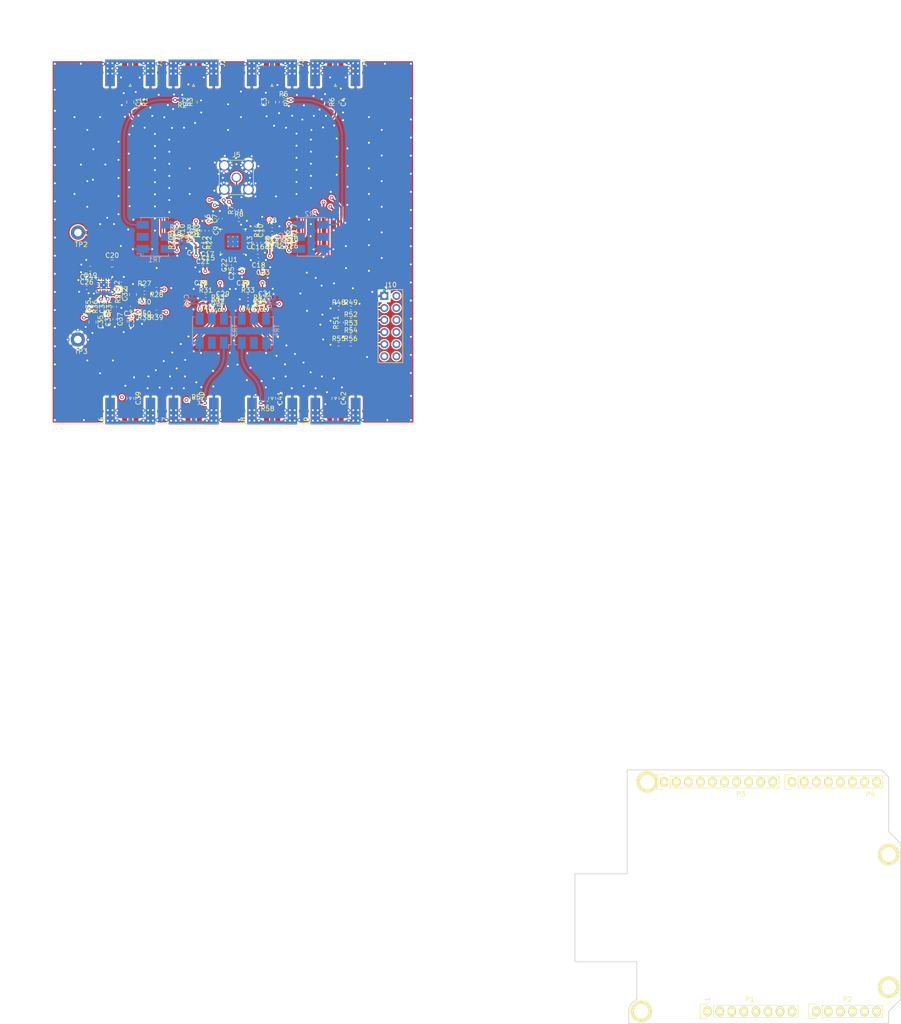
<source format=kicad_pcb>
(kicad_pcb (version 20171130) (host pcbnew "(5.1.9)-1")
  (layers (0 F.Cu signal) (1 In1.Cu signal) (2 In2.Cu signal) (31 B.Cu signal) (34 B.Paste user) (35 F.Paste user) (36 B.SilkS user) (37 F.SilkS user) (38 B.Mask user) (39 F.Mask user) (44 Edge.Cuts user))
  (net 0 "")
  (net 1 "Net-(C1-Pad2)")
  (net 2 /Sheet60D21B6D/OutI+)
  (net 3 /Sheet60D21B6D/OutI-)
  (net 4 "Net-(C2-Pad1)")
  (net 5 /Sheet60D21B6D/OutQ-)
  (net 6 "Net-(C3-Pad1)")
  (net 7 "Net-(C4-Pad2)")
  (net 8 /Sheet60D21B6D/OutQ+)
  (net 9 GND)
  (net 10 VDD)
  (net 11 /Sheet60D21B6D/Sheet60D8B1A0/S-)
  (net 12 /Sheet60D21B6D/sheet6160D475/S-)
  (net 13 /Sheet60D21B6D/Sheet60D8B1A0/S+)
  (net 14 /Sheet60D21B6D/sheet6160D475/S+)
  (net 15 CMO)
  (net 16 VDDA)
  (net 17 "Net-(C19-Pad1)")
  (net 18 /Sheet6188E6DC/5.5V)
  (net 19 "Net-(C24-Pad2)")
  (net 20 "Net-(C24-Pad1)")
  (net 21 "Net-(C26-Pad2)")
  (net 22 "Net-(C26-Pad1)")
  (net 23 "Net-(C27-Pad2)")
  (net 24 "Net-(C27-Pad1)")
  (net 25 "Net-(C33-Pad2)")
  (net 26 "Net-(C33-Pad1)")
  (net 27 IO_SUPPLY)
  (net 28 /Sheet60D21B6D/InI+)
  (net 29 "Net-(C39-Pad1)")
  (net 30 /Sheet60D21B6D/InI-)
  (net 31 "Net-(C40-Pad1)")
  (net 32 /Sheet60D21B6D/InQ-)
  (net 33 /Sheet60D21B6D/InQ+)
  (net 34 /Sheet60D21B6D/CalCK)
  (net 35 "Net-(J10-Pad12)")
  (net 36 "Net-(J10-Pad11)")
  (net 37 "Net-(J10-Pad10)")
  (net 38 "Net-(J10-Pad9)")
  (net 39 "Net-(J10-Pad8)")
  (net 40 "Net-(J10-Pad7)")
  (net 41 "Net-(J10-Pad6)")
  (net 42 "Net-(J10-Pad5)")
  (net 43 "Net-(J10-Pad3)")
  (net 44 "Net-(R2-Pad2)")
  (net 45 "Net-(R5-Pad2)")
  (net 46 "Net-(R7-Pad1)")
  (net 47 "Net-(R10-Pad2)")
  (net 48 "Net-(R10-Pad1)")
  (net 49 "Net-(R11-Pad2)")
  (net 50 "Net-(R15-Pad1)")
  (net 51 "Net-(R16-Pad2)")
  (net 52 "Net-(R17-Pad1)")
  (net 53 "Net-(R20-Pad1)")
  (net 54 "Net-(R25-Pad1)")
  (net 55 "Net-(R27-Pad2)")
  (net 56 /Sheet60D21B6D/IIP)
  (net 57 /Sheet60D21B6D/IIN)
  (net 58 /Sheet60D21B6D/IQN)
  (net 59 /Sheet60D21B6D/IQP)
  (net 60 "Net-(R38-Pad1)")
  (net 61 CMI)
  (net 62 "Net-(R40-Pad2)")
  (net 63 "Net-(R43-Pad2)")
  (net 64 "Net-(R44-Pad2)")
  (net 65 "Net-(R47-Pad2)")
  (net 66 /SCK)
  (net 67 /SDI)
  (net 68 /SDO)
  (net 69 /SEN)
  (net 70 "Net-(R57-Pad2)")
  (net 71 "Net-(R58-Pad2)")
  (net 72 "Net-(TR1-Pad2)")
  (net 73 "Net-(TR2-Pad2)")
  (net 74 "Net-(TR3-Pad2)")
  (net 75 "Net-(TR4-Pad2)")
  (net 76 "Net-(U1-Pad32)")
  (net 77 "Net-(U1-Pad29)")
  (net 78 "Net-(U1-Pad25)")
  (net 79 "Net-(U1-Pad24)")
  (net 80 "Net-(U1-Pad17)")
  (net 81 "Net-(U1-Pad10)")
  (net 82 "Net-(U1-Pad9)")
  (net 83 "Net-(U1-Pad8)")
  (net 84 "Net-(U1-Pad3)")
  (net 85 "Net-(U1-Pad1)")
  (net 86 /Sheet60D21B6D/sheet61121120/-)
  (net 87 /Sheet60D21B6D/sheet61121120/+)
  (net 88 /Sheet60D21B6D/sheet6110419F/-)
  (net 89 /Sheet60D21B6D/sheet6110419F/+)
  (module LibPersoNadj:SMA_EdgeMount_Horizontal (layer F.Cu) (at 17.4 -76.41 90)
    (fp_text reference J1 (at -0.705 6.1 90) (layer F.SilkS))
    (fp_text value OIP)
    (pad 2 smd rect (at -2.8 4.25 90) (size 5.6 2) (layers B.Cu B.Paste B.Mask) (net 9 GND))
    (pad 2 thru_hole circle (at -0.8 -4.75 180) (size 0.8 0.8) (drill 0.4) (layers *.Cu *.Mask) (net 9 GND))
    (pad 2 thru_hole circle (at -1.9 -4.75 180) (size 0.8 0.8) (drill 0.4) (layers *.Cu *.Mask) (net 9 GND))
    (pad 2 thru_hole circle (at -3 -4.75 180) (size 0.8 0.8) (drill 0.4) (layers *.Cu *.Mask) (net 9 GND))
    (pad 2 thru_hole circle (at -3 -3.75 180) (size 0.8 0.8) (drill 0.4) (layers *.Cu *.Mask) (net 9 GND))
    (pad 2 thru_hole circle (at -1.9 -3.75 180) (size 0.8 0.8) (drill 0.4) (layers *.Cu *.Mask) (net 9 GND))
    (pad 2 thru_hole circle (at -3 3.75 180) (size 0.8 0.8) (drill 0.4) (layers *.Cu *.Mask) (net 9 GND))
    (pad 2 thru_hole circle (at -3 4.75 180) (size 0.8 0.8) (drill 0.4) (layers *.Cu *.Mask) (net 9 GND))
    (pad 2 thru_hole circle (at -1.9 4.75 180) (size 0.8 0.8) (drill 0.4) (layers *.Cu *.Mask) (net 9 GND))
    (pad 2 thru_hole circle (at -1.9 3.75 180) (size 0.8 0.8) (drill 0.4) (layers *.Cu *.Mask) (net 9 GND))
    (pad 2 thru_hole circle (at -0.8 3.75 180) (size 0.8 0.8) (drill 0.4) (layers *.Cu *.Mask) (net 9 GND))
    (pad 2 thru_hole circle (at -0.8 4.75 180) (size 0.8 0.8) (drill 0.4) (layers *.Cu *.Mask) (net 9 GND))
    (pad 2 smd rect (at -0.5 2.75) (size 1.1 1) (layers F.Cu F.Paste F.Mask) (net 9 GND))
    (pad 2 smd rect (at -0.5 -2.75) (size 1.1 1) (layers F.Cu F.Paste F.Mask) (net 9 GND))
    (pad 2 thru_hole circle (at -0.8 -3.75 180) (size 0.8 0.8) (drill 0.4) (layers *.Cu *.Mask) (net 9 GND))
    (pad 2 smd rect (at -0.4 0 180) (size 6.6 0.8) (layers B.Cu B.Paste B.Mask) (net 9 GND))
    (pad 2 smd rect (at -2.8 -4.25 90) (size 5.6 2) (layers B.Cu B.Paste B.Mask) (net 9 GND))
    (pad 2 smd rect (at -2.8 -4.25 90) (size 5.6 2) (layers F.Cu F.Paste F.Mask) (net 9 GND))
    (pad 2 smd rect (at -2.8 4.25 90) (size 5.6 2) (layers F.Cu F.Paste F.Mask) (net 9 GND))
    (pad 1 smd rect (at -1.3 0 90) (size 2.4 0.8) (layers F.Cu F.Paste F.Mask) (net 2 /Sheet60D21B6D/OutI+))
    (pad 2 smd rect (at -2.8 -4.25 90) (size 5.6 2) (layers B.Cu B.Paste B.Mask) (net 9 GND))
  )
  (module LibPersoNadj:SMA_EdgeMount_Horizontal (layer F.Cu) (at 30.735 -76.41 90)
    (fp_text reference J2 (at -0.705 6.1 90) (layer F.SilkS))
    (fp_text value OIN)
    (pad 2 smd rect (at -2.8 4.25 90) (size 5.6 2) (layers B.Cu B.Paste B.Mask) (net 9 GND))
    (pad 2 thru_hole circle (at -0.8 -4.75 180) (size 0.8 0.8) (drill 0.4) (layers *.Cu *.Mask) (net 9 GND))
    (pad 2 thru_hole circle (at -1.9 -4.75 180) (size 0.8 0.8) (drill 0.4) (layers *.Cu *.Mask) (net 9 GND))
    (pad 2 thru_hole circle (at -3 -4.75 180) (size 0.8 0.8) (drill 0.4) (layers *.Cu *.Mask) (net 9 GND))
    (pad 2 thru_hole circle (at -3 -3.75 180) (size 0.8 0.8) (drill 0.4) (layers *.Cu *.Mask) (net 9 GND))
    (pad 2 thru_hole circle (at -1.9 -3.75 180) (size 0.8 0.8) (drill 0.4) (layers *.Cu *.Mask) (net 9 GND))
    (pad 2 thru_hole circle (at -3 3.75 180) (size 0.8 0.8) (drill 0.4) (layers *.Cu *.Mask) (net 9 GND))
    (pad 2 thru_hole circle (at -3 4.75 180) (size 0.8 0.8) (drill 0.4) (layers *.Cu *.Mask) (net 9 GND))
    (pad 2 thru_hole circle (at -1.9 4.75 180) (size 0.8 0.8) (drill 0.4) (layers *.Cu *.Mask) (net 9 GND))
    (pad 2 thru_hole circle (at -1.9 3.75 180) (size 0.8 0.8) (drill 0.4) (layers *.Cu *.Mask) (net 9 GND))
    (pad 2 thru_hole circle (at -0.8 3.75 180) (size 0.8 0.8) (drill 0.4) (layers *.Cu *.Mask) (net 9 GND))
    (pad 2 thru_hole circle (at -0.8 4.75 180) (size 0.8 0.8) (drill 0.4) (layers *.Cu *.Mask) (net 9 GND))
    (pad 2 smd rect (at -0.5 2.75) (size 1.1 1) (layers F.Cu F.Paste F.Mask) (net 9 GND))
    (pad 2 smd rect (at -0.5 -2.75) (size 1.1 1) (layers F.Cu F.Paste F.Mask) (net 9 GND))
    (pad 2 thru_hole circle (at -0.8 -3.75 180) (size 0.8 0.8) (drill 0.4) (layers *.Cu *.Mask) (net 9 GND))
    (pad 2 smd rect (at -0.4 0 180) (size 6.6 0.8) (layers B.Cu B.Paste B.Mask) (net 9 GND))
    (pad 2 smd rect (at -2.8 -4.25 90) (size 5.6 2) (layers B.Cu B.Paste B.Mask) (net 9 GND))
    (pad 2 smd rect (at -2.8 -4.25 90) (size 5.6 2) (layers F.Cu F.Paste F.Mask) (net 9 GND))
    (pad 2 smd rect (at -2.8 4.25 90) (size 5.6 2) (layers F.Cu F.Paste F.Mask) (net 9 GND))
    (pad 1 smd rect (at -1.3 0 90) (size 2.4 0.8) (layers F.Cu F.Paste F.Mask) (net 3 /Sheet60D21B6D/OutI-))
    (pad 2 smd rect (at -2.8 -4.25 90) (size 5.6 2) (layers B.Cu B.Paste B.Mask) (net 9 GND))
  )
  (module LibPersoNadj:SMA_EdgeMount_Horizontal (layer F.Cu) (at 47.245 -76.41 90)
    (fp_text reference J3 (at -0.705 6.1 90) (layer F.SilkS))
    (fp_text value OQN)
    (pad 2 smd rect (at -2.8 4.25 90) (size 5.6 2) (layers B.Cu B.Paste B.Mask) (net 9 GND))
    (pad 2 thru_hole circle (at -0.8 -4.75 180) (size 0.8 0.8) (drill 0.4) (layers *.Cu *.Mask) (net 9 GND))
    (pad 2 thru_hole circle (at -1.9 -4.75 180) (size 0.8 0.8) (drill 0.4) (layers *.Cu *.Mask) (net 9 GND))
    (pad 2 thru_hole circle (at -3 -4.75 180) (size 0.8 0.8) (drill 0.4) (layers *.Cu *.Mask) (net 9 GND))
    (pad 2 thru_hole circle (at -3 -3.75 180) (size 0.8 0.8) (drill 0.4) (layers *.Cu *.Mask) (net 9 GND))
    (pad 2 thru_hole circle (at -1.9 -3.75 180) (size 0.8 0.8) (drill 0.4) (layers *.Cu *.Mask) (net 9 GND))
    (pad 2 thru_hole circle (at -3 3.75 180) (size 0.8 0.8) (drill 0.4) (layers *.Cu *.Mask) (net 9 GND))
    (pad 2 thru_hole circle (at -3 4.75 180) (size 0.8 0.8) (drill 0.4) (layers *.Cu *.Mask) (net 9 GND))
    (pad 2 thru_hole circle (at -1.9 4.75 180) (size 0.8 0.8) (drill 0.4) (layers *.Cu *.Mask) (net 9 GND))
    (pad 2 thru_hole circle (at -1.9 3.75 180) (size 0.8 0.8) (drill 0.4) (layers *.Cu *.Mask) (net 9 GND))
    (pad 2 thru_hole circle (at -0.8 3.75 180) (size 0.8 0.8) (drill 0.4) (layers *.Cu *.Mask) (net 9 GND))
    (pad 2 thru_hole circle (at -0.8 4.75 180) (size 0.8 0.8) (drill 0.4) (layers *.Cu *.Mask) (net 9 GND))
    (pad 2 smd rect (at -0.5 2.75) (size 1.1 1) (layers F.Cu F.Paste F.Mask) (net 9 GND))
    (pad 2 smd rect (at -0.5 -2.75) (size 1.1 1) (layers F.Cu F.Paste F.Mask) (net 9 GND))
    (pad 2 thru_hole circle (at -0.8 -3.75 180) (size 0.8 0.8) (drill 0.4) (layers *.Cu *.Mask) (net 9 GND))
    (pad 2 smd rect (at -0.4 0 180) (size 6.6 0.8) (layers B.Cu B.Paste B.Mask) (net 9 GND))
    (pad 2 smd rect (at -2.8 -4.25 90) (size 5.6 2) (layers B.Cu B.Paste B.Mask) (net 9 GND))
    (pad 2 smd rect (at -2.8 -4.25 90) (size 5.6 2) (layers F.Cu F.Paste F.Mask) (net 9 GND))
    (pad 2 smd rect (at -2.8 4.25 90) (size 5.6 2) (layers F.Cu F.Paste F.Mask) (net 9 GND))
    (pad 1 smd rect (at -1.3 0 90) (size 2.4 0.8) (layers F.Cu F.Paste F.Mask) (net 5 /Sheet60D21B6D/OutQ-))
    (pad 2 smd rect (at -2.8 -4.25 90) (size 5.6 2) (layers B.Cu B.Paste B.Mask) (net 9 GND))
  )
  (module LibPersoNadj:SMA_EdgeMount_Horizontal (layer F.Cu) (at 60.58 -76.41 90)
    (fp_text reference J4 (at -0.705 6.1 90) (layer F.SilkS))
    (fp_text value OQP)
    (pad 2 smd rect (at -2.8 4.25 90) (size 5.6 2) (layers B.Cu B.Paste B.Mask) (net 9 GND))
    (pad 2 thru_hole circle (at -0.8 -4.75 180) (size 0.8 0.8) (drill 0.4) (layers *.Cu *.Mask) (net 9 GND))
    (pad 2 thru_hole circle (at -1.9 -4.75 180) (size 0.8 0.8) (drill 0.4) (layers *.Cu *.Mask) (net 9 GND))
    (pad 2 thru_hole circle (at -3 -4.75 180) (size 0.8 0.8) (drill 0.4) (layers *.Cu *.Mask) (net 9 GND))
    (pad 2 thru_hole circle (at -3 -3.75 180) (size 0.8 0.8) (drill 0.4) (layers *.Cu *.Mask) (net 9 GND))
    (pad 2 thru_hole circle (at -1.9 -3.75 180) (size 0.8 0.8) (drill 0.4) (layers *.Cu *.Mask) (net 9 GND))
    (pad 2 thru_hole circle (at -3 3.75 180) (size 0.8 0.8) (drill 0.4) (layers *.Cu *.Mask) (net 9 GND))
    (pad 2 thru_hole circle (at -3 4.75 180) (size 0.8 0.8) (drill 0.4) (layers *.Cu *.Mask) (net 9 GND))
    (pad 2 thru_hole circle (at -1.9 4.75 180) (size 0.8 0.8) (drill 0.4) (layers *.Cu *.Mask) (net 9 GND))
    (pad 2 thru_hole circle (at -1.9 3.75 180) (size 0.8 0.8) (drill 0.4) (layers *.Cu *.Mask) (net 9 GND))
    (pad 2 thru_hole circle (at -0.8 3.75 180) (size 0.8 0.8) (drill 0.4) (layers *.Cu *.Mask) (net 9 GND))
    (pad 2 thru_hole circle (at -0.8 4.75 180) (size 0.8 0.8) (drill 0.4) (layers *.Cu *.Mask) (net 9 GND))
    (pad 2 smd rect (at -0.5 2.75) (size 1.1 1) (layers F.Cu F.Paste F.Mask) (net 9 GND))
    (pad 2 smd rect (at -0.5 -2.75) (size 1.1 1) (layers F.Cu F.Paste F.Mask) (net 9 GND))
    (pad 2 thru_hole circle (at -0.8 -3.75 180) (size 0.8 0.8) (drill 0.4) (layers *.Cu *.Mask) (net 9 GND))
    (pad 2 smd rect (at -0.4 0 180) (size 6.6 0.8) (layers B.Cu B.Paste B.Mask) (net 9 GND))
    (pad 2 smd rect (at -2.8 -4.25 90) (size 5.6 2) (layers B.Cu B.Paste B.Mask) (net 9 GND))
    (pad 2 smd rect (at -2.8 -4.25 90) (size 5.6 2) (layers F.Cu F.Paste F.Mask) (net 9 GND))
    (pad 2 smd rect (at -2.8 4.25 90) (size 5.6 2) (layers F.Cu F.Paste F.Mask) (net 9 GND))
    (pad 1 smd rect (at -1.3 0 90) (size 2.4 0.8) (layers F.Cu F.Paste F.Mask) (net 8 /Sheet60D21B6D/OutQ+))
    (pad 2 smd rect (at -2.8 -4.25 90) (size 5.6 2) (layers B.Cu B.Paste B.Mask) (net 9 GND))
  )
  (module LibPersoNadj:SMA_EdgeMount_Horizontal (layer F.Cu) (at 17.43 0.37 270)
    (fp_text reference J6 (at -0.705 6.1 90) (layer F.SilkS))
    (fp_text value IIP)
    (pad 2 smd rect (at -2.8 4.25 270) (size 5.6 2) (layers B.Cu B.Paste B.Mask) (net 9 GND))
    (pad 2 thru_hole circle (at -0.8 -4.75) (size 0.8 0.8) (drill 0.4) (layers *.Cu *.Mask) (net 9 GND))
    (pad 2 thru_hole circle (at -1.9 -4.75) (size 0.8 0.8) (drill 0.4) (layers *.Cu *.Mask) (net 9 GND))
    (pad 2 thru_hole circle (at -3 -4.75) (size 0.8 0.8) (drill 0.4) (layers *.Cu *.Mask) (net 9 GND))
    (pad 2 thru_hole circle (at -3 -3.75) (size 0.8 0.8) (drill 0.4) (layers *.Cu *.Mask) (net 9 GND))
    (pad 2 thru_hole circle (at -1.9 -3.75) (size 0.8 0.8) (drill 0.4) (layers *.Cu *.Mask) (net 9 GND))
    (pad 2 thru_hole circle (at -3 3.75) (size 0.8 0.8) (drill 0.4) (layers *.Cu *.Mask) (net 9 GND))
    (pad 2 thru_hole circle (at -3 4.75) (size 0.8 0.8) (drill 0.4) (layers *.Cu *.Mask) (net 9 GND))
    (pad 2 thru_hole circle (at -1.9 4.75) (size 0.8 0.8) (drill 0.4) (layers *.Cu *.Mask) (net 9 GND))
    (pad 2 thru_hole circle (at -1.9 3.75) (size 0.8 0.8) (drill 0.4) (layers *.Cu *.Mask) (net 9 GND))
    (pad 2 thru_hole circle (at -0.8 3.75) (size 0.8 0.8) (drill 0.4) (layers *.Cu *.Mask) (net 9 GND))
    (pad 2 thru_hole circle (at -0.8 4.75) (size 0.8 0.8) (drill 0.4) (layers *.Cu *.Mask) (net 9 GND))
    (pad 2 smd rect (at -0.5 2.75 180) (size 1.1 1) (layers F.Cu F.Paste F.Mask) (net 9 GND))
    (pad 2 smd rect (at -0.5 -2.75 180) (size 1.1 1) (layers F.Cu F.Paste F.Mask) (net 9 GND))
    (pad 2 thru_hole circle (at -0.8 -3.75) (size 0.8 0.8) (drill 0.4) (layers *.Cu *.Mask) (net 9 GND))
    (pad 2 smd rect (at -0.4 0) (size 6.6 0.8) (layers B.Cu B.Paste B.Mask) (net 9 GND))
    (pad 2 smd rect (at -2.8 -4.25 270) (size 5.6 2) (layers B.Cu B.Paste B.Mask) (net 9 GND))
    (pad 2 smd rect (at -2.8 -4.25 270) (size 5.6 2) (layers F.Cu F.Paste F.Mask) (net 9 GND))
    (pad 2 smd rect (at -2.8 4.25 270) (size 5.6 2) (layers F.Cu F.Paste F.Mask) (net 9 GND))
    (pad 1 smd rect (at -1.3 0 270) (size 2.4 0.8) (layers F.Cu F.Paste F.Mask) (net 28 /Sheet60D21B6D/InI+))
    (pad 2 smd rect (at -2.8 -4.25 270) (size 5.6 2) (layers B.Cu B.Paste B.Mask) (net 9 GND))
  )
  (module LibPersoNadj:SMA_EdgeMount_Horizontal (layer F.Cu) (at 30.765 0.37 270)
    (fp_text reference J7 (at -0.705 6.1 90) (layer F.SilkS))
    (fp_text value IIN)
    (pad 2 smd rect (at -2.8 4.25 270) (size 5.6 2) (layers B.Cu B.Paste B.Mask) (net 9 GND))
    (pad 2 thru_hole circle (at -0.8 -4.75) (size 0.8 0.8) (drill 0.4) (layers *.Cu *.Mask) (net 9 GND))
    (pad 2 thru_hole circle (at -1.9 -4.75) (size 0.8 0.8) (drill 0.4) (layers *.Cu *.Mask) (net 9 GND))
    (pad 2 thru_hole circle (at -3 -4.75) (size 0.8 0.8) (drill 0.4) (layers *.Cu *.Mask) (net 9 GND))
    (pad 2 thru_hole circle (at -3 -3.75) (size 0.8 0.8) (drill 0.4) (layers *.Cu *.Mask) (net 9 GND))
    (pad 2 thru_hole circle (at -1.9 -3.75) (size 0.8 0.8) (drill 0.4) (layers *.Cu *.Mask) (net 9 GND))
    (pad 2 thru_hole circle (at -3 3.75) (size 0.8 0.8) (drill 0.4) (layers *.Cu *.Mask) (net 9 GND))
    (pad 2 thru_hole circle (at -3 4.75) (size 0.8 0.8) (drill 0.4) (layers *.Cu *.Mask) (net 9 GND))
    (pad 2 thru_hole circle (at -1.9 4.75) (size 0.8 0.8) (drill 0.4) (layers *.Cu *.Mask) (net 9 GND))
    (pad 2 thru_hole circle (at -1.9 3.75) (size 0.8 0.8) (drill 0.4) (layers *.Cu *.Mask) (net 9 GND))
    (pad 2 thru_hole circle (at -0.8 3.75) (size 0.8 0.8) (drill 0.4) (layers *.Cu *.Mask) (net 9 GND))
    (pad 2 thru_hole circle (at -0.8 4.75) (size 0.8 0.8) (drill 0.4) (layers *.Cu *.Mask) (net 9 GND))
    (pad 2 smd rect (at -0.5 2.75 180) (size 1.1 1) (layers F.Cu F.Paste F.Mask) (net 9 GND))
    (pad 2 smd rect (at -0.5 -2.75 180) (size 1.1 1) (layers F.Cu F.Paste F.Mask) (net 9 GND))
    (pad 2 thru_hole circle (at -0.8 -3.75) (size 0.8 0.8) (drill 0.4) (layers *.Cu *.Mask) (net 9 GND))
    (pad 2 smd rect (at -0.4 0) (size 6.6 0.8) (layers B.Cu B.Paste B.Mask) (net 9 GND))
    (pad 2 smd rect (at -2.8 -4.25 270) (size 5.6 2) (layers B.Cu B.Paste B.Mask) (net 9 GND))
    (pad 2 smd rect (at -2.8 -4.25 270) (size 5.6 2) (layers F.Cu F.Paste F.Mask) (net 9 GND))
    (pad 2 smd rect (at -2.8 4.25 270) (size 5.6 2) (layers F.Cu F.Paste F.Mask) (net 9 GND))
    (pad 1 smd rect (at -1.3 0 270) (size 2.4 0.8) (layers F.Cu F.Paste F.Mask) (net 30 /Sheet60D21B6D/InI-))
    (pad 2 smd rect (at -2.8 -4.25 270) (size 5.6 2) (layers B.Cu B.Paste B.Mask) (net 9 GND))
  )
  (module LibPersoNadj:SMA_EdgeMount_Horizontal (layer F.Cu) (at 47.275 0.37 270)
    (fp_text reference J8 (at -0.705 6.1 90) (layer F.SilkS))
    (fp_text value IQN)
    (pad 2 smd rect (at -2.8 4.25 270) (size 5.6 2) (layers B.Cu B.Paste B.Mask) (net 9 GND))
    (pad 2 thru_hole circle (at -0.8 -4.75) (size 0.8 0.8) (drill 0.4) (layers *.Cu *.Mask) (net 9 GND))
    (pad 2 thru_hole circle (at -1.9 -4.75) (size 0.8 0.8) (drill 0.4) (layers *.Cu *.Mask) (net 9 GND))
    (pad 2 thru_hole circle (at -3 -4.75) (size 0.8 0.8) (drill 0.4) (layers *.Cu *.Mask) (net 9 GND))
    (pad 2 thru_hole circle (at -3 -3.75) (size 0.8 0.8) (drill 0.4) (layers *.Cu *.Mask) (net 9 GND))
    (pad 2 thru_hole circle (at -1.9 -3.75) (size 0.8 0.8) (drill 0.4) (layers *.Cu *.Mask) (net 9 GND))
    (pad 2 thru_hole circle (at -3 3.75) (size 0.8 0.8) (drill 0.4) (layers *.Cu *.Mask) (net 9 GND))
    (pad 2 thru_hole circle (at -3 4.75) (size 0.8 0.8) (drill 0.4) (layers *.Cu *.Mask) (net 9 GND))
    (pad 2 thru_hole circle (at -1.9 4.75) (size 0.8 0.8) (drill 0.4) (layers *.Cu *.Mask) (net 9 GND))
    (pad 2 thru_hole circle (at -1.9 3.75) (size 0.8 0.8) (drill 0.4) (layers *.Cu *.Mask) (net 9 GND))
    (pad 2 thru_hole circle (at -0.8 3.75) (size 0.8 0.8) (drill 0.4) (layers *.Cu *.Mask) (net 9 GND))
    (pad 2 thru_hole circle (at -0.8 4.75) (size 0.8 0.8) (drill 0.4) (layers *.Cu *.Mask) (net 9 GND))
    (pad 2 smd rect (at -0.5 2.75 180) (size 1.1 1) (layers F.Cu F.Paste F.Mask) (net 9 GND))
    (pad 2 smd rect (at -0.5 -2.75 180) (size 1.1 1) (layers F.Cu F.Paste F.Mask) (net 9 GND))
    (pad 2 thru_hole circle (at -0.8 -3.75) (size 0.8 0.8) (drill 0.4) (layers *.Cu *.Mask) (net 9 GND))
    (pad 2 smd rect (at -0.4 0) (size 6.6 0.8) (layers B.Cu B.Paste B.Mask) (net 9 GND))
    (pad 2 smd rect (at -2.8 -4.25 270) (size 5.6 2) (layers B.Cu B.Paste B.Mask) (net 9 GND))
    (pad 2 smd rect (at -2.8 -4.25 270) (size 5.6 2) (layers F.Cu F.Paste F.Mask) (net 9 GND))
    (pad 2 smd rect (at -2.8 4.25 270) (size 5.6 2) (layers F.Cu F.Paste F.Mask) (net 9 GND))
    (pad 1 smd rect (at -1.3 0 270) (size 2.4 0.8) (layers F.Cu F.Paste F.Mask) (net 32 /Sheet60D21B6D/InQ-))
    (pad 2 smd rect (at -2.8 -4.25 270) (size 5.6 2) (layers B.Cu B.Paste B.Mask) (net 9 GND))
  )
  (module LibPersoNadj:SMA_EdgeMount_Horizontal (layer F.Cu) (at 60.61 0.37 270)
    (fp_text reference J9 (at -0.705 6.1 90) (layer F.SilkS))
    (fp_text value JIQP)
    (pad 2 smd rect (at -2.8 4.25 270) (size 5.6 2) (layers B.Cu B.Paste B.Mask) (net 9 GND))
    (pad 2 thru_hole circle (at -0.8 -4.75) (size 0.8 0.8) (drill 0.4) (layers *.Cu *.Mask) (net 9 GND))
    (pad 2 thru_hole circle (at -1.9 -4.75) (size 0.8 0.8) (drill 0.4) (layers *.Cu *.Mask) (net 9 GND))
    (pad 2 thru_hole circle (at -3 -4.75) (size 0.8 0.8) (drill 0.4) (layers *.Cu *.Mask) (net 9 GND))
    (pad 2 thru_hole circle (at -3 -3.75) (size 0.8 0.8) (drill 0.4) (layers *.Cu *.Mask) (net 9 GND))
    (pad 2 thru_hole circle (at -1.9 -3.75) (size 0.8 0.8) (drill 0.4) (layers *.Cu *.Mask) (net 9 GND))
    (pad 2 thru_hole circle (at -3 3.75) (size 0.8 0.8) (drill 0.4) (layers *.Cu *.Mask) (net 9 GND))
    (pad 2 thru_hole circle (at -3 4.75) (size 0.8 0.8) (drill 0.4) (layers *.Cu *.Mask) (net 9 GND))
    (pad 2 thru_hole circle (at -1.9 4.75) (size 0.8 0.8) (drill 0.4) (layers *.Cu *.Mask) (net 9 GND))
    (pad 2 thru_hole circle (at -1.9 3.75) (size 0.8 0.8) (drill 0.4) (layers *.Cu *.Mask) (net 9 GND))
    (pad 2 thru_hole circle (at -0.8 3.75) (size 0.8 0.8) (drill 0.4) (layers *.Cu *.Mask) (net 9 GND))
    (pad 2 thru_hole circle (at -0.8 4.75) (size 0.8 0.8) (drill 0.4) (layers *.Cu *.Mask) (net 9 GND))
    (pad 2 smd rect (at -0.5 2.75 180) (size 1.1 1) (layers F.Cu F.Paste F.Mask) (net 9 GND))
    (pad 2 smd rect (at -0.5 -2.75 180) (size 1.1 1) (layers F.Cu F.Paste F.Mask) (net 9 GND))
    (pad 2 thru_hole circle (at -0.8 -3.75) (size 0.8 0.8) (drill 0.4) (layers *.Cu *.Mask) (net 9 GND))
    (pad 2 smd rect (at -0.4 0) (size 6.6 0.8) (layers B.Cu B.Paste B.Mask) (net 9 GND))
    (pad 2 smd rect (at -2.8 -4.25 270) (size 5.6 2) (layers B.Cu B.Paste B.Mask) (net 9 GND))
    (pad 2 smd rect (at -2.8 -4.25 270) (size 5.6 2) (layers F.Cu F.Paste F.Mask) (net 9 GND))
    (pad 2 smd rect (at -2.8 4.25 270) (size 5.6 2) (layers F.Cu F.Paste F.Mask) (net 9 GND))
    (pad 1 smd rect (at -1.3 0 270) (size 2.4 0.8) (layers F.Cu F.Paste F.Mask) (net 33 /Sheet60D21B6D/InQ+))
    (pad 2 smd rect (at -2.8 -4.25 270) (size 5.6 2) (layers B.Cu B.Paste B.Mask) (net 9 GND))
  )
  (module RF_Mini-Circuits:Mini-Circuits_CD542_H2.84mm (layer B.Cu) (at 22.5608 -39.0906)
    (fp_text reference TR1 (at 0 4.826) (layer B.SilkS) (effects (justify mirror)))
    (fp_text value ADT2-1T)
    (pad 6 smd rect (at 2.54 -2.54) (size 2.54 1.65) (layers B.Cu B.Paste B.Mask) (net 48 "Net-(R10-Pad1)"))
    (pad 5 smd rect (at 2.54 0) (size 2.54 1.65) (layers B.Cu B.Paste B.Mask) (net 15 CMO))
    (pad 4 smd rect (at 2.54 2.54) (size 2.54 1.65) (layers B.Cu B.Paste B.Mask) (net 53 "Net-(R20-Pad1)"))
    (pad 3 smd rect (at -2.54 2.54) (size 2.54 1.65) (layers B.Cu B.Paste B.Mask) (net 9 GND))
    (pad 2 smd rect (at -2.54 0) (size 2.54 1.65) (layers B.Cu B.Paste B.Mask) (net 72 "Net-(TR1-Pad2)"))
    (pad 1 smd rect (at -2.54 -2.54) (size 2.54 1.65) (layers B.Cu B.Paste B.Mask) (net 44 "Net-(R2-Pad2)"))
  )
  (module Package_DFN_QFN:QFN-16-1EP_3x3mm_P0.5mm_EP1.7x1.7mm_ThermalVias (layer F.Cu) (at 11.842 -28.956 270)
    (fp_text reference U2 (at 0 -2.8 270) (layer F.SilkS))
    (fp_text value HMC860LP3E)
    (pad 17 smd roundrect (at 0 0 270) (size 1.7 1.7) (layers F.Cu F.Mask) (roundrect_rratio 0.147059) (net 9 GND))
    (pad 17 thru_hole circle (at -0.55 -0.55 270) (size 0.6 0.6) (drill 0.3) (layers *.Cu) (net 9 GND))
    (pad 17 thru_hole circle (at 0.55 -0.55 270) (size 0.6 0.6) (drill 0.3) (layers *.Cu) (net 9 GND))
    (pad 17 thru_hole circle (at 0 0 270) (size 0.6 0.6) (drill 0.3) (layers *.Cu) (net 9 GND))
    (pad 17 thru_hole circle (at -0.55 0.55 270) (size 0.6 0.6) (drill 0.3) (layers *.Cu) (net 9 GND))
    (pad 17 thru_hole circle (at 0.55 0.55 270) (size 0.6 0.6) (drill 0.3) (layers *.Cu) (net 9 GND))
    (pad 17 smd roundrect (at 0 0 270) (size 1.7 1.7) (layers B.Cu) (roundrect_rratio 0.147059) (net 9 GND))
    (pad 1 smd roundrect (at -1.45 -0.75 270) (size 0.8 0.25) (layers F.Cu F.Paste F.Mask) (net 18 /Sheet6188E6DC/5.5V))
    (pad 2 smd roundrect (at -1.45 -0.25 270) (size 0.8 0.25) (layers F.Cu F.Paste F.Mask) (net 9 GND))
    (pad 3 smd roundrect (at -1.45 0.25 270) (size 0.8 0.25) (layers F.Cu F.Paste F.Mask) (net 18 /Sheet6188E6DC/5.5V))
    (pad 4 smd roundrect (at -1.45 0.75 270) (size 0.8 0.25) (layers F.Cu F.Paste F.Mask) (net 17 "Net-(C19-Pad1)"))
    (pad 5 smd roundrect (at -0.75 1.45 270) (size 0.25 0.8) (layers F.Cu F.Paste F.Mask) (net 9 GND))
    (pad 6 smd roundrect (at -0.25 1.45 270) (size 0.25 0.8) (layers F.Cu F.Paste F.Mask) (net 19 "Net-(C24-Pad2)"))
    (pad 7 smd roundrect (at 0.25 1.45 270) (size 0.25 0.8) (layers F.Cu F.Paste F.Mask) (net 21 "Net-(C26-Pad2)"))
    (pad 8 smd roundrect (at 0.75 1.45 270) (size 0.25 0.8) (layers F.Cu F.Paste F.Mask) (net 9 GND))
    (pad 9 smd roundrect (at 1.45 0.75 270) (size 0.8 0.25) (layers F.Cu F.Paste F.Mask) (net 22 "Net-(C26-Pad1)"))
    (pad 10 smd roundrect (at 1.45 0.25 270) (size 0.8 0.25) (layers F.Cu F.Paste F.Mask) (net 20 "Net-(C24-Pad1)"))
    (pad 11 smd roundrect (at 1.45 -0.25 270) (size 0.8 0.25) (layers F.Cu F.Paste F.Mask) (net 25 "Net-(C33-Pad2)"))
    (pad 12 smd roundrect (at 1.45 -0.75 270) (size 0.8 0.25) (layers F.Cu F.Paste F.Mask) (net 24 "Net-(C27-Pad1)"))
    (pad 13 smd roundrect (at 0.75 -1.45 270) (size 0.25 0.8) (layers F.Cu F.Paste F.Mask) (net 9 GND))
    (pad 14 smd roundrect (at 0.25 -1.45 270) (size 0.25 0.8) (layers F.Cu F.Paste F.Mask) (net 26 "Net-(C33-Pad1)"))
    (pad 15 smd roundrect (at -0.25 -1.45 270) (size 0.25 0.8) (layers F.Cu F.Paste F.Mask) (net 23 "Net-(C27-Pad2)"))
    (pad 16 smd roundrect (at -0.75 -1.45 270) (size 0.25 0.8) (layers F.Cu F.Paste F.Mask) (net 9 GND))
  )
  (module RF_Mini-Circuits:Mini-Circuits_CD542_H2.84mm (layer B.Cu) (at 34.575 -19.3548 90)
    (fp_text reference TR3 (at 0 4.826 90) (layer B.SilkS) (effects (justify mirror)))
    (fp_text value ADT2-1T)
    (pad 6 smd rect (at 2.54 -2.54 90) (size 2.54 1.65) (layers B.Cu B.Paste B.Mask) (net 62 "Net-(R40-Pad2)"))
    (pad 5 smd rect (at 2.54 0 90) (size 2.54 1.65) (layers B.Cu B.Paste B.Mask) (net 61 CMI))
    (pad 4 smd rect (at 2.54 2.54 90) (size 2.54 1.65) (layers B.Cu B.Paste B.Mask) (net 63 "Net-(R43-Pad2)"))
    (pad 3 smd rect (at -2.54 2.54 90) (size 2.54 1.65) (layers B.Cu B.Paste B.Mask) (net 70 "Net-(R57-Pad2)"))
    (pad 2 smd rect (at -2.54 0 90) (size 2.54 1.65) (layers B.Cu B.Paste B.Mask) (net 74 "Net-(TR3-Pad2)"))
    (pad 1 smd rect (at -2.54 -2.54 90) (size 2.54 1.65) (layers B.Cu B.Paste B.Mask) (net 9 GND))
  )
  (module RF_Mini-Circuits:Mini-Circuits_CD542_H2.84mm (layer B.Cu) (at 43.4396 -19.3294 90)
    (fp_text reference TR4 (at 0 4.826 90) (layer B.SilkS) (effects (justify mirror)))
    (fp_text value ADT2-1T)
    (pad 1 smd rect (at -2.54 2.54 90) (size 2.54 1.65) (layers B.Cu B.Paste B.Mask) (net 9 GND))
    (pad 2 smd rect (at -2.54 0 90) (size 2.54 1.65) (layers B.Cu B.Paste B.Mask) (net 75 "Net-(TR4-Pad2)"))
    (pad 3 smd rect (at -2.54 -2.54 90) (size 2.54 1.65) (layers B.Cu B.Paste B.Mask) (net 71 "Net-(R58-Pad2)"))
    (pad 4 smd rect (at 2.54 -2.54 90) (size 2.54 1.65) (layers B.Cu B.Paste B.Mask) (net 64 "Net-(R44-Pad2)"))
    (pad 5 smd rect (at 2.54 0 90) (size 2.54 1.65) (layers B.Cu B.Paste B.Mask) (net 61 CMI))
    (pad 6 smd rect (at 2.54 2.54 90) (size 2.54 1.65) (layers B.Cu B.Paste B.Mask) (net 65 "Net-(R47-Pad2)"))
  )
  (module Package_DFN_QFN:QFN-32-1EP_5x5mm_P0.5mm_EP3.65x3.65mm_ThermalVias (layer F.Cu) (at 39.02 -38.1 180)
    (fp_text reference U1 (at 0 -3.8) (layer F.SilkS))
    (fp_text value HMC900LP5E)
    (pad 1 smd roundrect (at -2.475 -1.75 180) (size 0.75 0.25) (layers F.Cu F.Paste F.Mask) (net 85 "Net-(U1-Pad1)"))
    (pad 2 smd roundrect (at -2.475 -1.25 180) (size 0.75 0.25) (layers F.Cu F.Paste F.Mask) (net 16 VDDA))
    (pad 3 smd roundrect (at -2.475 -0.75 180) (size 0.75 0.25) (layers F.Cu F.Paste F.Mask) (net 84 "Net-(U1-Pad3)"))
    (pad 4 smd roundrect (at -2.475 -0.25 180) (size 0.75 0.25) (layers F.Cu F.Paste F.Mask) (net 16 VDDA))
    (pad 5 smd roundrect (at -2.475 0.25 180) (size 0.75 0.25) (layers F.Cu F.Paste F.Mask) (net 15 CMO))
    (pad 6 smd roundrect (at -2.475 0.75 180) (size 0.75 0.25) (layers F.Cu F.Paste F.Mask) (net 14 /Sheet60D21B6D/sheet6160D475/S+))
    (pad 7 smd roundrect (at -2.475 1.25 180) (size 0.75 0.25) (layers F.Cu F.Paste F.Mask) (net 12 /Sheet60D21B6D/sheet6160D475/S-))
    (pad 8 smd roundrect (at -2.475 1.75 180) (size 0.75 0.25) (layers F.Cu F.Paste F.Mask) (net 83 "Net-(U1-Pad8)"))
    (pad 9 smd roundrect (at -1.75 2.475 180) (size 0.25 0.75) (layers F.Cu F.Paste F.Mask) (net 82 "Net-(U1-Pad9)"))
    (pad 10 smd roundrect (at -1.25 2.475 180) (size 0.25 0.75) (layers F.Cu F.Paste F.Mask) (net 81 "Net-(U1-Pad10)"))
    (pad 11 smd roundrect (at -0.75 2.475 180) (size 0.25 0.75) (layers F.Cu F.Paste F.Mask) (net 46 "Net-(R7-Pad1)"))
    (pad 12 smd roundrect (at -0.25 2.475 180) (size 0.25 0.75) (layers F.Cu F.Paste F.Mask) (net 66 /SCK))
    (pad 13 smd roundrect (at 0.25 2.475 180) (size 0.25 0.75) (layers F.Cu F.Paste F.Mask) (net 68 /SDO))
    (pad 14 smd roundrect (at 0.75 2.475 180) (size 0.25 0.75) (layers F.Cu F.Paste F.Mask) (net 67 /SDI))
    (pad 15 smd roundrect (at 1.25 2.475 180) (size 0.25 0.75) (layers F.Cu F.Paste F.Mask) (net 69 /SEN))
    (pad 16 smd roundrect (at 1.75 2.475 180) (size 0.25 0.75) (layers F.Cu F.Paste F.Mask) (net 10 VDD))
    (pad 17 smd roundrect (at 2.475 1.75 180) (size 0.75 0.25) (layers F.Cu F.Paste F.Mask) (net 80 "Net-(U1-Pad17)"))
    (pad 18 smd roundrect (at 2.475 1.25 180) (size 0.75 0.25) (layers F.Cu F.Paste F.Mask) (net 11 /Sheet60D21B6D/Sheet60D8B1A0/S-))
    (pad 19 smd roundrect (at 2.475 0.75 180) (size 0.75 0.25) (layers F.Cu F.Paste F.Mask) (net 13 /Sheet60D21B6D/Sheet60D8B1A0/S+))
    (pad 20 smd roundrect (at 2.475 0.25 180) (size 0.75 0.25) (layers F.Cu F.Paste F.Mask) (net 15 CMO))
    (pad 21 smd roundrect (at 2.475 -0.25 180) (size 0.75 0.25) (layers F.Cu F.Paste F.Mask) (net 16 VDDA))
    (pad 22 smd roundrect (at 2.475 -0.75 180) (size 0.75 0.25) (layers F.Cu F.Paste F.Mask) (net 16 VDDA))
    (pad 23 smd roundrect (at 2.475 -1.25 180) (size 0.75 0.25) (layers F.Cu F.Paste F.Mask) (net 16 VDDA))
    (pad 24 smd roundrect (at 2.475 -1.75 180) (size 0.75 0.25) (layers F.Cu F.Paste F.Mask) (net 79 "Net-(U1-Pad24)"))
    (pad 25 smd roundrect (at 1.75 -2.475 180) (size 0.25 0.75) (layers F.Cu F.Paste F.Mask) (net 78 "Net-(U1-Pad25)"))
    (pad 26 smd roundrect (at 1.25 -2.475 180) (size 0.25 0.75) (layers F.Cu F.Paste F.Mask) (net 56 /Sheet60D21B6D/IIP))
    (pad 27 smd roundrect (at 0.75 -2.475 180) (size 0.25 0.75) (layers F.Cu F.Paste F.Mask) (net 57 /Sheet60D21B6D/IIN))
    (pad 28 smd roundrect (at 0.25 -2.475 180) (size 0.25 0.75) (layers F.Cu F.Paste F.Mask) (net 16 VDDA))
    (pad 29 smd roundrect (at -0.25 -2.475 180) (size 0.25 0.75) (layers F.Cu F.Paste F.Mask) (net 77 "Net-(U1-Pad29)"))
    (pad 30 smd roundrect (at -0.75 -2.475 180) (size 0.25 0.75) (layers F.Cu F.Paste F.Mask) (net 58 /Sheet60D21B6D/IQN))
    (pad 31 smd roundrect (at -1.25 -2.475 180) (size 0.25 0.75) (layers F.Cu F.Paste F.Mask) (net 59 /Sheet60D21B6D/IQP))
    (pad 32 smd roundrect (at -1.75 -2.475 180) (size 0.25 0.75) (layers F.Cu F.Paste F.Mask) (net 76 "Net-(U1-Pad32)"))
    (pad 33 smd rect (at 0 0 180) (size 3.65 3.65) (layers F.Cu F.Mask) (net 9 GND))
    (pad 33 thru_hole circle (at -1 -1 180) (size 0.5 0.5) (drill 0.2) (layers *.Cu) (net 9 GND))
    (pad 33 thru_hole circle (at 0 -1 180) (size 0.5 0.5) (drill 0.2) (layers *.Cu) (net 9 GND))
    (pad 33 thru_hole circle (at 1 -1 180) (size 0.5 0.5) (drill 0.2) (layers *.Cu) (net 9 GND))
    (pad 33 thru_hole circle (at -1 0 180) (size 0.5 0.5) (drill 0.2) (layers *.Cu) (net 9 GND))
    (pad 33 thru_hole circle (at 0 0 180) (size 0.5 0.5) (drill 0.2) (layers *.Cu) (net 9 GND))
    (pad 33 thru_hole circle (at 1 0 180) (size 0.5 0.5) (drill 0.2) (layers *.Cu) (net 9 GND))
    (pad 33 thru_hole circle (at -1 1 180) (size 0.5 0.5) (drill 0.2) (layers *.Cu) (net 9 GND))
    (pad 33 thru_hole circle (at 0 1 180) (size 0.5 0.5) (drill 0.2) (layers *.Cu) (net 9 GND))
    (pad 33 thru_hole circle (at 1 1 180) (size 0.5 0.5) (drill 0.2) (layers *.Cu) (net 9 GND))
    (pad 33 smd rect (at 0 0 180) (size 2.5 2.5) (layers B.Cu) (net 9 GND))
  )
  (module RF_Mini-Circuits:Mini-Circuits_CD542_H2.84mm (layer B.Cu) (at 55.4792 -39.0906 180)
    (fp_text reference TR2 (at 0 4.826) (layer B.SilkS) (effects (justify mirror)))
    (fp_text value ADT2-1T)
    (pad 6 smd rect (at 2.54 2.54 180) (size 2.54 1.65) (layers B.Cu B.Paste B.Mask) (net 52 "Net-(R17-Pad1)"))
    (pad 5 smd rect (at 2.54 0 180) (size 2.54 1.65) (layers B.Cu B.Paste B.Mask) (net 15 CMO))
    (pad 4 smd rect (at 2.54 -2.54 180) (size 2.54 1.65) (layers B.Cu B.Paste B.Mask) (net 54 "Net-(R25-Pad1)"))
    (pad 3 smd rect (at -2.54 -2.54 180) (size 2.54 1.65) (layers B.Cu B.Paste B.Mask) (net 9 GND))
    (pad 2 smd rect (at -2.54 0 180) (size 2.54 1.65) (layers B.Cu B.Paste B.Mask) (net 73 "Net-(TR2-Pad2)"))
    (pad 1 smd rect (at -2.54 2.54 180) (size 2.54 1.65) (layers B.Cu B.Paste B.Mask) (net 45 "Net-(R5-Pad2)"))
  )
  (module TestPoint:TestPoint_Loop_D2.60mm_Drill1.6mm_Beaded (layer F.Cu) (at 6.381 -17.5006)
    (fp_text reference TP3 (at 0.7 2.5) (layer F.SilkS))
    (fp_text value GND)
    (pad 1 thru_hole circle (at 0 0) (size 3 3) (drill 1.6) (layers *.Cu *.Mask) (net 9 GND))
  )
  (module TestPoint:TestPoint_Loop_D2.60mm_Drill1.6mm_Beaded (layer F.Cu) (at 6.4064 -39.9796)
    (fp_text reference TP2 (at 0.7 2.5) (layer F.SilkS))
    (fp_text value +5.5V)
    (pad 1 thru_hole circle (at 0 0) (size 3 3) (drill 1.6) (layers *.Cu *.Mask) (net 18 /Sheet6188E6DC/5.5V))
  )
  (module Resistor_SMD:R_0402_1005Metric (layer F.Cu) (at 46.32 -4.13 180)
    (fp_text reference R58 (at 0 -1.17) (layer F.SilkS))
    (fp_text value DEPOP)
    (pad 1 smd roundrect (at -0.51 0 180) (size 0.54 0.64) (layers F.Cu F.Paste F.Mask) (net 32 /Sheet60D21B6D/InQ-))
    (pad 2 smd roundrect (at 0.51 0 180) (size 0.54 0.64) (layers F.Cu F.Paste F.Mask) (net 71 "Net-(R58-Pad2)"))
  )
  (module Resistor_SMD:R_0402_1005Metric (layer F.Cu) (at 31.73 -4.2)
    (fp_text reference R57 (at 0 -1.17) (layer F.SilkS))
    (fp_text value DEPOP)
    (pad 1 smd roundrect (at -0.51 0) (size 0.54 0.64) (layers F.Cu F.Paste F.Mask) (net 30 /Sheet60D21B6D/InI-))
    (pad 2 smd roundrect (at 0.51 0) (size 0.54 0.64) (layers F.Cu F.Paste F.Mask) (net 70 "Net-(R57-Pad2)"))
  )
  (module Resistor_SMD:R_0402_1005Metric (layer F.Cu) (at 63.8231 -16.51)
    (fp_text reference R56 (at 0 -1.17) (layer F.SilkS))
    (fp_text value 510)
    (pad 1 smd roundrect (at -0.51 0) (size 0.54 0.64) (layers F.Cu F.Paste F.Mask) (net 69 /SEN))
    (pad 2 smd roundrect (at 0.51 0) (size 0.54 0.64) (layers F.Cu F.Paste F.Mask) (net 38 "Net-(J10-Pad9)"))
  )
  (module Resistor_SMD:R_0402_1005Metric (layer F.Cu) (at 61.2831 -16.51)
    (fp_text reference R55 (at 0 -1.17) (layer F.SilkS))
    (fp_text value DEPOP)
    (pad 1 smd roundrect (at -0.51 0) (size 0.54 0.64) (layers F.Cu F.Paste F.Mask) (net 9 GND))
    (pad 2 smd roundrect (at 0.51 0) (size 0.54 0.64) (layers F.Cu F.Paste F.Mask) (net 69 /SEN))
  )
  (module Resistor_SMD:R_0402_1005Metric (layer F.Cu) (at 63.8612 -18.2626)
    (fp_text reference R54 (at 0 -1.17) (layer F.SilkS))
    (fp_text value DEPOP)
    (pad 1 smd roundrect (at -0.51 0) (size 0.54 0.64) (layers F.Cu F.Paste F.Mask) (net 9 GND))
    (pad 2 smd roundrect (at 0.51 0) (size 0.54 0.64) (layers F.Cu F.Paste F.Mask) (net 40 "Net-(J10-Pad7)"))
  )
  (module Resistor_SMD:R_0402_1005Metric (layer F.Cu) (at 63.8612 -19.7866)
    (fp_text reference R53 (at 0 -1.17) (layer F.SilkS))
    (fp_text value 510)
    (pad 1 smd roundrect (at -0.51 0) (size 0.54 0.64) (layers F.Cu F.Paste F.Mask) (net 68 /SDO))
    (pad 2 smd roundrect (at 0.51 0) (size 0.54 0.64) (layers F.Cu F.Paste F.Mask) (net 40 "Net-(J10-Pad7)"))
  )
  (module Resistor_SMD:R_0402_1005Metric (layer F.Cu) (at 63.8485 -21.59)
    (fp_text reference R52 (at 0 -1.17) (layer F.SilkS))
    (fp_text value 510)
    (pad 1 smd roundrect (at -0.51 0) (size 0.54 0.64) (layers F.Cu F.Paste F.Mask) (net 67 /SDI))
    (pad 2 smd roundrect (at 0.51 0) (size 0.54 0.64) (layers F.Cu F.Paste F.Mask) (net 42 "Net-(J10-Pad5)"))
  )
  (module Resistor_SMD:R_0402_1005Metric (layer F.Cu) (at 61.88 -21.07 90)
    (fp_text reference R51 (at 0 -1.17 90) (layer F.SilkS))
    (fp_text value DEPOP)
    (pad 1 smd roundrect (at -0.51 0 90) (size 0.54 0.64) (layers F.Cu F.Paste F.Mask) (net 9 GND))
    (pad 2 smd roundrect (at 0.51 0 90) (size 0.54 0.64) (layers F.Cu F.Paste F.Mask) (net 67 /SDI))
  )
  (module Resistor_SMD:R_0402_1005Metric (layer F.Cu) (at 20.4018 -21.7678)
    (fp_text reference R50 (at 0 -1.17) (layer F.SilkS))
    (fp_text value 1k)
    (pad 1 smd roundrect (at -0.51 0) (size 0.54 0.64) (layers F.Cu F.Paste F.Mask) (net 9 GND))
    (pad 2 smd roundrect (at 0.51 0) (size 0.54 0.64) (layers F.Cu F.Paste F.Mask) (net 60 "Net-(R38-Pad1)"))
  )
  (module Resistor_SMD:R_0402_1005Metric (layer F.Cu) (at 63.8358 -24.1173)
    (fp_text reference R49 (at 0 -1.17) (layer F.SilkS))
    (fp_text value 510)
    (pad 1 smd roundrect (at -0.51 0) (size 0.54 0.64) (layers F.Cu F.Paste F.Mask) (net 66 /SCK))
    (pad 2 smd roundrect (at 0.51 0) (size 0.54 0.64) (layers F.Cu F.Paste F.Mask) (net 43 "Net-(J10-Pad3)"))
  )
  (module Resistor_SMD:R_0402_1005Metric (layer F.Cu) (at 61.2958 -24.1173)
    (fp_text reference R48 (at 0 -1.17) (layer F.SilkS))
    (fp_text value DEPOP)
    (pad 1 smd roundrect (at -0.51 0) (size 0.54 0.64) (layers F.Cu F.Paste F.Mask) (net 9 GND))
    (pad 2 smd roundrect (at 0.51 0) (size 0.54 0.64) (layers F.Cu F.Paste F.Mask) (net 66 /SCK))
  )
  (module Resistor_SMD:R_0402_1005Metric (layer F.Cu) (at 44.735 -25.1714)
    (fp_text reference R47 (at 0 -1.17) (layer F.SilkS))
    (fp_text value DEPOP)
    (pad 1 smd roundrect (at -0.51 0) (size 0.54 0.64) (layers F.Cu F.Paste F.Mask) (net 59 /Sheet60D21B6D/IQP))
    (pad 2 smd roundrect (at 0.51 0) (size 0.54 0.64) (layers F.Cu F.Paste F.Mask) (net 65 "Net-(R47-Pad2)"))
  )
  (module Resistor_SMD:R_0402_1005Metric (layer F.Cu) (at 44.227 -24.6634 270)
    (fp_text reference R46 (at 0 -1.17 90) (layer F.SilkS))
    (fp_text value 0)
    (pad 1 smd roundrect (at -0.51 0 270) (size 0.54 0.64) (layers F.Cu F.Paste F.Mask) (net 59 /Sheet60D21B6D/IQP))
    (pad 2 smd roundrect (at 0.51 0 270) (size 0.54 0.64) (layers F.Cu F.Paste F.Mask) (net 89 /Sheet60D21B6D/sheet6110419F/+))
  )
  (module Resistor_SMD:R_0402_1005Metric (layer F.Cu) (at 42.703 -24.6634 270)
    (fp_text reference R45 (at 0 -1.17 90) (layer F.SilkS))
    (fp_text value 0)
    (pad 1 smd roundrect (at -0.51 0 270) (size 0.54 0.64) (layers F.Cu F.Paste F.Mask) (net 58 /Sheet60D21B6D/IQN))
    (pad 2 smd roundrect (at 0.51 0 270) (size 0.54 0.64) (layers F.Cu F.Paste F.Mask) (net 88 /Sheet60D21B6D/sheet6110419F/-))
  )
  (module Resistor_SMD:R_0402_1005Metric (layer F.Cu) (at 42.195 -25.1714 180)
    (fp_text reference R44 (at 0 -1.17) (layer F.SilkS))
    (fp_text value DEPOP)
    (pad 1 smd roundrect (at -0.51 0 180) (size 0.54 0.64) (layers F.Cu F.Paste F.Mask) (net 58 /Sheet60D21B6D/IQN))
    (pad 2 smd roundrect (at 0.51 0 180) (size 0.54 0.64) (layers F.Cu F.Paste F.Mask) (net 64 "Net-(R44-Pad2)"))
  )
  (module Resistor_SMD:R_0402_1005Metric (layer F.Cu) (at 35.845 -25.1714)
    (fp_text reference R43 (at 0 -1.17) (layer F.SilkS))
    (fp_text value DEPOP)
    (pad 1 smd roundrect (at -0.51 0) (size 0.54 0.64) (layers F.Cu F.Paste F.Mask) (net 57 /Sheet60D21B6D/IIN))
    (pad 2 smd roundrect (at 0.51 0) (size 0.54 0.64) (layers F.Cu F.Paste F.Mask) (net 63 "Net-(R43-Pad2)"))
  )
  (module Resistor_SMD:R_0402_1005Metric (layer F.Cu) (at 35.337 -24.6634 270)
    (fp_text reference R42 (at 0 -1.17 90) (layer F.SilkS))
    (fp_text value 0)
    (pad 1 smd roundrect (at -0.51 0 270) (size 0.54 0.64) (layers F.Cu F.Paste F.Mask) (net 57 /Sheet60D21B6D/IIN))
    (pad 2 smd roundrect (at 0.51 0 270) (size 0.54 0.64) (layers F.Cu F.Paste F.Mask) (net 86 /Sheet60D21B6D/sheet61121120/-))
  )
  (module Resistor_SMD:R_0402_1005Metric (layer F.Cu) (at 33.813 -24.6634 270)
    (fp_text reference R41 (at 0 -1.17 90) (layer F.SilkS))
    (fp_text value 0)
    (pad 1 smd roundrect (at -0.51 0 270) (size 0.54 0.64) (layers F.Cu F.Paste F.Mask) (net 56 /Sheet60D21B6D/IIP))
    (pad 2 smd roundrect (at 0.51 0 270) (size 0.54 0.64) (layers F.Cu F.Paste F.Mask) (net 87 /Sheet60D21B6D/sheet61121120/+))
  )
  (module Resistor_SMD:R_0402_1005Metric (layer F.Cu) (at 33.305 -25.1714 180)
    (fp_text reference R40 (at 0 -1.17) (layer F.SilkS))
    (fp_text value DEPOP)
    (pad 1 smd roundrect (at -0.51 0 180) (size 0.54 0.64) (layers F.Cu F.Paste F.Mask) (net 56 /Sheet60D21B6D/IIP))
    (pad 2 smd roundrect (at 0.51 0 180) (size 0.54 0.64) (layers F.Cu F.Paste F.Mask) (net 62 "Net-(R40-Pad2)"))
  )
  (module Resistor_SMD:R_0402_1005Metric (layer F.Cu) (at 22.9418 -23.2918 180)
    (fp_text reference R39 (at 0 -1.17) (layer F.SilkS))
    (fp_text value DEPOP)
    (pad 1 smd roundrect (at -0.51 0 180) (size 0.54 0.64) (layers F.Cu F.Paste F.Mask) (net 61 CMI))
    (pad 2 smd roundrect (at 0.51 0 180) (size 0.54 0.64) (layers F.Cu F.Paste F.Mask) (net 60 "Net-(R38-Pad1)"))
  )
  (module Resistor_SMD:R_0402_1005Metric (layer F.Cu) (at 20.4018 -23.2918 180)
    (fp_text reference R38 (at 0 -1.17) (layer F.SilkS))
    (fp_text value 1k)
    (pad 1 smd roundrect (at -0.51 0 180) (size 0.54 0.64) (layers F.Cu F.Paste F.Mask) (net 60 "Net-(R38-Pad1)"))
    (pad 2 smd roundrect (at 0.51 0 180) (size 0.54 0.64) (layers F.Cu F.Paste F.Mask) (net 16 VDDA))
  )
  (module Resistor_SMD:R_0402_1005Metric (layer F.Cu) (at 14.128 -24.4 90)
    (fp_text reference R37 (at 0 -1.17 90) (layer F.SilkS))
    (fp_text value 0.2)
    (pad 1 smd roundrect (at -0.51 0 90) (size 0.54 0.64) (layers F.Cu F.Paste F.Mask) (net 10 VDD))
    (pad 2 smd roundrect (at 0.51 0 90) (size 0.54 0.64) (layers F.Cu F.Paste F.Mask) (net 25 "Net-(C33-Pad2)"))
  )
  (module Resistor_SMD:R_0402_1005Metric (layer F.Cu) (at 11.207 -24.4 90)
    (fp_text reference R36 (at 0 -1.17 90) (layer F.SilkS))
    (fp_text value 0.2)
    (pad 1 smd roundrect (at -0.51 0 90) (size 0.54 0.64) (layers F.Cu F.Paste F.Mask) (net 27 IO_SUPPLY))
    (pad 2 smd roundrect (at 0.51 0 90) (size 0.54 0.64) (layers F.Cu F.Paste F.Mask) (net 20 "Net-(C24-Pad1)"))
  )
  (module Resistor_SMD:R_0402_1005Metric (layer F.Cu) (at 9.76 -24.41 90)
    (fp_text reference R35 (at 0 -1.17 90) (layer F.SilkS))
    (fp_text value 1)
    (pad 1 smd roundrect (at -0.51 0 90) (size 0.54 0.64) (layers F.Cu F.Paste F.Mask) (net 24 "Net-(C27-Pad1)"))
    (pad 2 smd roundrect (at 0.51 0 90) (size 0.54 0.64) (layers F.Cu F.Paste F.Mask) (net 22 "Net-(C26-Pad1)"))
  )
  (module Resistor_SMD:R_0402_1005Metric (layer F.Cu) (at 44.735 -26.6954 180)
    (fp_text reference R34 (at 0 -1.17) (layer F.SilkS))
    (fp_text value 51)
    (pad 1 smd roundrect (at -0.51 0 180) (size 0.54 0.64) (layers F.Cu F.Paste F.Mask) (net 61 CMI))
    (pad 2 smd roundrect (at 0.51 0 180) (size 0.54 0.64) (layers F.Cu F.Paste F.Mask) (net 59 /Sheet60D21B6D/IQP))
  )
  (module Resistor_SMD:R_0402_1005Metric (layer F.Cu) (at 42.195 -26.6954)
    (fp_text reference R33 (at 0 -1.17) (layer F.SilkS))
    (fp_text value 51)
    (pad 1 smd roundrect (at -0.51 0) (size 0.54 0.64) (layers F.Cu F.Paste F.Mask) (net 61 CMI))
    (pad 2 smd roundrect (at 0.51 0) (size 0.54 0.64) (layers F.Cu F.Paste F.Mask) (net 58 /Sheet60D21B6D/IQN))
  )
  (module Resistor_SMD:R_0402_1005Metric (layer F.Cu) (at 35.845 -26.6954 180)
    (fp_text reference R32 (at 0 -1.17) (layer F.SilkS))
    (fp_text value 51)
    (pad 1 smd roundrect (at -0.51 0 180) (size 0.54 0.64) (layers F.Cu F.Paste F.Mask) (net 61 CMI))
    (pad 2 smd roundrect (at 0.51 0 180) (size 0.54 0.64) (layers F.Cu F.Paste F.Mask) (net 57 /Sheet60D21B6D/IIN))
  )
  (module Resistor_SMD:R_0402_1005Metric (layer F.Cu) (at 33.305 -26.6954)
    (fp_text reference R31 (at 0 -1.17) (layer F.SilkS))
    (fp_text value 51)
    (pad 1 smd roundrect (at -0.51 0) (size 0.54 0.64) (layers F.Cu F.Paste F.Mask) (net 61 CMI))
    (pad 2 smd roundrect (at 0.51 0) (size 0.54 0.64) (layers F.Cu F.Paste F.Mask) (net 56 /Sheet60D21B6D/IIP))
  )
  (module Resistor_SMD:R_0402_1005Metric (layer F.Cu) (at 20.4018 -26.5684 180)
    (fp_text reference R30 (at 0 -1.17) (layer F.SilkS))
    (fp_text value 1k)
    (pad 1 smd roundrect (at -0.51 0 180) (size 0.54 0.64) (layers F.Cu F.Paste F.Mask) (net 55 "Net-(R27-Pad2)"))
    (pad 2 smd roundrect (at 0.51 0 180) (size 0.54 0.64) (layers F.Cu F.Paste F.Mask) (net 16 VDDA))
  )
  (module Resistor_SMD:R_0402_1005Metric (layer F.Cu) (at 16 -26.5 90)
    (fp_text reference R29 (at 0 -1.17 90) (layer F.SilkS))
    (fp_text value 0.2)
    (pad 1 smd roundrect (at -0.51 0 90) (size 0.54 0.64) (layers F.Cu F.Paste F.Mask) (net 16 VDDA))
    (pad 2 smd roundrect (at 0.51 0 90) (size 0.54 0.64) (layers F.Cu F.Paste F.Mask) (net 24 "Net-(C27-Pad1)"))
  )
  (module Resistor_SMD:R_0402_1005Metric (layer F.Cu) (at 22.9418 -28.0924 180)
    (fp_text reference R28 (at 0 -1.17) (layer F.SilkS))
    (fp_text value 0)
    (pad 1 smd roundrect (at -0.51 0 180) (size 0.54 0.64) (layers F.Cu F.Paste F.Mask) (net 15 CMO))
    (pad 2 smd roundrect (at 0.51 0 180) (size 0.54 0.64) (layers F.Cu F.Paste F.Mask) (net 55 "Net-(R27-Pad2)"))
  )
  (module Resistor_SMD:R_0402_1005Metric (layer F.Cu) (at 20.4018 -28.0924)
    (fp_text reference R27 (at 0 -1.17) (layer F.SilkS))
    (fp_text value 1k)
    (pad 1 smd roundrect (at -0.51 0) (size 0.54 0.64) (layers F.Cu F.Paste F.Mask) (net 9 GND))
    (pad 2 smd roundrect (at 0.51 0) (size 0.54 0.64) (layers F.Cu F.Paste F.Mask) (net 55 "Net-(R27-Pad2)"))
  )
  (module Resistor_SMD:R_0402_1005Metric (layer F.Cu) (at 51.339 -38.354 180)
    (fp_text reference R26 (at 0 -1.17) (layer F.SilkS))
    (fp_text value 0)
    (pad 1 smd roundrect (at -0.51 0 180) (size 0.54 0.64) (layers F.Cu F.Paste F.Mask) (net 7 "Net-(C4-Pad2)"))
    (pad 2 smd roundrect (at 0.51 0 180) (size 0.54 0.64) (layers F.Cu F.Paste F.Mask) (net 51 "Net-(R16-Pad2)"))
  )
  (module Resistor_SMD:R_0402_1005Metric (layer F.Cu) (at 50.831 -37.846 90)
    (fp_text reference R25 (at 0 -1.17 90) (layer F.SilkS))
    (fp_text value DEPOP)
    (pad 1 smd roundrect (at -0.51 0 90) (size 0.54 0.64) (layers F.Cu F.Paste F.Mask) (net 54 "Net-(R25-Pad1)"))
    (pad 2 smd roundrect (at 0.51 0 90) (size 0.54 0.64) (layers F.Cu F.Paste F.Mask) (net 51 "Net-(R16-Pad2)"))
  )
  (module Resistor_SMD:R_0402_1005Metric (layer F.Cu) (at 47.275 -38.354 180)
    (fp_text reference R24 (at 0 -1.17) (layer F.SilkS))
    (fp_text value 174)
    (pad 1 smd roundrect (at -0.51 0 180) (size 0.54 0.64) (layers F.Cu F.Paste F.Mask) (net 51 "Net-(R16-Pad2)"))
    (pad 2 smd roundrect (at 0.51 0 180) (size 0.54 0.64) (layers F.Cu F.Paste F.Mask) (net 14 /Sheet60D21B6D/sheet6160D475/S+))
  )
  (module Resistor_SMD:R_0402_1005Metric (layer F.Cu) (at 45.243 -37.846 270)
    (fp_text reference R23 (at 0 -1.17 90) (layer F.SilkS))
    (fp_text value DEPOP)
    (pad 1 smd roundrect (at -0.51 0 270) (size 0.54 0.64) (layers F.Cu F.Paste F.Mask) (net 14 /Sheet60D21B6D/sheet6160D475/S+))
    (pad 2 smd roundrect (at 0.51 0 270) (size 0.54 0.64) (layers F.Cu F.Paste F.Mask) (net 15 CMO))
  )
  (module Resistor_SMD:R_0402_1005Metric (layer F.Cu) (at 32.797 -37.846 270)
    (fp_text reference R22 (at 0 -1.17 90) (layer F.SilkS))
    (fp_text value DEPOP)
    (pad 1 smd roundrect (at -0.51 0 270) (size 0.54 0.64) (layers F.Cu F.Paste F.Mask) (net 13 /Sheet60D21B6D/Sheet60D8B1A0/S+))
    (pad 2 smd roundrect (at 0.51 0 270) (size 0.54 0.64) (layers F.Cu F.Paste F.Mask) (net 15 CMO))
  )
  (module Resistor_SMD:R_0402_1005Metric (layer F.Cu) (at 30.765 -38.354)
    (fp_text reference R21 (at 0 -1.17) (layer F.SilkS))
    (fp_text value 174)
    (pad 1 smd roundrect (at -0.51 0) (size 0.54 0.64) (layers F.Cu F.Paste F.Mask) (net 49 "Net-(R11-Pad2)"))
    (pad 2 smd roundrect (at 0.51 0) (size 0.54 0.64) (layers F.Cu F.Paste F.Mask) (net 13 /Sheet60D21B6D/Sheet60D8B1A0/S+))
  )
  (module Resistor_SMD:R_0402_1005Metric (layer F.Cu) (at 27.209 -37.846 90)
    (fp_text reference R20 (at 0 -1.17 90) (layer F.SilkS))
    (fp_text value DEPOP)
    (pad 1 smd roundrect (at -0.51 0 90) (size 0.54 0.64) (layers F.Cu F.Paste F.Mask) (net 53 "Net-(R20-Pad1)"))
    (pad 2 smd roundrect (at 0.51 0 90) (size 0.54 0.64) (layers F.Cu F.Paste F.Mask) (net 49 "Net-(R11-Pad2)"))
  )
  (module Resistor_SMD:R_0402_1005Metric (layer F.Cu) (at 26.701 -38.354)
    (fp_text reference R19 (at 0 -1.17) (layer F.SilkS))
    (fp_text value 0)
    (pad 1 smd roundrect (at -0.51 0) (size 0.54 0.64) (layers F.Cu F.Paste F.Mask) (net 1 "Net-(C1-Pad2)"))
    (pad 2 smd roundrect (at 0.51 0) (size 0.54 0.64) (layers F.Cu F.Paste F.Mask) (net 49 "Net-(R11-Pad2)"))
  )
  (module Resistor_SMD:R_0402_1005Metric (layer F.Cu) (at 51.339 -39.878 180)
    (fp_text reference R18 (at 0 -1.17) (layer F.SilkS))
    (fp_text value 0)
    (pad 1 smd roundrect (at -0.51 0 180) (size 0.54 0.64) (layers F.Cu F.Paste F.Mask) (net 6 "Net-(C3-Pad1)"))
    (pad 2 smd roundrect (at 0.51 0 180) (size 0.54 0.64) (layers F.Cu F.Paste F.Mask) (net 50 "Net-(R15-Pad1)"))
  )
  (module Resistor_SMD:R_0402_1005Metric (layer F.Cu) (at 50.831 -40.386 270)
    (fp_text reference R17 (at 0 -1.17 90) (layer F.SilkS))
    (fp_text value DEPOP)
    (pad 1 smd roundrect (at -0.51 0 270) (size 0.54 0.64) (layers F.Cu F.Paste F.Mask) (net 52 "Net-(R17-Pad1)"))
    (pad 2 smd roundrect (at 0.51 0 270) (size 0.54 0.64) (layers F.Cu F.Paste F.Mask) (net 50 "Net-(R15-Pad1)"))
  )
  (module Resistor_SMD:R_0402_1005Metric (layer F.Cu) (at 49.307 -39.116 270)
    (fp_text reference R16 (at 0 -1.17 90) (layer F.SilkS))
    (fp_text value 140)
    (pad 1 smd roundrect (at -0.51 0 270) (size 0.54 0.64) (layers F.Cu F.Paste F.Mask) (net 50 "Net-(R15-Pad1)"))
    (pad 2 smd roundrect (at 0.51 0 270) (size 0.54 0.64) (layers F.Cu F.Paste F.Mask) (net 51 "Net-(R16-Pad2)"))
  )
  (module Resistor_SMD:R_0402_1005Metric (layer F.Cu) (at 47.275 -39.878 180)
    (fp_text reference R15 (at 0 -1.17) (layer F.SilkS))
    (fp_text value 174)
    (pad 1 smd roundrect (at -0.51 0 180) (size 0.54 0.64) (layers F.Cu F.Paste F.Mask) (net 50 "Net-(R15-Pad1)"))
    (pad 2 smd roundrect (at 0.51 0 180) (size 0.54 0.64) (layers F.Cu F.Paste F.Mask) (net 12 /Sheet60D21B6D/sheet6160D475/S-))
  )
  (module Resistor_SMD:R_0402_1005Metric (layer F.Cu) (at 45.243 -40.386 90)
    (fp_text reference R14 (at 0 -1.17 90) (layer F.SilkS))
    (fp_text value DEPOP)
    (pad 1 smd roundrect (at -0.51 0 90) (size 0.54 0.64) (layers F.Cu F.Paste F.Mask) (net 12 /Sheet60D21B6D/sheet6160D475/S-))
    (pad 2 smd roundrect (at 0.51 0 90) (size 0.54 0.64) (layers F.Cu F.Paste F.Mask) (net 15 CMO))
  )
  (module Resistor_SMD:R_0402_1005Metric (layer F.Cu) (at 32.797 -40.386 90)
    (fp_text reference R13 (at 0 -1.17 90) (layer F.SilkS))
    (fp_text value DEPOP)
    (pad 1 smd roundrect (at -0.51 0 90) (size 0.54 0.64) (layers F.Cu F.Paste F.Mask) (net 11 /Sheet60D21B6D/Sheet60D8B1A0/S-))
    (pad 2 smd roundrect (at 0.51 0 90) (size 0.54 0.64) (layers F.Cu F.Paste F.Mask) (net 15 CMO))
  )
  (module Resistor_SMD:R_0402_1005Metric (layer F.Cu) (at 30.765 -39.878)
    (fp_text reference R12 (at 0 -1.17) (layer F.SilkS))
    (fp_text value 174)
    (pad 1 smd roundrect (at -0.51 0) (size 0.54 0.64) (layers F.Cu F.Paste F.Mask) (net 47 "Net-(R10-Pad2)"))
    (pad 2 smd roundrect (at 0.51 0) (size 0.54 0.64) (layers F.Cu F.Paste F.Mask) (net 11 /Sheet60D21B6D/Sheet60D8B1A0/S-))
  )
  (module Resistor_SMD:R_0402_1005Metric (layer F.Cu) (at 28.733 -39.116 270)
    (fp_text reference R11 (at 0 -1.17 90) (layer F.SilkS))
    (fp_text value 140)
    (pad 1 smd roundrect (at -0.51 0 270) (size 0.54 0.64) (layers F.Cu F.Paste F.Mask) (net 47 "Net-(R10-Pad2)"))
    (pad 2 smd roundrect (at 0.51 0 270) (size 0.54 0.64) (layers F.Cu F.Paste F.Mask) (net 49 "Net-(R11-Pad2)"))
  )
  (module Resistor_SMD:R_0402_1005Metric (layer F.Cu) (at 27.209 -40.386 270)
    (fp_text reference R10 (at 0 -1.17 90) (layer F.SilkS))
    (fp_text value DEPOP)
    (pad 1 smd roundrect (at -0.51 0 270) (size 0.54 0.64) (layers F.Cu F.Paste F.Mask) (net 48 "Net-(R10-Pad1)"))
    (pad 2 smd roundrect (at 0.51 0 270) (size 0.54 0.64) (layers F.Cu F.Paste F.Mask) (net 47 "Net-(R10-Pad2)"))
  )
  (module Resistor_SMD:R_0402_1005Metric (layer F.Cu) (at 26.701 -39.878)
    (fp_text reference R9 (at 0 -1.17) (layer F.SilkS))
    (fp_text value 0)
    (pad 1 smd roundrect (at -0.51 0) (size 0.54 0.64) (layers F.Cu F.Paste F.Mask) (net 4 "Net-(C2-Pad1)"))
    (pad 2 smd roundrect (at 0.51 0) (size 0.54 0.64) (layers F.Cu F.Paste F.Mask) (net 47 "Net-(R10-Pad2)"))
  )
  (module Resistor_SMD:R_0402_1005Metric (layer F.Cu) (at 40.29 -42.6974)
    (fp_text reference R8 (at 0 -1.17) (layer F.SilkS))
    (fp_text value 51)
    (pad 1 smd roundrect (at -0.51 0) (size 0.54 0.64) (layers F.Cu F.Paste F.Mask) (net 46 "Net-(R7-Pad1)"))
    (pad 2 smd roundrect (at 0.51 0) (size 0.54 0.64) (layers F.Cu F.Paste F.Mask) (net 9 GND))
  )
  (module Resistor_SMD:R_0402_1005Metric (layer F.Cu) (at 39.782 -44.7294 90)
    (fp_text reference R7 (at 0 -1.17 90) (layer F.SilkS))
    (fp_text value 0)
    (pad 1 smd roundrect (at -0.51 0 90) (size 0.54 0.64) (layers F.Cu F.Paste F.Mask) (net 46 "Net-(R7-Pad1)"))
    (pad 2 smd roundrect (at 0.51 0 90) (size 0.54 0.64) (layers F.Cu F.Paste F.Mask) (net 34 /Sheet60D21B6D/CalCK))
  )
  (module Resistor_SMD:R_0402_1005Metric (layer F.Cu) (at 58.705 -67.437 270)
    (fp_text reference R6 (at 0 -1.17 90) (layer F.SilkS))
    (fp_text value DEPOP)
    (pad 1 smd roundrect (at -0.51 0 270) (size 0.54 0.64) (layers F.Cu F.Paste F.Mask) (net 8 /Sheet60D21B6D/OutQ+))
    (pad 2 smd roundrect (at 0.51 0 270) (size 0.54 0.64) (layers F.Cu F.Paste F.Mask) (net 7 "Net-(C4-Pad2)"))
  )
  (module Resistor_SMD:R_0402_1005Metric (layer F.Cu) (at 49.688 -67.945)
    (fp_text reference R5 (at 0 -1.17) (layer F.SilkS))
    (fp_text value DEPOP)
    (pad 1 smd roundrect (at -0.51 0) (size 0.54 0.64) (layers F.Cu F.Paste F.Mask) (net 5 /Sheet60D21B6D/OutQ-))
    (pad 2 smd roundrect (at 0.51 0) (size 0.54 0.64) (layers F.Cu F.Paste F.Mask) (net 45 "Net-(R5-Pad2)"))
  )
  (module Resistor_SMD:R_0402_1005Metric (layer F.Cu) (at 49.18 -67.437 270)
    (fp_text reference R4 (at 0 -1.17 90) (layer F.SilkS))
    (fp_text value DEPOP)
    (pad 1 smd roundrect (at -0.51 0 270) (size 0.54 0.64) (layers F.Cu F.Paste F.Mask) (net 5 /Sheet60D21B6D/OutQ-))
    (pad 2 smd roundrect (at 0.51 0 270) (size 0.54 0.64) (layers F.Cu F.Paste F.Mask) (net 6 "Net-(C3-Pad1)"))
  )
  (module Resistor_SMD:R_0402_1005Metric (layer F.Cu) (at 28.86 -67.437 270)
    (fp_text reference R3 (at 0 -1.17 90) (layer F.SilkS))
    (fp_text value DEPOP)
    (pad 1 smd roundrect (at -0.51 0 270) (size 0.54 0.64) (layers F.Cu F.Paste F.Mask) (net 3 /Sheet60D21B6D/OutI-))
    (pad 2 smd roundrect (at 0.51 0 270) (size 0.54 0.64) (layers F.Cu F.Paste F.Mask) (net 4 "Net-(C2-Pad1)"))
  )
  (module Resistor_SMD:R_0402_1005Metric (layer F.Cu) (at 28.352 -67.945 180)
    (fp_text reference R2 (at 0 -1.17) (layer F.SilkS))
    (fp_text value DEPOP)
    (pad 1 smd roundrect (at -0.51 0 180) (size 0.54 0.64) (layers F.Cu F.Paste F.Mask) (net 3 /Sheet60D21B6D/OutI-))
    (pad 2 smd roundrect (at 0.51 0 180) (size 0.54 0.64) (layers F.Cu F.Paste F.Mask) (net 44 "Net-(R2-Pad2)"))
  )
  (module Resistor_SMD:R_0402_1005Metric (layer F.Cu) (at 19.335 -67.437 270)
    (fp_text reference R1 (at 0 -1.17 90) (layer F.SilkS))
    (fp_text value DEPOP)
    (pad 1 smd roundrect (at -0.51 0 270) (size 0.54 0.64) (layers F.Cu F.Paste F.Mask) (net 2 /Sheet60D21B6D/OutI+))
    (pad 2 smd roundrect (at 0.51 0 270) (size 0.54 0.64) (layers F.Cu F.Paste F.Mask) (net 1 "Net-(C1-Pad2)"))
  )
  (module Connector_PinHeader_2.54mm:PinHeader_2x06_P2.54mm_Vertical (layer F.Cu) (at 70.897 -26.67)
    (fp_text reference J10 (at 1.27 -2.33) (layer F.SilkS))
    (fp_text value SSW-106-01-T-D)
    (pad 1 thru_hole rect (at 0 0) (size 1.7 1.7) (drill 1) (layers *.Cu *.Mask) (net 9 GND))
    (pad 2 thru_hole oval (at 2.54 0) (size 1.7 1.7) (drill 1) (layers *.Cu *.Mask) (net 27 IO_SUPPLY))
    (pad 3 thru_hole oval (at 0 2.54) (size 1.7 1.7) (drill 1) (layers *.Cu *.Mask) (net 43 "Net-(J10-Pad3)"))
    (pad 4 thru_hole oval (at 2.54 2.54) (size 1.7 1.7) (drill 1) (layers *.Cu *.Mask) (net 27 IO_SUPPLY))
    (pad 5 thru_hole oval (at 0 5.08) (size 1.7 1.7) (drill 1) (layers *.Cu *.Mask) (net 42 "Net-(J10-Pad5)"))
    (pad 6 thru_hole oval (at 2.54 5.08) (size 1.7 1.7) (drill 1) (layers *.Cu *.Mask) (net 41 "Net-(J10-Pad6)"))
    (pad 7 thru_hole oval (at 0 7.62) (size 1.7 1.7) (drill 1) (layers *.Cu *.Mask) (net 40 "Net-(J10-Pad7)"))
    (pad 8 thru_hole oval (at 2.54 7.62) (size 1.7 1.7) (drill 1) (layers *.Cu *.Mask) (net 39 "Net-(J10-Pad8)"))
    (pad 9 thru_hole oval (at 0 10.16) (size 1.7 1.7) (drill 1) (layers *.Cu *.Mask) (net 38 "Net-(J10-Pad9)"))
    (pad 10 thru_hole oval (at 2.54 10.16) (size 1.7 1.7) (drill 1) (layers *.Cu *.Mask) (net 37 "Net-(J10-Pad10)"))
    (pad 11 thru_hole oval (at 0 12.7) (size 1.7 1.7) (drill 1) (layers *.Cu *.Mask) (net 36 "Net-(J10-Pad11)"))
    (pad 12 thru_hole oval (at 2.54 12.7) (size 1.7 1.7) (drill 1) (layers *.Cu *.Mask) (net 35 "Net-(J10-Pad12)"))
  )
  (module Connector_Coaxial:SMA_Amphenol_132291_Vertical (layer F.Cu) (at 39.7566 -51.5874)
    (fp_text reference J5 (at 0 -4.75) (layer F.SilkS))
    (fp_text value CalCK)
    (pad 1 thru_hole circle (at 0 0) (size 2.05 2.05) (drill 1.5) (layers *.Cu *.Mask) (net 34 /Sheet60D21B6D/CalCK))
    (pad 2 thru_hole circle (at 2.54 2.54) (size 2.25 2.25) (drill 1.7) (layers *.Cu *.Mask) (net 9 GND))
    (pad 2 thru_hole circle (at 2.54 -2.54) (size 2.25 2.25) (drill 1.7) (layers *.Cu *.Mask) (net 9 GND))
    (pad 2 thru_hole circle (at -2.54 -2.54) (size 2.25 2.25) (drill 1.7) (layers *.Cu *.Mask) (net 9 GND))
    (pad 2 thru_hole circle (at -2.54 2.54) (size 2.25 2.25) (drill 1.7) (layers *.Cu *.Mask) (net 9 GND))
  )
  (module Capacitor_SMD:C_0402_1005Metric (layer B.Cu) (at 47.84 -25.45 270)
    (fp_text reference C46 (at 0 1.16 90) (layer B.SilkS) (effects (justify mirror)))
    (fp_text value DEPOP)
    (pad 2 smd roundrect (at 0.48 0 270) (size 0.56 0.62) (layers B.Cu B.Paste B.Mask) (net 61 CMI))
    (pad 1 smd roundrect (at -0.48 0 270) (size 0.56 0.62) (layers B.Cu B.Paste B.Mask) (net 9 GND))
  )
  (module Capacitor_SMD:C_0402_1005Metric (layer B.Cu) (at 30.4602 -25.6032 270)
    (fp_text reference C45 (at 0 1.16 90) (layer B.SilkS) (effects (justify mirror)))
    (fp_text value DEPOP)
    (pad 2 smd roundrect (at 0.48 0 270) (size 0.56 0.62) (layers B.Cu B.Paste B.Mask) (net 61 CMI))
    (pad 1 smd roundrect (at -0.48 0 270) (size 0.56 0.62) (layers B.Cu B.Paste B.Mask) (net 9 GND))
  )
  (module Capacitor_SMD:C_0402_1005Metric (layer B.Cu) (at 27.7424 -38.5826 270)
    (fp_text reference C44 (at 0 1.16 90) (layer B.SilkS) (effects (justify mirror)))
    (fp_text value DEPOP)
    (pad 2 smd roundrect (at 0.48 0 270) (size 0.56 0.62) (layers B.Cu B.Paste B.Mask) (net 9 GND))
    (pad 1 smd roundrect (at -0.48 0 270) (size 0.56 0.62) (layers B.Cu B.Paste B.Mask) (net 15 CMO))
  )
  (module Capacitor_SMD:C_0402_1005Metric (layer B.Cu) (at 50.2976 -38.5826 270)
    (fp_text reference C43 (at 0 1.16 90) (layer B.SilkS) (effects (justify mirror)))
    (fp_text value DEPOP)
    (pad 2 smd roundrect (at 0.48 0 270) (size 0.56 0.62) (layers B.Cu B.Paste B.Mask) (net 9 GND))
    (pad 1 smd roundrect (at -0.48 0 270) (size 0.56 0.62) (layers B.Cu B.Paste B.Mask) (net 15 CMO))
  )
  (module Capacitor_SMD:C_0805_2012Metric (layer F.Cu) (at 60.61 -5.1308 270)
    (fp_text reference C42 (at 0 -1.68 90) (layer F.SilkS))
    (fp_text value 10u)
    (pad 1 smd roundrect (at -0.95 0 270) (size 1 1.45) (layers F.Cu F.Paste F.Mask) (net 89 /Sheet60D21B6D/sheet6110419F/+))
    (pad 2 smd roundrect (at 0.95 0 270) (size 1 1.45) (layers F.Cu F.Paste F.Mask) (net 33 /Sheet60D21B6D/InQ+))
  )
  (module Capacitor_SMD:C_0805_2012Metric (layer F.Cu) (at 47.275 -5.1308 270)
    (fp_text reference C41 (at 0 -1.68 90) (layer F.SilkS))
    (fp_text value 10u)
    (pad 1 smd roundrect (at -0.95 0 270) (size 1 1.45) (layers F.Cu F.Paste F.Mask) (net 88 /Sheet60D21B6D/sheet6110419F/-))
    (pad 2 smd roundrect (at 0.95 0 270) (size 1 1.45) (layers F.Cu F.Paste F.Mask) (net 32 /Sheet60D21B6D/InQ-))
  )
  (module Capacitor_SMD:C_0805_2012Metric (layer F.Cu) (at 30.765 -5.1308 270)
    (fp_text reference C40 (at 0 -1.68 90) (layer F.SilkS))
    (fp_text value 10u)
    (pad 1 smd roundrect (at -0.95 0 270) (size 1 1.45) (layers F.Cu F.Paste F.Mask) (net 86 /Sheet60D21B6D/sheet61121120/-))
    (pad 2 smd roundrect (at 0.95 0 270) (size 1 1.45) (layers F.Cu F.Paste F.Mask) (net 30 /Sheet60D21B6D/InI-))
  )
  (module Capacitor_SMD:C_0805_2012Metric (layer F.Cu) (at 17.43 -5.1308 270)
    (fp_text reference C39 (at 0 -1.68 90) (layer F.SilkS))
    (fp_text value 10u)
    (pad 1 smd roundrect (at -0.95 0 270) (size 1 1.45) (layers F.Cu F.Paste F.Mask) (net 87 /Sheet60D21B6D/sheet61121120/+))
    (pad 2 smd roundrect (at 0.95 0 270) (size 1 1.45) (layers F.Cu F.Paste F.Mask) (net 28 /Sheet60D21B6D/InI+))
  )
  (module Capacitor_SMD:C_0805_2012Metric (layer F.Cu) (at 16.033 -21.336 270)
    (fp_text reference C38 (at 0 -1.68 90) (layer F.SilkS))
    (fp_text value 10u)
    (pad 1 smd roundrect (at -0.95 0 270) (size 1 1.45) (layers F.Cu F.Paste F.Mask) (net 10 VDD))
    (pad 2 smd roundrect (at 0.95 0 270) (size 1 1.45) (layers F.Cu F.Paste F.Mask) (net 9 GND))
  )
  (module Capacitor_SMD:C_0402_1005Metric (layer F.Cu) (at 14.128 -21.7678 270)
    (fp_text reference C37 (at 0 -1.16 90) (layer F.SilkS))
    (fp_text value 100n)
    (pad 1 smd roundrect (at -0.48 0 270) (size 0.56 0.62) (layers F.Cu F.Paste F.Mask) (net 10 VDD))
    (pad 2 smd roundrect (at 0.48 0 270) (size 0.56 0.62) (layers F.Cu F.Paste F.Mask) (net 9 GND))
  )
  (module Capacitor_SMD:C_0402_1005Metric (layer F.Cu) (at 11.6134 -21.6408 270)
    (fp_text reference C36 (at 0 -1.16 90) (layer F.SilkS))
    (fp_text value 100n)
    (pad 1 smd roundrect (at -0.48 0 270) (size 0.56 0.62) (layers F.Cu F.Paste F.Mask) (net 27 IO_SUPPLY))
    (pad 2 smd roundrect (at 0.48 0 270) (size 0.56 0.62) (layers F.Cu F.Paste F.Mask) (net 9 GND))
  )
  (module Capacitor_SMD:C_0805_2012Metric (layer F.Cu) (at 9.4798 -21.1836 270)
    (fp_text reference C35 (at 0 -1.68 90) (layer F.SilkS))
    (fp_text value 10u)
    (pad 1 smd roundrect (at -0.95 0 270) (size 1 1.45) (layers F.Cu F.Paste F.Mask) (net 27 IO_SUPPLY))
    (pad 2 smd roundrect (at 0.95 0 270) (size 1 1.45) (layers F.Cu F.Paste F.Mask) (net 9 GND))
  )
  (module Capacitor_SMD:C_0402_1005Metric (layer F.Cu) (at 17.48 -24.1 180)
    (fp_text reference C34 (at 0 -1.16) (layer F.SilkS))
    (fp_text value 100n)
    (pad 1 smd roundrect (at -0.48 0 180) (size 0.56 0.62) (layers F.Cu F.Paste F.Mask) (net 16 VDDA))
    (pad 2 smd roundrect (at 0.48 0 180) (size 0.56 0.62) (layers F.Cu F.Paste F.Mask) (net 9 GND))
  )
  (module Capacitor_SMD:C_0402_1005Metric (layer F.Cu) (at 12.6548 -24.4 90)
    (fp_text reference C33 (at 0 -1.16 90) (layer F.SilkS))
    (fp_text value 100n)
    (pad 1 smd roundrect (at -0.48 0 90) (size 0.56 0.62) (layers F.Cu F.Paste F.Mask) (net 26 "Net-(C33-Pad1)"))
    (pad 2 smd roundrect (at 0.48 0 90) (size 0.56 0.62) (layers F.Cu F.Paste F.Mask) (net 25 "Net-(C33-Pad2)"))
  )
  (module Capacitor_SMD:C_0805_2012Metric (layer F.Cu) (at 17.9888 -26.95 90)
    (fp_text reference C32 (at 0 -1.68 90) (layer F.SilkS))
    (fp_text value 10u)
    (pad 1 smd roundrect (at -0.95 0 90) (size 1 1.45) (layers F.Cu F.Paste F.Mask) (net 16 VDDA))
    (pad 2 smd roundrect (at 0.95 0 90) (size 1 1.45) (layers F.Cu F.Paste F.Mask) (net 9 GND))
  )
  (module Capacitor_SMD:C_0402_1005Metric (layer F.Cu) (at 45.751 -28.2194 180)
    (fp_text reference C31 (at 0 -1.16) (layer F.SilkS))
    (fp_text value 100p)
    (pad 1 smd roundrect (at -0.48 0 180) (size 0.56 0.62) (layers F.Cu F.Paste F.Mask) (net 9 GND))
    (pad 2 smd roundrect (at 0.48 0 180) (size 0.56 0.62) (layers F.Cu F.Paste F.Mask) (net 61 CMI))
  )
  (module Capacitor_SMD:C_0402_1005Metric (layer F.Cu) (at 41.179 -28.2194)
    (fp_text reference C30 (at 0 -1.16) (layer F.SilkS))
    (fp_text value 100p)
    (pad 1 smd roundrect (at -0.48 0) (size 0.56 0.62) (layers F.Cu F.Paste F.Mask) (net 9 GND))
    (pad 2 smd roundrect (at 0.48 0) (size 0.56 0.62) (layers F.Cu F.Paste F.Mask) (net 61 CMI))
  )
  (module Capacitor_SMD:C_0402_1005Metric (layer F.Cu) (at 36.861 -28.2194 180)
    (fp_text reference C29 (at 0 -1.16) (layer F.SilkS))
    (fp_text value 100p)
    (pad 1 smd roundrect (at -0.48 0 180) (size 0.56 0.62) (layers F.Cu F.Paste F.Mask) (net 9 GND))
    (pad 2 smd roundrect (at 0.48 0 180) (size 0.56 0.62) (layers F.Cu F.Paste F.Mask) (net 61 CMI))
  )
  (module Capacitor_SMD:C_0402_1005Metric (layer F.Cu) (at 32.289 -28.2194)
    (fp_text reference C28 (at 0 -1.16) (layer F.SilkS))
    (fp_text value 100p)
    (pad 1 smd roundrect (at -0.48 0) (size 0.56 0.62) (layers F.Cu F.Paste F.Mask) (net 9 GND))
    (pad 2 smd roundrect (at 0.48 0) (size 0.56 0.62) (layers F.Cu F.Paste F.Mask) (net 61 CMI))
  )
  (module Capacitor_SMD:C_0402_1005Metric (layer F.Cu) (at 15.5 -29.2 180)
    (fp_text reference C27 (at 0 -1.16) (layer F.SilkS))
    (fp_text value 100n)
    (pad 1 smd roundrect (at -0.48 0 180) (size 0.56 0.62) (layers F.Cu F.Paste F.Mask) (net 24 "Net-(C27-Pad1)"))
    (pad 2 smd roundrect (at 0.48 0 180) (size 0.56 0.62) (layers F.Cu F.Paste F.Mask) (net 23 "Net-(C27-Pad2)"))
  )
  (module Capacitor_SMD:C_0402_1005Metric (layer F.Cu) (at 8.2352 -28.4)
    (fp_text reference C26 (at 0 -1.16) (layer F.SilkS))
    (fp_text value 100n)
    (pad 1 smd roundrect (at -0.48 0) (size 0.56 0.62) (layers F.Cu F.Paste F.Mask) (net 22 "Net-(C26-Pad1)"))
    (pad 2 smd roundrect (at 0.48 0) (size 0.56 0.62) (layers F.Cu F.Paste F.Mask) (net 21 "Net-(C26-Pad2)"))
  )
  (module Capacitor_SMD:C_0402_1005Metric (layer F.Cu) (at 39.8836 -31.369 90)
    (fp_text reference C25 (at 0 -1.16 90) (layer F.SilkS))
    (fp_text value 100n)
    (pad 1 smd roundrect (at -0.48 0 90) (size 0.56 0.62) (layers F.Cu F.Paste F.Mask) (net 9 GND))
    (pad 2 smd roundrect (at 0.48 0 90) (size 0.56 0.62) (layers F.Cu F.Paste F.Mask) (net 16 VDDA))
  )
  (module Capacitor_SMD:C_0402_1005Metric (layer F.Cu) (at 8.2352 -29.5)
    (fp_text reference C24 (at 0 -1.16) (layer F.SilkS))
    (fp_text value 100n)
    (pad 1 smd roundrect (at -0.48 0) (size 0.56 0.62) (layers F.Cu F.Paste F.Mask) (net 20 "Net-(C24-Pad1)"))
    (pad 2 smd roundrect (at 0.48 0) (size 0.56 0.62) (layers F.Cu F.Paste F.Mask) (net 19 "Net-(C24-Pad2)"))
  )
  (module Capacitor_SMD:C_0402_1005Metric (layer F.Cu) (at 45.3446 -32.766 180)
    (fp_text reference C23 (at 0 -1.16) (layer F.SilkS))
    (fp_text value 100n)
    (pad 1 smd roundrect (at -0.48 0 180) (size 0.56 0.62) (layers F.Cu F.Paste F.Mask) (net 9 GND))
    (pad 2 smd roundrect (at 0.48 0 180) (size 0.56 0.62) (layers F.Cu F.Paste F.Mask) (net 16 VDDA))
  )
  (module Capacitor_SMD:C_0402_1005Metric (layer F.Cu) (at 38.3596 -33.147 90)
    (fp_text reference C22 (at 0 -1.16 90) (layer F.SilkS))
    (fp_text value 100p)
    (pad 1 smd roundrect (at -0.48 0 90) (size 0.56 0.62) (layers F.Cu F.Paste F.Mask) (net 9 GND))
    (pad 2 smd roundrect (at 0.48 0 90) (size 0.56 0.62) (layers F.Cu F.Paste F.Mask) (net 16 VDDA))
  )
  (module Capacitor_SMD:C_0402_1005Metric (layer F.Cu) (at 32.6954 -32.766)
    (fp_text reference C21 (at 0 -1.16) (layer F.SilkS))
    (fp_text value 100n)
    (pad 1 smd roundrect (at -0.48 0) (size 0.56 0.62) (layers F.Cu F.Paste F.Mask) (net 9 GND))
    (pad 2 smd roundrect (at 0.48 0) (size 0.56 0.62) (layers F.Cu F.Paste F.Mask) (net 16 VDDA))
  )
  (module Capacitor_SMD:C_0805_2012Metric (layer F.Cu) (at 13.6 -33.5)
    (fp_text reference C20 (at 0 -1.68) (layer F.SilkS))
    (fp_text value 4.7u)
    (pad 1 smd roundrect (at -0.95 0) (size 1 1.45) (layers F.Cu F.Paste F.Mask) (net 18 /Sheet6188E6DC/5.5V))
    (pad 2 smd roundrect (at 0.95 0) (size 1 1.45) (layers F.Cu F.Paste F.Mask) (net 9 GND))
  )
  (module Capacitor_SMD:C_0603_1608Metric (layer F.Cu) (at 9 -32.4 180)
    (fp_text reference C19 (at 0 -1.43) (layer F.SilkS))
    (fp_text value 1u)
    (pad 1 smd roundrect (at -0.775 0 180) (size 0.9 0.95) (layers F.Cu F.Paste F.Mask) (net 17 "Net-(C19-Pad1)"))
    (pad 2 smd roundrect (at 0.775 0 180) (size 0.9 0.95) (layers F.Cu F.Paste F.Mask) (net 9 GND))
  )
  (module Capacitor_SMD:C_0402_1005Metric (layer F.Cu) (at 44.4048 -34.29 180)
    (fp_text reference C18 (at 0 -1.16) (layer F.SilkS))
    (fp_text value 100p)
    (pad 1 smd roundrect (at -0.48 0 180) (size 0.56 0.62) (layers F.Cu F.Paste F.Mask) (net 9 GND))
    (pad 2 smd roundrect (at 0.48 0 180) (size 0.56 0.62) (layers F.Cu F.Paste F.Mask) (net 16 VDDA))
  )
  (module Capacitor_SMD:C_0402_1005Metric (layer F.Cu) (at 33.6352 -34.29)
    (fp_text reference C17 (at 0 -1.16) (layer F.SilkS))
    (fp_text value 100p)
    (pad 1 smd roundrect (at -0.48 0) (size 0.56 0.62) (layers F.Cu F.Paste F.Mask) (net 9 GND))
    (pad 2 smd roundrect (at 0.48 0) (size 0.56 0.62) (layers F.Cu F.Paste F.Mask) (net 16 VDDA))
  )
  (module Capacitor_SMD:C_0402_1005Metric (layer F.Cu) (at 44.227 -35.814)
    (fp_text reference C16 (at 0 -1.16) (layer F.SilkS))
    (fp_text value 100n)
    (pad 1 smd roundrect (at -0.48 0) (size 0.56 0.62) (layers F.Cu F.Paste F.Mask) (net 15 CMO))
    (pad 2 smd roundrect (at 0.48 0) (size 0.56 0.62) (layers F.Cu F.Paste F.Mask) (net 9 GND))
  )
  (module Capacitor_SMD:C_0402_1005Metric (layer F.Cu) (at 33.813 -35.814 180)
    (fp_text reference C15 (at 0 -1.16) (layer F.SilkS))
    (fp_text value 100n)
    (pad 1 smd roundrect (at -0.48 0 180) (size 0.56 0.62) (layers F.Cu F.Paste F.Mask) (net 15 CMO))
    (pad 2 smd roundrect (at 0.48 0 180) (size 0.56 0.62) (layers F.Cu F.Paste F.Mask) (net 9 GND))
  )
  (module Capacitor_SMD:C_0402_1005Metric (layer F.Cu) (at 47.275 -36.83)
    (fp_text reference C14 (at 0 -1.16) (layer F.SilkS))
    (fp_text value 100p)
    (pad 1 smd roundrect (at -0.48 0) (size 0.56 0.62) (layers F.Cu F.Paste F.Mask) (net 15 CMO))
    (pad 2 smd roundrect (at 0.48 0) (size 0.56 0.62) (layers F.Cu F.Paste F.Mask) (net 9 GND))
  )
  (module Capacitor_SMD:C_0402_1005Metric (layer F.Cu) (at 43.719 -37.846 90)
    (fp_text reference C13 (at 0 -1.16 90) (layer F.SilkS))
    (fp_text value DEPOP)
    (pad 1 smd roundrect (at -0.48 0 90) (size 0.56 0.62) (layers F.Cu F.Paste F.Mask) (net 15 CMO))
    (pad 2 smd roundrect (at 0.48 0 90) (size 0.56 0.62) (layers F.Cu F.Paste F.Mask) (net 14 /Sheet60D21B6D/sheet6160D475/S+))
  )
  (module Capacitor_SMD:C_0402_1005Metric (layer F.Cu) (at 34.321 -37.846 90)
    (fp_text reference C12 (at 0 -1.16 90) (layer F.SilkS))
    (fp_text value DEPOP)
    (pad 1 smd roundrect (at -0.48 0 90) (size 0.56 0.62) (layers F.Cu F.Paste F.Mask) (net 15 CMO))
    (pad 2 smd roundrect (at 0.48 0 90) (size 0.56 0.62) (layers F.Cu F.Paste F.Mask) (net 13 /Sheet60D21B6D/Sheet60D8B1A0/S+))
  )
  (module Capacitor_SMD:C_0402_1005Metric (layer F.Cu) (at 30.75 -36.85 180)
    (fp_text reference C11 (at 0 -1.16) (layer F.SilkS))
    (fp_text value 100p)
    (pad 1 smd roundrect (at -0.48 0 180) (size 0.56 0.62) (layers F.Cu F.Paste F.Mask) (net 15 CMO))
    (pad 2 smd roundrect (at 0.48 0 180) (size 0.56 0.62) (layers F.Cu F.Paste F.Mask) (net 9 GND))
  )
  (module Capacitor_SMD:C_0402_1005Metric (layer F.Cu) (at 43.719 -40.386 270)
    (fp_text reference C10 (at 0 -1.16 90) (layer F.SilkS))
    (fp_text value DEPOP)
    (pad 1 smd roundrect (at -0.48 0 270) (size 0.56 0.62) (layers F.Cu F.Paste F.Mask) (net 15 CMO))
    (pad 2 smd roundrect (at 0.48 0 270) (size 0.56 0.62) (layers F.Cu F.Paste F.Mask) (net 12 /Sheet60D21B6D/sheet6160D475/S-))
  )
  (module Capacitor_SMD:C_0402_1005Metric (layer F.Cu) (at 34.321 -40.386 270)
    (fp_text reference C9 (at 0 -1.16 90) (layer F.SilkS))
    (fp_text value DEPOP)
    (pad 1 smd roundrect (at -0.48 0 270) (size 0.56 0.62) (layers F.Cu F.Paste F.Mask) (net 15 CMO))
    (pad 2 smd roundrect (at 0.48 0 270) (size 0.56 0.62) (layers F.Cu F.Paste F.Mask) (net 11 /Sheet60D21B6D/Sheet60D8B1A0/S-))
  )
  (module Capacitor_SMD:C_0402_1005Metric (layer F.Cu) (at 47.275 -41.402)
    (fp_text reference C8 (at 0 -1.16) (layer F.SilkS))
    (fp_text value 100p)
    (pad 1 smd roundrect (at -0.48 0) (size 0.56 0.62) (layers F.Cu F.Paste F.Mask) (net 15 CMO))
    (pad 2 smd roundrect (at 0.48 0) (size 0.56 0.62) (layers F.Cu F.Paste F.Mask) (net 9 GND))
  )
  (module Capacitor_SMD:C_0402_1005Metric (layer F.Cu) (at 36.4038 -42.926 90)
    (fp_text reference C7 (at 0 -1.16 90) (layer F.SilkS))
    (fp_text value 100p)
    (pad 1 smd roundrect (at -0.48 0 90) (size 0.56 0.62) (layers F.Cu F.Paste F.Mask) (net 10 VDD))
    (pad 2 smd roundrect (at 0.48 0 90) (size 0.56 0.62) (layers F.Cu F.Paste F.Mask) (net 9 GND))
  )
  (module Capacitor_SMD:C_0402_1005Metric (layer F.Cu) (at 34.8798 -42.926 90)
    (fp_text reference C6 (at 0 -1.16 90) (layer F.SilkS))
    (fp_text value 100n)
    (pad 1 smd roundrect (at -0.48 0 90) (size 0.56 0.62) (layers F.Cu F.Paste F.Mask) (net 10 VDD))
    (pad 2 smd roundrect (at 0.48 0 90) (size 0.56 0.62) (layers F.Cu F.Paste F.Mask) (net 9 GND))
  )
  (module Capacitor_SMD:C_0402_1005Metric (layer F.Cu) (at 30.765 -41.402 180)
    (fp_text reference C5 (at 0 -1.16) (layer F.SilkS))
    (fp_text value 100p)
    (pad 1 smd roundrect (at -0.48 0 180) (size 0.56 0.62) (layers F.Cu F.Paste F.Mask) (net 15 CMO))
    (pad 2 smd roundrect (at 0.48 0 180) (size 0.56 0.62) (layers F.Cu F.Paste F.Mask) (net 9 GND))
  )
  (module Capacitor_SMD:C_0805_2012Metric (layer F.Cu) (at 60.61 -67.437 270)
    (fp_text reference C4 (at 0 -1.68 90) (layer F.SilkS))
    (fp_text value 10u)
    (pad 1 smd roundrect (at -0.95 0 270) (size 1 1.45) (layers F.Cu F.Paste F.Mask) (net 8 /Sheet60D21B6D/OutQ+))
    (pad 2 smd roundrect (at 0.95 0 270) (size 1 1.45) (layers F.Cu F.Paste F.Mask) (net 7 "Net-(C4-Pad2)"))
  )
  (module Capacitor_SMD:C_0805_2012Metric (layer F.Cu) (at 47.275 -67.437 90)
    (fp_text reference C3 (at 0 -1.68 90) (layer F.SilkS))
    (fp_text value 10u)
    (pad 1 smd roundrect (at -0.95 0 90) (size 1 1.45) (layers F.Cu F.Paste F.Mask) (net 6 "Net-(C3-Pad1)"))
    (pad 2 smd roundrect (at 0.95 0 90) (size 1 1.45) (layers F.Cu F.Paste F.Mask) (net 5 /Sheet60D21B6D/OutQ-))
  )
  (module Capacitor_SMD:C_0805_2012Metric (layer F.Cu) (at 30.765 -67.437 90)
    (fp_text reference C2 (at 0 -1.68 90) (layer F.SilkS))
    (fp_text value 10u)
    (pad 1 smd roundrect (at -0.95 0 90) (size 1 1.45) (layers F.Cu F.Paste F.Mask) (net 4 "Net-(C2-Pad1)"))
    (pad 2 smd roundrect (at 0.95 0 90) (size 1 1.45) (layers F.Cu F.Paste F.Mask) (net 3 /Sheet60D21B6D/OutI-))
  )
  (module Capacitor_SMD:C_0805_2012Metric (layer F.Cu) (at 17.43 -67.437 270)
    (fp_text reference C1 (at 0 -1.68 90) (layer F.SilkS))
    (fp_text value 10u)
    (pad 1 smd roundrect (at -0.95 0 270) (size 1 1.45) (layers F.Cu F.Paste F.Mask) (net 2 /Sheet60D21B6D/OutI+))
    (pad 2 smd roundrect (at 0.95 0 270) (size 1 1.45) (layers F.Cu F.Paste F.Mask) (net 1 "Net-(C1-Pad2)"))
  )
  (module Socket_Arduino_Uno:Socket_Strip_Arduino_1x08 (layer F.Cu) (at 138.938 123.825)
    (fp_text reference P1 (at 8.89 -2.54) (layer F.SilkS))
    (fp_text value Power)
    (pad 8 thru_hole oval (at 17.78 0) (size 1.7272 2.032) (drill 1.016) (layers *.Cu *.Mask F.SilkS))
    (pad 7 thru_hole oval (at 15.24 0) (size 1.7272 2.032) (drill 1.016) (layers *.Cu *.Mask F.SilkS))
    (pad 6 thru_hole oval (at 12.7 0) (size 1.7272 2.032) (drill 1.016) (layers *.Cu *.Mask F.SilkS))
    (pad 5 thru_hole oval (at 10.16 0) (size 1.7272 2.032) (drill 1.016) (layers *.Cu *.Mask F.SilkS))
    (pad 4 thru_hole oval (at 7.62 0) (size 1.7272 2.032) (drill 1.016) (layers *.Cu *.Mask F.SilkS))
    (pad 3 thru_hole oval (at 5.08 0) (size 1.7272 2.032) (drill 1.016) (layers *.Cu *.Mask F.SilkS))
    (pad 2 thru_hole oval (at 2.54 0) (size 1.7272 2.032) (drill 1.016) (layers *.Cu *.Mask F.SilkS))
    (pad 1 thru_hole oval (at 0 0) (size 1.7272 2.032) (drill 1.016) (layers *.Cu *.Mask F.SilkS))
  )
  (module Socket_Arduino_Uno:Socket_Strip_Arduino_1x06 (layer F.Cu) (at 161.798 123.825)
    (fp_text reference P2 (at 6.604 -2.54) (layer F.SilkS))
    (fp_text value Analog)
    (pad 6 thru_hole oval (at 12.7 0) (size 1.7272 2.032) (drill 1.016) (layers *.Cu *.Mask F.SilkS))
    (pad 5 thru_hole oval (at 10.16 0) (size 1.7272 2.032) (drill 1.016) (layers *.Cu *.Mask F.SilkS))
    (pad 4 thru_hole oval (at 7.62 0) (size 1.7272 2.032) (drill 1.016) (layers *.Cu *.Mask F.SilkS))
    (pad 3 thru_hole oval (at 5.08 0) (size 1.7272 2.032) (drill 1.016) (layers *.Cu *.Mask F.SilkS))
    (pad 2 thru_hole oval (at 2.54 0) (size 1.7272 2.032) (drill 1.016) (layers *.Cu *.Mask F.SilkS))
    (pad 1 thru_hole oval (at 0 0) (size 1.7272 2.032) (drill 1.016) (layers *.Cu *.Mask F.SilkS))
  )
  (module Socket_Arduino_Uno:Socket_Strip_Arduino_1x10 (layer F.Cu) (at 129.794 75.565)
    (fp_text reference P3 (at 16.129 2.54) (layer F.SilkS))
    (fp_text value Digital)
    (pad 10 thru_hole oval (at 22.86 0) (size 1.7272 2.032) (drill 1.016) (layers *.Cu *.Mask F.SilkS))
    (pad 9 thru_hole oval (at 20.32 0) (size 1.7272 2.032) (drill 1.016) (layers *.Cu *.Mask F.SilkS))
    (pad 8 thru_hole oval (at 17.78 0) (size 1.7272 2.032) (drill 1.016) (layers *.Cu *.Mask F.SilkS))
    (pad 7 thru_hole oval (at 15.24 0) (size 1.7272 2.032) (drill 1.016) (layers *.Cu *.Mask F.SilkS))
    (pad 6 thru_hole oval (at 12.7 0) (size 1.7272 2.032) (drill 1.016) (layers *.Cu *.Mask F.SilkS))
    (pad 5 thru_hole oval (at 10.16 0) (size 1.7272 2.032) (drill 1.016) (layers *.Cu *.Mask F.SilkS))
    (pad 4 thru_hole oval (at 7.62 0) (size 1.7272 2.032) (drill 1.016) (layers *.Cu *.Mask F.SilkS))
    (pad 3 thru_hole oval (at 5.08 0) (size 1.7272 2.032) (drill 1.016) (layers *.Cu *.Mask F.SilkS))
    (pad 2 thru_hole oval (at 2.54 0) (size 1.7272 2.032) (drill 1.016) (layers *.Cu *.Mask F.SilkS))
    (pad 1 thru_hole oval (at 0 0) (size 1.7272 2.032) (drill 1.016) (layers *.Cu *.Mask F.SilkS))
  )
  (module Socket_Arduino_Uno:Socket_Strip_Arduino_1x08 (layer F.Cu) (at 156.718 75.565)
    (fp_text reference P4 (at 16.51 2.54) (layer F.SilkS))
    (fp_text value Digital)
    (pad 8 thru_hole oval (at 17.78 0) (size 1.7272 2.032) (drill 1.016) (layers *.Cu *.Mask F.SilkS))
    (pad 7 thru_hole oval (at 15.24 0) (size 1.7272 2.032) (drill 1.016) (layers *.Cu *.Mask F.SilkS))
    (pad 6 thru_hole oval (at 12.7 0) (size 1.7272 2.032) (drill 1.016) (layers *.Cu *.Mask F.SilkS))
    (pad 5 thru_hole oval (at 10.16 0) (size 1.7272 2.032) (drill 1.016) (layers *.Cu *.Mask F.SilkS))
    (pad 4 thru_hole oval (at 7.62 0) (size 1.7272 2.032) (drill 1.016) (layers *.Cu *.Mask F.SilkS))
    (pad 3 thru_hole oval (at 5.08 0) (size 1.7272 2.032) (drill 1.016) (layers *.Cu *.Mask F.SilkS))
    (pad 2 thru_hole oval (at 2.54 0) (size 1.7272 2.032) (drill 1.016) (layers *.Cu *.Mask F.SilkS))
    (pad 1 thru_hole oval (at 0 0) (size 1.7272 2.032) (drill 1.016) (layers *.Cu *.Mask F.SilkS))
  )
  (module Socket_Arduino_Uno:Arduino_1pin (layer F.Cu) (at 124.968 123.825)
    (fp_text reference P5 hide)
    (fp_text value CONN_01X01 hide)
    (pad 1 thru_hole circle (at 0 0) (size 4.064 4.064) (drill 3.048) (layers *.Cu *.Mask F.SilkS))
  )
  (module Socket_Arduino_Uno:Arduino_1pin (layer F.Cu) (at 177.038 118.745)
    (fp_text reference P6 hide)
    (fp_text value CONN_01X01 hide)
    (pad 1 thru_hole circle (at 0 0) (size 4.064 4.064) (drill 3.048) (layers *.Cu *.Mask F.SilkS))
  )
  (module Socket_Arduino_Uno:Arduino_1pin (layer F.Cu) (at 126.238 75.565)
    (fp_text reference P7 hide)
    (fp_text value CONN_01X01 hide)
    (pad 1 thru_hole circle (at 0 0) (size 4.064 4.064) (drill 3.048) (layers *.Cu *.Mask F.SilkS))
  )
  (module Socket_Arduino_Uno:Arduino_1pin (layer F.Cu) (at 177.038 90.805)
    (fp_text reference P8 hide)
    (fp_text value CONN_01X01 hide)
    (pad 1 thru_hole circle (at 0 0) (size 4.064 4.064) (drill 3.048) (layers *.Cu *.Mask F.SilkS))
  )
  (gr_line (start 121.998 94.865) (end 121.998 73.025) (layer Edge.Cuts) (width 0.15))
  (gr_line (start 110.998 94.865) (end 121.998 94.865) (layer Edge.Cuts) (width 0.15))
  (gr_line (start 122.305419 123.864999) (end 122.305419 126.365) (layer Edge.Cuts) (width 0.15))
  (gr_arc (start 124.998 123.865) (end 123.998001 121.365001) (angle -68.19859051) (layer Edge.Cuts) (width 0.15))
  (gr_line (start 123.998 113.365) (end 110.998 113.365) (layer Edge.Cuts) (width 0.15))
  (gr_line (start 123.998 121.365) (end 123.998 113.365) (layer Edge.Cuts) (width 0.15))
  (gr_text 1 (at 138.938 121.285 90) (layer F.SilkS) (effects (font (size 1 1))))
  (gr_line (start 177.038 74.549) (end 175.514 73.025) (angle 90) (layer Edge.Cuts) (width 0.15))
  (gr_line (start 177.038 85.979) (end 177.038 74.549) (angle 90) (layer Edge.Cuts) (width 0.15))
  (gr_line (start 179.578 88.519) (end 177.038 85.979) (angle 90) (layer Edge.Cuts) (width 0.15))
  (gr_line (start 179.578 121.285) (end 179.578 88.519) (angle 90) (layer Edge.Cuts) (width 0.15))
  (gr_line (start 177.038 123.825) (end 179.578 121.285) (angle 90) (layer Edge.Cuts) (width 0.15))
  (gr_line (start 177.038 126.365) (end 177.038 123.825) (angle 90) (layer Edge.Cuts) (width 0.15))
  (gr_line (start 122.305419 126.365) (end 177.038 126.365) (angle 90) (layer Edge.Cuts) (width 0.15))
  (gr_line (start 110.998 94.865) (end 110.998 113.365) (angle 90) (layer Edge.Cuts) (width 0.15))
  (gr_line (start 175.514 73.025) (end 121.998 73.025) (angle 90) (layer Edge.Cuts) (width 0.15))
  (gr_line (start 77.2 -76.3) (end 0.8 -76.3) (layer Edge.Cuts) (width 0.05))
  (gr_line (start 77.3 0.25) (end 77.2 -76.3) (layer Edge.Cuts) (width 0.05))
  (gr_line (start 0.8 0.25) (end 77.3 0.25) (layer Edge.Cuts) (width 0.05))
  (gr_line (start 0.8 -76.3) (end 0.8 0.25) (layer Edge.Cuts) (width 0.05))
  (segment (start 18.542 -66.5) (end 18.589384 -66.501164) (width 0.4) (layer F.Cu) (net 1))
  (segment (start 18.683696 -66.510453) (end 18.730396 -66.518556) (width 0.4) (layer F.Cu) (net 1))
  (segment (start 18.589384 -66.501164) (end 18.636654 -66.504651) (width 0.4) (layer F.Cu) (net 1))
  (segment (start 18.822324 -66.541583) (end 18.86733 -66.556451) (width 0.4) (layer F.Cu) (net 1))
  (segment (start 18.542 -66.5) (end 17.477 -66.5) (width 0.4) (layer F.Cu) (net 1))
  (segment (start 18.86733 -66.556451) (end 18.911553 -66.573509) (width 0.4) (layer F.Cu) (net 1))
  (segment (start 18.911553 -66.573509) (end 18.954884 -66.592717) (width 0.4) (layer F.Cu) (net 1))
  (segment (start 18.954884 -66.592717) (end 18.997222 -66.614027) (width 0.4) (layer F.Cu) (net 1))
  (segment (start 19.078507 -66.662748) (end 19.117259 -66.69004) (width 0.4) (layer F.Cu) (net 1))
  (segment (start 18.636654 -66.504651) (end 18.683696 -66.510453) (width 0.4) (layer F.Cu) (net 1))
  (segment (start 18.776643 -66.528941) (end 18.822324 -66.541583) (width 0.4) (layer F.Cu) (net 1))
  (segment (start 18.997222 -66.614027) (end 19.038462 -66.63739) (width 0.4) (layer F.Cu) (net 1))
  (segment (start 19.038462 -66.63739) (end 19.078507 -66.662748) (width 0.4) (layer F.Cu) (net 1))
  (segment (start 19.117259 -66.69004) (end 19.154625 -66.719201) (width 0.4) (layer F.Cu) (net 1))
  (segment (start 19.190516 -66.75016) (end 19.224843 -66.782843) (width 0.4) (layer F.Cu) (net 1))
  (segment (start 19.224843 -66.782843) (end 19.375 -66.933) (width 0.4) (layer F.Cu) (net 1))
  (segment (start 19.154625 -66.719201) (end 19.190516 -66.75016) (width 0.4) (layer F.Cu) (net 1))
  (segment (start 18.730396 -66.518556) (end 18.776643 -66.528941) (width 0.4) (layer F.Cu) (net 1))
  (segment (start 24.81341 -38.858) (end 25.09739 -38.858) (width 0.3) (layer F.Cu) (net 1))
  (segment (start 17.437 -66.48304) (end 17.437 -65.13405) (width 0.3) (layer F.Cu) (net 1))
  (segment (start 17.82283 -64.20237) (end 18.20154 -63.82366) (width 0.3) (layer F.Cu) (net 1))
  (segment (start 22.46408 -63.24153) (end 21.82333 -63.369) (width 0.3) (layer F.Cu) (net 1))
  (segment (start 23.00747 -62.87853) (end 22.46408 -63.24153) (width 0.3) (layer F.Cu) (net 1))
  (segment (start 23.00747 -62.87853) (end 23.42962 -62.50718) (width 0.3) (layer F.Cu) (net 1))
  (segment (start 18.70509 -63.4872) (end 19.29907 -63.369) (width 0.3) (layer F.Cu) (net 1))
  (segment (start 18.20154 -63.82366) (end 18.70509 -63.4872) (width 0.3) (layer F.Cu) (net 1))
  (segment (start 19.29907 -63.369) (end 21.82333 -63.369) (width 0.3) (layer F.Cu) (net 1))
  (segment (start 23.8632 -61.46044) (end 23.8632 -39.82498) (width 0.3) (layer F.Cu) (net 1))
  (segment (start 23.42963 -62.50718) (end 23.42962 -62.50718) (width 0.3) (layer F.Cu) (net 1))
  (segment (start 23.75052 -62.02693) (end 23.42963 -62.50718) (width 0.3) (layer F.Cu) (net 1))
  (segment (start 23.8632 -61.46044) (end 23.75052 -62.02693) (width 0.3) (layer F.Cu) (net 1))
  (segment (start 17.82289 -64.20244) (end 17.82283 -64.20237) (width 0.3) (layer F.Cu) (net 1))
  (segment (start 17.53729 -64.62986) (end 17.82289 -64.20244) (width 0.3) (layer F.Cu) (net 1))
  (segment (start 17.437 -65.13405) (end 17.53729 -64.62986) (width 0.3) (layer F.Cu) (net 1))
  (segment (start 25.8444 -38.35) (end 26.2 -38.35) (width 0.3) (layer F.Cu) (net 1))
  (segment (start 25.84422 -38.34999) (end 25.8444 -38.35) (width 0.3) (layer F.Cu) (net 1))
  (segment (start 25.7269 -38.3734) (end 25.84422 -38.34999) (width 0.3) (layer F.Cu) (net 1))
  (segment (start 25.62748 -38.43992) (end 25.7269 -38.3734) (width 0.3) (layer F.Cu) (net 1))
  (segment (start 25.2008 -38.83736) (end 25.09739 -38.858) (width 0.3) (layer F.Cu) (net 1))
  (segment (start 25.28865 -38.77875) (end 25.2008 -38.83736) (width 0.3) (layer F.Cu) (net 1))
  (segment (start 25.28865 -38.77875) (end 25.62748 -38.43992) (width 0.3) (layer F.Cu) (net 1))
  (segment (start 23.92422 -39.51821) (end 24.0979 -39.2583) (width 0.3) (layer F.Cu) (net 1))
  (segment (start 23.8632 -39.82498) (end 23.92422 -39.51821) (width 0.3) (layer F.Cu) (net 1))
  (segment (start 24.0979 -39.2583) (end 24.27519 -39.08101) (width 0.3) (layer F.Cu) (net 1))
  (segment (start 24.52213 -38.91601) (end 24.81341 -38.858) (width 0.3) (layer F.Cu) (net 1))
  (segment (start 24.27519 -39.08101) (end 24.52213 -38.91601) (width 0.3) (layer F.Cu) (net 1))
  (segment (start 19.034462 -68.262612) (end 19.074507 -68.237254) (width 0.4) (layer F.Cu) (net 2))
  (segment (start 18.772643 -68.371061) (end 18.818324 -68.358419) (width 0.4) (layer F.Cu) (net 2))
  (segment (start 18.538 -68.4) (end 17.487 -68.4) (width 0.4) (layer F.Cu) (net 2))
  (segment (start 18.726396 -68.381446) (end 18.772643 -68.371061) (width 0.4) (layer F.Cu) (net 2))
  (segment (start 18.818324 -68.358419) (end 18.86333 -68.343551) (width 0.4) (layer F.Cu) (net 2))
  (segment (start 18.679696 -68.389549) (end 18.726396 -68.381446) (width 0.4) (layer F.Cu) (net 2))
  (segment (start 18.632654 -68.395351) (end 18.679696 -68.389549) (width 0.4) (layer F.Cu) (net 2))
  (segment (start 18.585384 -68.398838) (end 18.632654 -68.395351) (width 0.4) (layer F.Cu) (net 2))
  (segment (start 18.538 -68.4) (end 18.585384 -68.398838) (width 0.4) (layer F.Cu) (net 2))
  (segment (start 19.074507 -68.237254) (end 19.113259 -68.209962) (width 0.4) (layer F.Cu) (net 2))
  (segment (start 18.907552 -68.326493) (end 18.950884 -68.307285) (width 0.4) (layer F.Cu) (net 2))
  (segment (start 18.993222 -68.285974) (end 19.034462 -68.262612) (width 0.4) (layer F.Cu) (net 2))
  (segment (start 18.86333 -68.343551) (end 18.907552 -68.326493) (width 0.4) (layer F.Cu) (net 2))
  (segment (start 18.950884 -68.307285) (end 18.993222 -68.285974) (width 0.4) (layer F.Cu) (net 2))
  (segment (start 19.186516 -68.149842) (end 19.220843 -68.117158) (width 0.4) (layer F.Cu) (net 2))
  (segment (start 19.150625 -68.180801) (end 19.186516 -68.149842) (width 0.4) (layer F.Cu) (net 2))
  (segment (start 19.220843 -68.117158) (end 19.385 -67.953) (width 0.4) (layer F.Cu) (net 2))
  (segment (start 19.113259 -68.209962) (end 19.150625 -68.180801) (width 0.4) (layer F.Cu) (net 2))
  (segment (start 17.43 -75.1) (end 17.43 -68.387) (width 0.4) (layer F.Cu) (net 2))
  (segment (start 29.688 -68.39) (end 29.640616 -68.388836) (width 0.4) (layer F.Cu) (net 3))
  (segment (start 29.546304 -68.379547) (end 29.499604 -68.371444) (width 0.4) (layer F.Cu) (net 3))
  (segment (start 29.640616 -68.388836) (end 29.593346 -68.385349) (width 0.4) (layer F.Cu) (net 3))
  (segment (start 29.407676 -68.348417) (end 29.36267 -68.333549) (width 0.4) (layer F.Cu) (net 3))
  (segment (start 29.688 -68.39) (end 30.753 -68.39) (width 0.4) (layer F.Cu) (net 3))
  (segment (start 29.36267 -68.333549) (end 29.318447 -68.316491) (width 0.4) (layer F.Cu) (net 3))
  (segment (start 29.318447 -68.316491) (end 29.275116 -68.297283) (width 0.4) (layer F.Cu) (net 3))
  (segment (start 29.275116 -68.297283) (end 29.232778 -68.275973) (width 0.4) (layer F.Cu) (net 3))
  (segment (start 29.151493 -68.227252) (end 29.112741 -68.19996) (width 0.4) (layer F.Cu) (net 3))
  (segment (start 29.593346 -68.385349) (end 29.546304 -68.379547) (width 0.4) (layer F.Cu) (net 3))
  (segment (start 29.453357 -68.361059) (end 29.407676 -68.348417) (width 0.4) (layer F.Cu) (net 3))
  (segment (start 29.232778 -68.275973) (end 29.191538 -68.25261) (width 0.4) (layer F.Cu) (net 3))
  (segment (start 29.191538 -68.25261) (end 29.151493 -68.227252) (width 0.4) (layer F.Cu) (net 3))
  (segment (start 29.112741 -68.19996) (end 29.075375 -68.170799) (width 0.4) (layer F.Cu) (net 3))
  (segment (start 29.039484 -68.13984) (end 29.005157 -68.107157) (width 0.4) (layer F.Cu) (net 3))
  (segment (start 29.005157 -68.107157) (end 28.855 -67.957) (width 0.4) (layer F.Cu) (net 3))
  (segment (start 29.075375 -68.170799) (end 29.039484 -68.13984) (width 0.4) (layer F.Cu) (net 3))
  (segment (start 29.499604 -68.371444) (end 29.453357 -68.361059) (width 0.4) (layer F.Cu) (net 3))
  (segment (start 30.765 -68.387) (end 30.765 -75.1) (width 0.4) (layer F.Cu) (net 3))
  (segment (start 29.205538 -66.617388) (end 29.165493 -66.642746) (width 0.4) (layer F.Cu) (net 4))
  (segment (start 29.126741 -66.670038) (end 29.089375 -66.699199) (width 0.4) (layer F.Cu) (net 4))
  (segment (start 29.053484 -66.730158) (end 29.019157 -66.762842) (width 0.4) (layer F.Cu) (net 4))
  (segment (start 29.289116 -66.572715) (end 29.246778 -66.594026) (width 0.4) (layer F.Cu) (net 4))
  (segment (start 29.37667 -66.536449) (end 29.332448 -66.553507) (width 0.4) (layer F.Cu) (net 4))
  (segment (start 29.246778 -66.594026) (end 29.205538 -66.617388) (width 0.4) (layer F.Cu) (net 4))
  (segment (start 29.089375 -66.699199) (end 29.053484 -66.730158) (width 0.4) (layer F.Cu) (net 4))
  (segment (start 29.019157 -66.762842) (end 28.855 -66.927) (width 0.4) (layer F.Cu) (net 4))
  (segment (start 29.332448 -66.553507) (end 29.289116 -66.572715) (width 0.4) (layer F.Cu) (net 4))
  (segment (start 29.165493 -66.642746) (end 29.126741 -66.670038) (width 0.4) (layer F.Cu) (net 4))
  (segment (start 29.702 -66.48) (end 29.654616 -66.481162) (width 0.4) (layer F.Cu) (net 4))
  (segment (start 29.654616 -66.481162) (end 29.607346 -66.484649) (width 0.4) (layer F.Cu) (net 4))
  (segment (start 29.607346 -66.484649) (end 29.560304 -66.490451) (width 0.4) (layer F.Cu) (net 4))
  (segment (start 29.560304 -66.490451) (end 29.513604 -66.498554) (width 0.4) (layer F.Cu) (net 4))
  (segment (start 29.421676 -66.521581) (end 29.37667 -66.536449) (width 0.4) (layer F.Cu) (net 4))
  (segment (start 29.513604 -66.498554) (end 29.467357 -66.508939) (width 0.4) (layer F.Cu) (net 4))
  (segment (start 29.702 -66.48) (end 30.753 -66.48) (width 0.4) (layer F.Cu) (net 4))
  (segment (start 29.467357 -66.508939) (end 29.421676 -66.521581) (width 0.4) (layer F.Cu) (net 4))
  (segment (start 24.53732 -39.60688) (end 24.64755 -39.49665) (width 0.3) (layer F.Cu) (net 4))
  (segment (start 30.772 -65.16005) (end 30.772 -66.50904) (width 0.3) (layer F.Cu) (net 4))
  (segment (start 30.77208 -65.16004) (end 30.772 -65.16005) (width 0.3) (layer F.Cu) (net 4))
  (segment (start 30.67179 -64.65582) (end 30.77208 -65.16004) (width 0.3) (layer F.Cu) (net 4))
  (segment (start 30.38617 -64.22837) (end 30.67179 -64.65582) (width 0.3) (layer F.Cu) (net 4))
  (segment (start 26.38567 -63.395) (end 28.90993 -63.395) (width 0.3) (layer F.Cu) (net 4))
  (segment (start 29.50393 -63.51315) (end 30.00746 -63.84966) (width 0.3) (layer F.Cu) (net 4))
  (segment (start 28.90993 -63.395) (end 29.50393 -63.51315) (width 0.3) (layer F.Cu) (net 4))
  (segment (start 30.00746 -63.84966) (end 30.38617 -64.22837) (width 0.3) (layer F.Cu) (net 4))
  (segment (start 24.39661 -61.48645) (end 24.3966 -61.48644) (width 0.3) (layer F.Cu) (net 4))
  (segment (start 24.50929 -62.05294) (end 24.39661 -61.48645) (width 0.3) (layer F.Cu) (net 4))
  (segment (start 24.83018 -62.53318) (end 24.50929 -62.05294) (width 0.3) (layer F.Cu) (net 4))
  (segment (start 25.74472 -63.26751) (end 25.20153 -62.90453) (width 0.3) (layer F.Cu) (net 4))
  (segment (start 26.38567 -63.395) (end 25.74472 -63.26751) (width 0.3) (layer F.Cu) (net 4))
  (segment (start 24.83018 -62.53318) (end 25.20153 -62.90453) (width 0.3) (layer F.Cu) (net 4))
  (segment (start 25.72631 -39.87848) (end 25.6346 -39.8172) (width 0.3) (layer F.Cu) (net 4))
  (segment (start 25.83449 -39.9) (end 25.72631 -39.87848) (width 0.3) (layer F.Cu) (net 4))
  (segment (start 25.83449 -39.9) (end 26.2 -39.9) (width 0.3) (layer F.Cu) (net 4))
  (segment (start 25.33945 -39.52205) (end 25.6346 -39.8172) (width 0.3) (layer F.Cu) (net 4))
  (segment (start 24.7354 -39.43804) (end 24.83881 -39.4174) (width 0.3) (layer F.Cu) (net 4))
  (segment (start 24.64755 -39.49665) (end 24.7354 -39.43804) (width 0.3) (layer F.Cu) (net 4))
  (segment (start 24.83881 -39.4174) (end 25.08672 -39.4174) (width 0.3) (layer F.Cu) (net 4))
  (segment (start 25.22348 -39.4446) (end 25.33945 -39.52205) (width 0.3) (layer F.Cu) (net 4))
  (segment (start 25.08672 -39.4174) (end 25.22348 -39.4446) (width 0.3) (layer F.Cu) (net 4))
  (segment (start 24.53721 -39.60703) (end 24.53732 -39.60688) (width 0.3) (layer F.Cu) (net 4))
  (segment (start 24.43314 -39.76277) (end 24.53721 -39.60703) (width 0.3) (layer F.Cu) (net 4))
  (segment (start 24.3966 -39.94648) (end 24.43314 -39.76277) (width 0.3) (layer F.Cu) (net 4))
  (segment (start 24.3966 -39.94648) (end 24.3966 -61.48644) (width 0.3) (layer F.Cu) (net 4))
  (segment (start 48.834462 -68.292612) (end 48.874507 -68.267254) (width 0.4) (layer F.Cu) (net 5))
  (segment (start 48.913259 -68.239962) (end 48.950625 -68.210801) (width 0.4) (layer F.Cu) (net 5))
  (segment (start 48.986516 -68.179842) (end 49.020843 -68.147158) (width 0.4) (layer F.Cu) (net 5))
  (segment (start 48.750884 -68.337285) (end 48.793222 -68.315974) (width 0.4) (layer F.Cu) (net 5))
  (segment (start 48.66333 -68.373551) (end 48.707552 -68.356493) (width 0.4) (layer F.Cu) (net 5))
  (segment (start 48.793222 -68.315974) (end 48.834462 -68.292612) (width 0.4) (layer F.Cu) (net 5))
  (segment (start 48.950625 -68.210801) (end 48.986516 -68.179842) (width 0.4) (layer F.Cu) (net 5))
  (segment (start 49.020843 -68.147158) (end 49.185 -67.983) (width 0.4) (layer F.Cu) (net 5))
  (segment (start 48.707552 -68.356493) (end 48.750884 -68.337285) (width 0.4) (layer F.Cu) (net 5))
  (segment (start 48.874507 -68.267254) (end 48.913259 -68.239962) (width 0.4) (layer F.Cu) (net 5))
  (segment (start 48.338 -68.43) (end 48.385384 -68.428838) (width 0.4) (layer F.Cu) (net 5))
  (segment (start 48.385384 -68.428838) (end 48.432654 -68.425351) (width 0.4) (layer F.Cu) (net 5))
  (segment (start 48.432654 -68.425351) (end 48.479696 -68.419549) (width 0.4) (layer F.Cu) (net 5))
  (segment (start 48.479696 -68.419549) (end 48.526396 -68.411446) (width 0.4) (layer F.Cu) (net 5))
  (segment (start 48.618324 -68.388419) (end 48.66333 -68.373551) (width 0.4) (layer F.Cu) (net 5))
  (segment (start 48.526396 -68.411446) (end 48.572643 -68.401061) (width 0.4) (layer F.Cu) (net 5))
  (segment (start 48.338 -68.43) (end 47.287 -68.43) (width 0.4) (layer F.Cu) (net 5))
  (segment (start 48.572643 -68.401061) (end 48.618324 -68.388419) (width 0.4) (layer F.Cu) (net 5))
  (segment (start 47.275 -75.1) (end 47.275 -68.387) (width 0.4) (layer F.Cu) (net 5))
  (segment (start 48.342 -66.49) (end 48.389384 -66.491164) (width 0.4) (layer F.Cu) (net 6))
  (segment (start 48.483696 -66.500453) (end 48.530396 -66.508556) (width 0.4) (layer F.Cu) (net 6))
  (segment (start 48.389384 -66.491164) (end 48.436654 -66.494651) (width 0.4) (layer F.Cu) (net 6))
  (segment (start 48.622324 -66.531583) (end 48.66733 -66.546451) (width 0.4) (layer F.Cu) (net 6))
  (segment (start 48.342 -66.49) (end 47.277 -66.49) (width 0.4) (layer F.Cu) (net 6))
  (segment (start 48.66733 -66.546451) (end 48.711553 -66.563509) (width 0.4) (layer F.Cu) (net 6))
  (segment (start 48.711553 -66.563509) (end 48.754884 -66.582717) (width 0.4) (layer F.Cu) (net 6))
  (segment (start 48.754884 -66.582717) (end 48.797222 -66.604027) (width 0.4) (layer F.Cu) (net 6))
  (segment (start 48.878507 -66.652748) (end 48.917259 -66.68004) (width 0.4) (layer F.Cu) (net 6))
  (segment (start 48.436654 -66.494651) (end 48.483696 -66.500453) (width 0.4) (layer F.Cu) (net 6))
  (segment (start 48.576643 -66.518941) (end 48.622324 -66.531583) (width 0.4) (layer F.Cu) (net 6))
  (segment (start 48.797222 -66.604027) (end 48.838462 -66.62739) (width 0.4) (layer F.Cu) (net 6))
  (segment (start 48.838462 -66.62739) (end 48.878507 -66.652748) (width 0.4) (layer F.Cu) (net 6))
  (segment (start 48.917259 -66.68004) (end 48.954625 -66.709201) (width 0.4) (layer F.Cu) (net 6))
  (segment (start 48.990516 -66.74016) (end 49.024843 -66.772843) (width 0.4) (layer F.Cu) (net 6))
  (segment (start 49.024843 -66.772843) (end 49.175 -66.923) (width 0.4) (layer F.Cu) (net 6))
  (segment (start 48.954625 -66.709201) (end 48.990516 -66.74016) (width 0.4) (layer F.Cu) (net 6))
  (segment (start 48.530396 -66.508556) (end 48.576643 -66.518941) (width 0.4) (layer F.Cu) (net 6))
  (segment (start 53.6504 -39.91813) (end 53.6504 -61.45809) (width 0.3) (layer F.Cu) (net 6))
  (segment (start 53.50968 -39.57853) (end 53.61381 -39.73424) (width 0.3) (layer F.Cu) (net 6))
  (segment (start 53.61381 -39.73424) (end 53.65042 -39.91795) (width 0.3) (layer F.Cu) (net 6))
  (segment (start 53.65042 -39.91795) (end 53.6504 -39.91813) (width 0.3) (layer F.Cu) (net 6))
  (segment (start 53.39945 -39.4683) (end 53.50968 -39.57853) (width 0.3) (layer F.Cu) (net 6))
  (segment (start 53.20819 -39.38905) (end 53.31181 -39.40966) (width 0.3) (layer F.Cu) (net 6))
  (segment (start 52.4124 -39.78885) (end 52.32069 -39.85013) (width 0.3) (layer F.Cu) (net 6))
  (segment (start 52.70755 -39.4937) (end 52.8235 -39.41622) (width 0.3) (layer F.Cu) (net 6))
  (segment (start 52.8235 -39.41622) (end 52.96028 -39.38905) (width 0.3) (layer F.Cu) (net 6))
  (segment (start 47.275 -65.1317) (end 47.37529 -64.62751) (width 0.3) (layer F.Cu) (net 6))
  (segment (start 53.31181 -39.40966) (end 53.39945 -39.4683) (width 0.3) (layer F.Cu) (net 6))
  (segment (start 52.4124 -39.78885) (end 52.70755 -39.4937) (width 0.3) (layer F.Cu) (net 6))
  (segment (start 52.32069 -39.85013) (end 52.21251 -39.87165) (width 0.3) (layer F.Cu) (net 6))
  (segment (start 51.847 -39.87165) (end 52.21251 -39.87165) (width 0.3) (layer F.Cu) (net 6))
  (segment (start 52.96028 -39.38905) (end 53.20819 -39.38905) (width 0.3) (layer F.Cu) (net 6))
  (segment (start 48.03954 -63.82131) (end 48.54309 -63.48485) (width 0.3) (layer F.Cu) (net 6))
  (segment (start 47.37529 -64.62751) (end 47.66089 -64.20009) (width 0.3) (layer F.Cu) (net 6))
  (segment (start 52.84547 -62.87618) (end 53.21682 -62.50483) (width 0.3) (layer F.Cu) (net 6))
  (segment (start 53.6504 -61.45809) (end 53.53772 -62.02458) (width 0.3) (layer F.Cu) (net 6))
  (segment (start 49.13707 -63.36665) (end 51.66133 -63.36665) (width 0.3) (layer F.Cu) (net 6))
  (segment (start 47.66083 -64.20002) (end 48.03954 -63.82131) (width 0.3) (layer F.Cu) (net 6))
  (segment (start 52.84547 -62.87618) (end 52.30208 -63.23918) (width 0.3) (layer F.Cu) (net 6))
  (segment (start 47.66089 -64.20009) (end 47.66083 -64.20002) (width 0.3) (layer F.Cu) (net 6))
  (segment (start 53.53772 -62.02458) (end 53.21683 -62.50483) (width 0.3) (layer F.Cu) (net 6))
  (segment (start 52.30208 -63.23918) (end 51.66133 -63.36665) (width 0.3) (layer F.Cu) (net 6))
  (segment (start 47.275 -66.48069) (end 47.275 -65.1317) (width 0.3) (layer F.Cu) (net 6))
  (segment (start 48.54309 -63.48485) (end 49.13707 -63.36665) (width 0.3) (layer F.Cu) (net 6))
  (segment (start 53.21683 -62.50483) (end 53.21682 -62.50483) (width 0.3) (layer F.Cu) (net 6))
  (segment (start 59.552 -66.48) (end 60.603 -66.48) (width 0.4) (layer F.Cu) (net 7))
  (segment (start 59.552 -66.48) (end 59.504616 -66.481162) (width 0.4) (layer F.Cu) (net 7))
  (segment (start 59.504616 -66.481162) (end 59.457346 -66.484649) (width 0.4) (layer F.Cu) (net 7))
  (segment (start 59.457346 -66.484649) (end 59.410304 -66.490451) (width 0.4) (layer F.Cu) (net 7))
  (segment (start 59.410304 -66.490451) (end 59.363604 -66.498554) (width 0.4) (layer F.Cu) (net 7))
  (segment (start 59.363604 -66.498554) (end 59.317357 -66.508939) (width 0.4) (layer F.Cu) (net 7))
  (segment (start 59.317357 -66.508939) (end 59.271676 -66.521581) (width 0.4) (layer F.Cu) (net 7))
  (segment (start 59.271676 -66.521581) (end 59.22667 -66.536449) (width 0.4) (layer F.Cu) (net 7))
  (segment (start 59.22667 -66.536449) (end 59.182448 -66.553507) (width 0.4) (layer F.Cu) (net 7))
  (segment (start 59.182448 -66.553507) (end 59.139116 -66.572715) (width 0.4) (layer F.Cu) (net 7))
  (segment (start 59.139116 -66.572715) (end 59.096778 -66.594026) (width 0.4) (layer F.Cu) (net 7))
  (segment (start 59.096778 -66.594026) (end 59.055538 -66.617388) (width 0.4) (layer F.Cu) (net 7))
  (segment (start 59.055538 -66.617388) (end 59.015493 -66.642746) (width 0.4) (layer F.Cu) (net 7))
  (segment (start 59.015493 -66.642746) (end 58.976741 -66.670038) (width 0.4) (layer F.Cu) (net 7))
  (segment (start 58.976741 -66.670038) (end 58.939375 -66.699199) (width 0.4) (layer F.Cu) (net 7))
  (segment (start 58.939375 -66.699199) (end 58.903484 -66.730158) (width 0.4) (layer F.Cu) (net 7))
  (segment (start 58.903484 -66.730158) (end 58.869157 -66.762842) (width 0.4) (layer F.Cu) (net 7))
  (segment (start 58.869157 -66.762842) (end 58.705 -66.927) (width 0.4) (layer F.Cu) (net 7))
  (segment (start 52.95261 -38.858) (end 52.84899 -38.83739) (width 0.3) (layer F.Cu) (net 7))
  (segment (start 53.3425 -38.858) (end 52.95261 -38.858) (width 0.3) (layer F.Cu) (net 7))
  (segment (start 53.58288 -38.90581) (end 53.3425 -38.858) (width 0.3) (layer F.Cu) (net 7))
  (segment (start 53.9521 -39.2075) (end 53.7865 -39.0419) (width 0.3) (layer F.Cu) (net 7))
  (segment (start 54.1868 -39.77418) (end 54.1258 -39.46759) (width 0.3) (layer F.Cu) (net 7))
  (segment (start 54.1868 -61.46044) (end 54.1868 -39.77418) (width 0.3) (layer F.Cu) (net 7))
  (segment (start 54.18681 -61.46045) (end 54.1868 -61.46044) (width 0.3) (layer F.Cu) (net 7))
  (segment (start 58.613 -63.369) (end 58.809034 -63.37863) (width 0.3) (layer F.Cu) (net 7))
  (segment (start 58.809034 -63.37863) (end 59.00318 -63.407429) (width 0.3) (layer F.Cu) (net 7))
  (segment (start 59.378366 -63.52124) (end 59.555793 -63.605157) (width 0.3) (layer F.Cu) (net 7))
  (segment (start 53.7865 -39.0419) (end 53.58288 -38.90581) (width 0.3) (layer F.Cu) (net 7))
  (segment (start 60.613 -65.369) (end 60.613 -66.484) (width 0.3) (layer F.Cu) (net 7))
  (segment (start 60.52688 -64.78843) (end 60.57457 -64.978819) (width 0.3) (layer F.Cu) (net 7))
  (segment (start 60.603369 -65.172965) (end 60.613 -65.369) (width 0.3) (layer F.Cu) (net 7))
  (segment (start 59.193569 -63.455119) (end 59.378366 -63.52124) (width 0.3) (layer F.Cu) (net 7))
  (segment (start 60.460759 -64.603633) (end 60.52688 -64.78843) (width 0.3) (layer F.Cu) (net 7))
  (segment (start 59.00318 -63.407429) (end 59.193569 -63.455119) (width 0.3) (layer F.Cu) (net 7))
  (segment (start 59.72414 -63.70606) (end 59.881786 -63.822979) (width 0.3) (layer F.Cu) (net 7))
  (segment (start 60.275939 -64.257859) (end 60.376842 -64.426206) (width 0.3) (layer F.Cu) (net 7))
  (segment (start 60.15902 -64.100213) (end 60.275939 -64.257859) (width 0.3) (layer F.Cu) (net 7))
  (segment (start 58.613 -63.369) (end 56.22667 -63.369) (width 0.3) (layer F.Cu) (net 7))
  (segment (start 60.027213 -63.954786) (end 60.15902 -64.100213) (width 0.3) (layer F.Cu) (net 7))
  (segment (start 60.613 -66.484) (end 60.61 -66.487) (width 0.3) (layer F.Cu) (net 7))
  (segment (start 60.376842 -64.426206) (end 60.460759 -64.603633) (width 0.3) (layer F.Cu) (net 7))
  (segment (start 54.1258 -39.46759) (end 53.9521 -39.2075) (width 0.3) (layer F.Cu) (net 7))
  (segment (start 59.881786 -63.822979) (end 60.027213 -63.954786) (width 0.3) (layer F.Cu) (net 7))
  (segment (start 60.57457 -64.978819) (end 60.603369 -65.172965) (width 0.3) (layer F.Cu) (net 7))
  (segment (start 59.555793 -63.605157) (end 59.72414 -63.70606) (width 0.3) (layer F.Cu) (net 7))
  (segment (start 52.84899 -38.83739) (end 52.76135 -38.77875) (width 0.3) (layer F.Cu) (net 7))
  (segment (start 52.76135 -38.77875) (end 52.42252 -38.43992) (width 0.3) (layer F.Cu) (net 7))
  (segment (start 52.42252 -38.43992) (end 52.42238 -38.4398) (width 0.3) (layer F.Cu) (net 7))
  (segment (start 52.42238 -38.4398) (end 52.32292 -38.37334) (width 0.3) (layer F.Cu) (net 7))
  (segment (start 52.32292 -38.37334) (end 52.2056 -38.35) (width 0.3) (layer F.Cu) (net 7))
  (segment (start 52.2056 -38.35) (end 51.85 -38.35) (width 0.3) (layer F.Cu) (net 7))
  (segment (start 55.04253 -62.87853) (end 54.62038 -62.50718) (width 0.3) (layer F.Cu) (net 7))
  (segment (start 54.62038 -62.50718) (end 54.29949 -62.02694) (width 0.3) (layer F.Cu) (net 7))
  (segment (start 55.58572 -63.24151) (end 55.04253 -62.87853) (width 0.3) (layer F.Cu) (net 7))
  (segment (start 56.22667 -63.369) (end 55.58572 -63.24151) (width 0.3) (layer F.Cu) (net 7))
  (segment (start 54.29949 -62.02694) (end 54.18681 -61.46045) (width 0.3) (layer F.Cu) (net 7))
  (segment (start 59.538 -68.38) (end 60.603 -68.38) (width 0.4) (layer F.Cu) (net 8))
  (segment (start 59.538 -68.38) (end 59.490616 -68.378836) (width 0.4) (layer F.Cu) (net 8))
  (segment (start 59.490616 -68.378836) (end 59.443346 -68.375349) (width 0.4) (layer F.Cu) (net 8))
  (segment (start 59.443346 -68.375349) (end 59.396304 -68.369547) (width 0.4) (layer F.Cu) (net 8))
  (segment (start 59.396304 -68.369547) (end 59.349604 -68.361444) (width 0.4) (layer F.Cu) (net 8))
  (segment (start 59.349604 -68.361444) (end 59.303357 -68.351059) (width 0.4) (layer F.Cu) (net 8))
  (segment (start 59.303357 -68.351059) (end 59.257676 -68.338417) (width 0.4) (layer F.Cu) (net 8))
  (segment (start 59.257676 -68.338417) (end 59.21267 -68.323549) (width 0.4) (layer F.Cu) (net 8))
  (segment (start 59.21267 -68.323549) (end 59.168447 -68.306491) (width 0.4) (layer F.Cu) (net 8))
  (segment (start 59.168447 -68.306491) (end 59.125116 -68.287283) (width 0.4) (layer F.Cu) (net 8))
  (segment (start 59.125116 -68.287283) (end 59.082778 -68.265973) (width 0.4) (layer F.Cu) (net 8))
  (segment (start 59.082778 -68.265973) (end 59.041538 -68.24261) (width 0.4) (layer F.Cu) (net 8))
  (segment (start 59.041538 -68.24261) (end 59.001493 -68.217252) (width 0.4) (layer F.Cu) (net 8))
  (segment (start 59.001493 -68.217252) (end 58.962741 -68.18996) (width 0.4) (layer F.Cu) (net 8))
  (segment (start 58.962741 -68.18996) (end 58.925375 -68.160799) (width 0.4) (layer F.Cu) (net 8))
  (segment (start 58.925375 -68.160799) (end 58.889484 -68.12984) (width 0.4) (layer F.Cu) (net 8))
  (segment (start 58.889484 -68.12984) (end 58.855157 -68.097157) (width 0.4) (layer F.Cu) (net 8))
  (segment (start 58.855157 -68.097157) (end 58.705 -67.947) (width 0.4) (layer F.Cu) (net 8))
  (segment (start 60.61 -75.1) (end 60.61 -68.387) (width 0.4) (layer F.Cu) (net 8))
  (via (at 15.6393 -66.80287) (size 0.8) (drill 0.4) (layers F.Cu B.Cu) (net 9))
  (via (at 45.4843 -66.90294) (size 0.8) (drill 0.4) (layers F.Cu B.Cu) (net 9))
  (via (at 27.9964 -74.54885) (size 0.8) (layers F.Cu B.Cu) (net 9))
  (via (at 27.9964 -73.48205) (size 0.8) (layers F.Cu B.Cu) (net 9))
  (via (at 44.5064 -74.54885) (size 0.8) (layers F.Cu B.Cu) (net 9))
  (via (at 44.5064 -73.48205) (size 0.8) (layers F.Cu B.Cu) (net 9))
  (via (at 57.8414 -74.54885) (size 0.8) (layers F.Cu B.Cu) (net 9))
  (via (at 57.8414 -73.48205) (size 0.8) (layers F.Cu B.Cu) (net 9))
  (via (at 14.6614 -74.54885) (size 0.8) (layers F.Cu B.Cu) (net 9))
  (via (at 14.6614 -73.48205) (size 0.8) (layers F.Cu B.Cu) (net 9))
  (via (at 42.4236 -50.52045) (size 0.8) (layers F.Cu B.Cu) (net 9))
  (via (at 42.6014 -51.51105) (size 0.8) (layers F.Cu B.Cu) (net 9))
  (via (at 42.4236 -52.50165) (size 0.8) (layers F.Cu B.Cu) (net 9))
  (via (at 39.7566 -54.35585) (size 0.8) (layers F.Cu B.Cu) (net 9))
  (via (at 38.766 -54.17805) (size 0.8) (layers F.Cu B.Cu) (net 9))
  (via (at 37.0896 -52.50165) (size 0.8) (layers F.Cu B.Cu) (net 9))
  (via (at 36.9118 -51.51105) (size 0.8) (layers F.Cu B.Cu) (net 9))
  (via (at 37.0896 -50.52045) (size 0.8) (layers F.Cu B.Cu) (net 9))
  (via (at 1.555 -0.55865) (size 0.8) (layers F.Cu B.Cu) (net 9))
  (via (at 7.651 -0.55865) (size 0.8) (layers F.Cu B.Cu) (net 9))
  (via (at 23.1323 -0.58405) (size 0.8) (layers F.Cu B.Cu) (net 9))
  (via (at 40.2773 -0.58405) (size 0.8) (layers F.Cu B.Cu) (net 9))
  (via (at 36.4673 -0.58405) (size 0.8) (layers F.Cu B.Cu) (net 9))
  (via (at 52.9773 -0.58405) (size 0.8) (layers F.Cu B.Cu) (net 9))
  (via (at 48.8117 -3.76057) (size 0.8) (layers F.Cu B.Cu) (net 9))
  (via (at 58.48656 -3.88605) (size 0.8) (layers F.Cu B.Cu) (net 9))
  (via (at 71.532 -0.55865) (size 0.8) (layers F.Cu B.Cu) (net 9))
  (via (at 66.3123 -0.58405) (size 0.8) (layers F.Cu B.Cu) (net 9))
  (via (at 76.485 -0.55865) (size 0.8) (layers F.Cu B.Cu) (net 9))
  (via (at 1.555 -7.28965) (size 0.8) (layers F.Cu B.Cu) (net 9))
  (via (at 1.5804 -12.26221) (size 0.8) (layers F.Cu B.Cu) (net 9))
  (via (at 13.76402 -13.08466) (size 0.8) (layers F.Cu B.Cu) (net 9))
  (via (at 11.06984 -10.39048) (size 0.8) (layers F.Cu B.Cu) (net 9))
  (via (at 8.37592 -13.08466) (size 0.8) (layers F.Cu B.Cu) (net 9))
  (via (at 21.24 -9.72805) (size 0.8) (layers F.Cu B.Cu) (net 9))
  (via (at 19.2207 -5.49895) (size 0.8) (layers F.Cu B.Cu) (net 9))
  (via (at 24.45945 -12.95487) (size 0.8) (layers F.Cu B.Cu) (net 9))
  (via (at 22.79499 -11.03615) (size 0.8) (layers F.Cu B.Cu) (net 9))
  (via (at 18.22197 -9.53095) (size 0.8) (layers F.Cu B.Cu) (net 9))
  (via (at 16.38403 -7.77784) (size 0.8) (layers F.Cu B.Cu) (net 9))
  (via (at 21.07134 -7.23885) (size 0.8) (layers F.Cu B.Cu) (net 9))
  (via (at 23.60677 -7.38871) (size 0.8) (layers F.Cu B.Cu) (net 9))
  (via (at 28.9362 -9.72805) (size 0.8) (layers F.Cu B.Cu) (net 9))
  (via (at 25.7866 -9.72805) (size 0.8) (layers F.Cu B.Cu) (net 9))
  (via (at 32.3652 -7.49285) (size 0.8) (layers F.Cu B.Cu) (net 9))
  (via (at 34.83586 -10.91093) (size 0.8) (layers F.Cu B.Cu) (net 9))
  (via (at 31.31999 -8.49488) (size 0.8) (layers F.Cu B.Cu) (net 9))
  (via (at 27.19173 -11.40521) (size 0.8) (layers F.Cu B.Cu) (net 9))
  (via (at 28.98776 -13.20125) (size 0.8) (layers F.Cu B.Cu) (net 9))
  (via (at 26.14245 -7.23885) (size 0.8) (layers F.Cu B.Cu) (net 9))
  (via (at 28.68245 -7.23885) (size 0.8) (layers F.Cu B.Cu) (net 9))
  (via (at 43.7698 -5.84185) (size 0.8) (layers F.Cu B.Cu) (net 9))
  (via (at 42.7284 -11.55685) (size 0.8) (layers F.Cu B.Cu) (net 9))
  (via (at 39.97834 -12.21471) (size 0.8) (layers F.Cu B.Cu) (net 9))
  (via (at 47.61739 -9.33892) (size 0.8) (layers F.Cu B.Cu) (net 9))
  (via (at 49.0657 -6.28787) (size 0.8) (layers F.Cu B.Cu) (net 9))
  (via (at 51.42104 -7.23885) (size 0.8) (layers F.Cu B.Cu) (net 9))
  (via (at 53.92066 -7.68945) (size 0.8) (layers F.Cu B.Cu) (net 9))
  (via (at 55.37023 -10.59419) (size 0.8) (layers F.Cu B.Cu) (net 9))
  (via (at 53.88256 -12.65311) (size 0.8) (layers F.Cu B.Cu) (net 9))
  (via (at 48.19296 -14.06027) (size 0.8) (layers F.Cu B.Cu) (net 9))
  (via (at 49.98899 -12.26424) (size 0.8) (layers F.Cu B.Cu) (net 9))
  (via (at 50.12742 -9.72805) (size 0.8) (layers F.Cu B.Cu) (net 9))
  (via (at 58.8193 -6.40421) (size 0.8) (layers F.Cu B.Cu) (net 9))
  (via (at 62.23281 -4.8891) (size 0.8) (layers F.Cu B.Cu) (net 9))
  (via (at 61.96001 -7.41436) (size 0.8) (layers F.Cu B.Cu) (net 9))
  (via (at 60.26227 -9.30362) (size 0.8) (layers F.Cu B.Cu) (net 9))
  (via (at 57.75783 -9.72805) (size 0.8) (layers F.Cu B.Cu) (net 9))
  (via (at 56.42027 -7.23885) (size 0.8) (layers F.Cu B.Cu) (net 9))
  (via (at 67.2648 -13.81745) (size 0.8) (layers F.Cu B.Cu) (net 9))
  (via (at 76.485 -5.63865) (size 0.8) (layers F.Cu B.Cu) (net 9))
  (via (at 76.4596 -14.25509) (size 0.8) (layers F.Cu B.Cu) (net 9))
  (via (at 76.4596 -10.44509) (size 0.8) (layers F.Cu B.Cu) (net 9))
  (via (at 1.5804 -16.07221) (size 0.8) (layers F.Cu B.Cu) (net 9))
  (via (at 1.5804 -19.88221) (size 0.8) (layers F.Cu B.Cu) (net 9))
  (via (at 1.5804 -23.69221) (size 0.8) (layers F.Cu B.Cu) (net 9))
  (via (at 8.032 -20.14205) (size 0.8) (layers F.Cu B.Cu) (net 9))
  (via (at 11.6388 -20.01505) (size 0.8) (layers F.Cu B.Cu) (net 9))
  (via (at 14.1534 -20.16745) (size 0.8) (layers F.Cu B.Cu) (net 9))
  (via (at 6.381 -19.55785) (size 0.8) (layers F.Cu B.Cu) (net 9))
  (via (at 9.4544 -18.87205) (size 0.8) (layers F.Cu B.Cu) (net 9))
  (via (at 12.858 -20.67545) (size 0.8) (layers F.Cu B.Cu) (net 9))
  (via (at 8.54 -17.44965) (size 0.8) (layers F.Cu B.Cu) (net 9))
  (via (at 6.381 -15.31605) (size 0.8) (layers F.Cu B.Cu) (net 9))
  (via (at 19.8938 -20.77705) (size 0.8) (layers F.Cu B.Cu) (net 9))
  (via (at 16.033 -19.04985) (size 0.8) (layers F.Cu B.Cu) (net 9))
  (via (at 17.5062 -19.86265) (size 0.8) (layers F.Cu B.Cu) (net 9))
  (via (at 30.69032 -23.83673) (size 0.8) (layers F.Cu B.Cu) (net 9))
  (via (at 29.6728 -18.13545) (size 0.8) (layers F.Cu B.Cu) (net 9))
  (via (at 28.05152 -16.54693) (size 0.8) (layers F.Cu B.Cu) (net 9))
  (via (at 26.25548 -14.7509) (size 0.8) (layers F.Cu B.Cu) (net 9))
  (via (at 30.7838 -14.99728) (size 0.8) (layers F.Cu B.Cu) (net 9))
  (via (at 32.289 -14.65565) (size 0.8) (layers F.Cu B.Cu) (net 9))
  (via (at 38.3596 -14.70645) (size 0.8) (layers F.Cu B.Cu) (net 9))
  (via (at 42.0426 -14.60485) (size 0.8) (layers F.Cu B.Cu) (net 9))
  (via (at 35.9974 -14.53957) (size 0.8) (layers F.Cu B.Cu) (net 9))
  (via (at 39.59302 -23.55175) (size 0.8) (layers F.Cu B.Cu) (net 9))
  (via (at 54.6156 -23.54565) (size 0.8) (layers F.Cu B.Cu) (net 9))
  (via (at 46.005 -14.65565) (size 0.8) (layers F.Cu B.Cu) (net 9))
  (via (at 50.29049 -16.24518) (size 0.8) (layers F.Cu B.Cu) (net 9))
  (via (at 48.49445 -18.04122) (size 0.8) (layers F.Cu B.Cu) (net 9))
  (via (at 52.08652 -14.44915) (size 0.8) (layers F.Cu B.Cu) (net 9))
  (via (at 57.435 -20.62465) (size 0.8) (layers F.Cu B.Cu) (net 9))
  (via (at 58.0192 -17.50045) (size 0.8) (layers F.Cu B.Cu) (net 9))
  (via (at 57.8668 -22.73285) (size 0.8) (layers F.Cu B.Cu) (net 9))
  (via (at 76.4596 -21.87509) (size 0.8) (layers F.Cu B.Cu) (net 9))
  (via (at 76.4596 -18.06509) (size 0.8) (layers F.Cu B.Cu) (net 9))
  (via (at 1.5804 -27.50221) (size 0.8) (layers F.Cu B.Cu) (net 9))
  (via (at 1.5804 -31.31221) (size 0.8) (layers F.Cu B.Cu) (net 9))
  (via (at 8.2098 -30.75925) (size 0.8) (layers F.Cu B.Cu) (net 9))
  (via (at 8.159 -34.23905) (size 0.8) (layers F.Cu B.Cu) (net 9))
  (via (at 7.1176 -33.24845) (size 0.8) (layers F.Cu B.Cu) (net 9))
  (via (at 9.7592 -27.15245) (size 0.8) (layers F.Cu B.Cu) (net 9))
  (via (at 8.6416 -27.22865) (size 0.8) (layers F.Cu B.Cu) (net 9))
  (via (at 6.6604 -27.53345) (size 0.8) (layers F.Cu B.Cu) (net 9))
  (via (at 8.9464 -26.08565) (size 0.8) (layers F.Cu B.Cu) (net 9))
  (via (at 13.6454 -30.65765) (size 0.8) (layers F.Cu B.Cu) (net 9))
  (via (at 19.9192 -29.00665) (size 0.8) (layers F.Cu B.Cu) (net 9))
  (via (at 21.8242 -27.12705) (size 0.8) (layers F.Cu B.Cu) (net 9))
  (via (at 16.0584 -30.65765) (size 0.8) (layers F.Cu B.Cu) (net 9))
  (via (at 22.9672 -32.53725) (size 0.8) (layers F.Cu B.Cu) (net 9))
  (via (at 17.9888 -29.15905) (size 0.8) (layers F.Cu B.Cu) (net 9))
  (via (at 31.7048 -29.08285) (size 0.8) (layers F.Cu B.Cu) (net 9))
  (via (at 32.0096 -31.77525) (size 0.8) (layers F.Cu B.Cu) (net 9))
  (via (at 31.69032 -26.17176) (size 0.8) (layers F.Cu B.Cu) (net 9))
  (via (at 26.04111 -28.31653) (size 0.8) (layers F.Cu B.Cu) (net 9))
  (via (at 37.3944 -32.41025) (size 0.8) (layers F.Cu B.Cu) (net 9))
  (via (at 40.925 -30.60685) (size 0.8) (layers F.Cu B.Cu) (net 9))
  (via (at 38.385 -28.11765) (size 0.8) (layers F.Cu B.Cu) (net 9))
  (via (at 37.496 -26.64699) (size 0.8) (layers F.Cu B.Cu) (net 9))
  (via (at 40.46958 -25.93579) (size 0.8) (layers F.Cu B.Cu) (net 9))
  (via (at 53.2186 -27.17785) (size 0.8) (layers F.Cu B.Cu) (net 9))
  (via (at 54.5648 -31.54665) (size 0.8) (layers F.Cu B.Cu) (net 9))
  (via (at 46.5384 -26.00945) (size 0.8) (layers F.Cu B.Cu) (net 9))
  (via (at 46.2082 -27.12705) (size 0.8) (layers F.Cu B.Cu) (net 9))
  (via (at 47.5798 -27.05085) (size 0.8) (layers F.Cu B.Cu) (net 9))
  (via (at 45.9542 -34.21365) (size 0.8) (layers F.Cu B.Cu) (net 9))
  (via (at 47.402 -28.18013) (size 0.8) (layers F.Cu B.Cu) (net 9))
  (via (at 46.35933 -30.49636) (size 0.8) (layers F.Cu B.Cu) (net 9))
  (via (at 46.8686 -32.68965) (size 0.8) (layers F.Cu B.Cu) (net 9))
  (via (at 65.6646 -25.01885) (size 0.8) (layers F.Cu B.Cu) (net 9))
  (via (at 64.2676 -28.27005) (size 0.8) (layers F.Cu B.Cu) (net 9))
  (via (at 62.7436 -25.01885) (size 0.8) (layers F.Cu B.Cu) (net 9))
  (via (at 62.8198 -32.51185) (size 0.8) (layers F.Cu B.Cu) (net 9))
  (via (at 60.3052 -29.28605) (size 0.8) (layers F.Cu B.Cu) (net 9))
  (via (at 60.7116 -25.09505) (size 0.8) (layers F.Cu B.Cu) (net 9))
  (via (at 57.689 -28.82885) (size 0.8) (layers F.Cu B.Cu) (net 9))
  (via (at 56.4444 -30.45445) (size 0.8) (layers F.Cu B.Cu) (net 9))
  (via (at 67.64555 -31.94314) (size 0.8) (layers F.Cu B.Cu) (net 9))
  (via (at 68.357 -27.50805) (size 0.8) (layers F.Cu B.Cu) (net 9))
  (via (at 71.31432 -28.38435) (size 0.8) (layers F.Cu B.Cu) (net 9))
  (via (at 76.4596 -33.30509) (size 0.8) (layers F.Cu B.Cu) (net 9))
  (via (at 76.4596 -29.49509) (size 0.8) (layers F.Cu B.Cu) (net 9))
  (via (at 76.4596 -25.68509) (size 0.8) (layers F.Cu B.Cu) (net 9))
  (via (at 1.5804 -35.12221) (size 0.8) (layers F.Cu B.Cu) (net 9))
  (via (at 1.5804 -38.93221) (size 0.8) (layers F.Cu B.Cu) (net 9))
  (via (at 1.5804 -42.74221) (size 0.8) (layers F.Cu B.Cu) (net 9))
  (via (at 11.08 -41.75745) (size 0.8) (layers F.Cu B.Cu) (net 9))
  (via (at 14.001 -41.78285) (size 0.8) (layers F.Cu B.Cu) (net 9))
  (via (at 12.5786 -43.10365) (size 0.8) (layers F.Cu B.Cu) (net 9))
  (via (at 14.9408 -43.84787) (size 0.8) (layers F.Cu B.Cu) (net 9))
  (via (at 15.4234 -37.16005) (size 0.8) (layers F.Cu B.Cu) (net 9))
  (via (at 18.065 -42.72265) (size 0.8) (layers F.Cu B.Cu) (net 9))
  (via (at 16.98118 -40.63045) (size 0.8) (layers F.Cu B.Cu) (net 9))
  (via (at 22.0528 -36.49965) (size 0.8) (layers F.Cu B.Cu) (net 9))
  (via (at 22.6116 -42.95049) (size 0.8) (layers F.Cu B.Cu) (net 9))
  (via (at 22.6116 -40.41049) (size 0.8) (layers F.Cu B.Cu) (net 9))
  (via (at 34.8544 -44.44985) (size 0.8) (layers F.Cu B.Cu) (net 9))
  (via (at 29.1902 -36.70285) (size 0.8) (layers F.Cu B.Cu) (net 9))
  (via (at 27.3106 -35.10265) (size 0.8) (layers F.Cu B.Cu) (net 9))
  (via (at 30.257 -35.76305) (size 0.8) (layers F.Cu B.Cu) (net 9))
  (via (at 32.5938 -42.41785) (size 0.8) (layers F.Cu B.Cu) (net 9))
  (via (at 25.6342 -44.28856) (size 0.8) (layers F.Cu B.Cu) (net 9))
  (via (at 41.7124 -40.69065) (size 0.8) (layers F.Cu B.Cu) (net 9))
  (via (at 40.7472 -41.65585) (size 0.8) (layers F.Cu B.Cu) (net 9))
  (via (at 41.7632 -35.28045) (size 0.8) (layers F.Cu B.Cu) (net 9))
  (via (at 42.7284 -41.32565) (size 0.8) (layers F.Cu B.Cu) (net 9))
  (via (at 36.2768 -44.52605) (size 0.8) (layers F.Cu B.Cu) (net 9))
  (via (at 45.1922 -43.30685) (size 0.8) (layers F.Cu B.Cu) (net 9))
  (via (at 44.39769 -41.81282) (size 0.8) (layers F.Cu B.Cu) (net 9))
  (via (at 41.941 -42.45824) (size 0.8) (layers F.Cu B.Cu) (net 9))
  (via (at 40.81527 -44.73509) (size 0.8) (layers F.Cu B.Cu) (net 9))
  (via (at 48.037 -42.34165) (size 0.8) (layers F.Cu B.Cu) (net 9))
  (via (at 49.8404 -36.98225) (size 0.8) (layers F.Cu B.Cu) (net 9))
  (via (at 48.799 -36.75365) (size 0.8) (layers F.Cu B.Cu) (net 9))
  (via (at 48.799 -41.30025) (size 0.8) (layers F.Cu B.Cu) (net 9))
  (via (at 55.37125 -39.22126) (size 0.8) (layers F.Cu B.Cu) (net 9))
  (via (at 50.89831 -43.07647) (size 0.8) (layers F.Cu B.Cu) (net 9))
  (via (at 55.4284 -41.7605) (size 0.8) (drill 0.4) (layers F.Cu B.Cu) (net 9))
  (via (at 52.4566 -43.38305) (size 0.8) (layers F.Cu B.Cu) (net 9))
  (via (at 45.751 -35.76305) (size 0.8) (layers F.Cu B.Cu) (net 9))
  (via (at 60.1782 -36.47425) (size 0.8) (layers F.Cu B.Cu) (net 9))
  (via (at 60.2544 -42.79885) (size 0.8) (layers F.Cu B.Cu) (net 9))
  (via (at 62.7944 -37.13465) (size 0.8) (layers F.Cu B.Cu) (net 9))
  (via (at 58.07 -34.84865) (size 0.8) (layers F.Cu B.Cu) (net 9))
  (via (at 60.2544 -40.46205) (size 0.8) (layers F.Cu B.Cu) (net 9))
  (via (at 70.33947 -40.02542) (size 0.8) (layers F.Cu B.Cu) (net 9))
  (via (at 70.33947 -34.63732) (size 0.8) (layers F.Cu B.Cu) (net 9))
  (via (at 67.64555 -42.71935) (size 0.8) (layers F.Cu B.Cu) (net 9))
  (via (at 67.64555 -37.33125) (size 0.8) (layers F.Cu B.Cu) (net 9))
  (via (at 76.4596 -44.73509) (size 0.8) (layers F.Cu B.Cu) (net 9))
  (via (at 76.4596 -40.92509) (size 0.8) (layers F.Cu B.Cu) (net 9))
  (via (at 76.4596 -37.11509) (size 0.8) (layers F.Cu B.Cu) (net 9))
  (via (at 1.5804 -46.55221) (size 0.8) (layers F.Cu B.Cu) (net 9))
  (via (at 1.5804 -50.36221) (size 0.8) (layers F.Cu B.Cu) (net 9))
  (via (at 1.5804 -54.17221) (size 0.8) (layers F.Cu B.Cu) (net 9))
  (via (at 9.556 -51.10465) (size 0.8) (layers F.Cu B.Cu) (net 9))
  (via (at 7.016 -54.27965) (size 0.8) (layers F.Cu B.Cu) (net 9))
  (via (at 12.1722 -54.30505) (size 0.8) (layers F.Cu B.Cu) (net 9))
  (via (at 8.37592 -50.80163) (size 0.8) (layers F.Cu B.Cu) (net 9))
  (via (at 8.37592 -45.41353) (size 0.8) (layers F.Cu B.Cu) (net 9))
  (via (at 5.68174 -48.1077) (size 0.8) (layers F.Cu B.Cu) (net 9))
  (via (at 14.9408 -51.46787) (size 0.8) (layers F.Cu B.Cu) (net 9))
  (via (at 14.9408 -47.65787) (size 0.8) (layers F.Cu B.Cu) (net 9))
  (via (at 17.1506 -53.13665) (size 0.8) (layers F.Cu B.Cu) (net 9))
  (via (at 17.2014 -49.50445) (size 0.8) (layers F.Cu B.Cu) (net 9))
  (via (at 17.2776 -45.54205) (size 0.8) (layers F.Cu B.Cu) (net 9))
  (via (at 22.6116 -45.49049) (size 0.8) (layers F.Cu B.Cu) (net 9))
  (via (at 22.6116 -50.57049) (size 0.8) (layers F.Cu B.Cu) (net 9))
  (via (at 22.6116 -48.03049) (size 0.8) (layers F.Cu B.Cu) (net 9))
  (via (at 22.6116 -53.11049) (size 0.8) (layers F.Cu B.Cu) (net 9))
  (via (at 29.92832 -53.49581) (size 0.8) (layers F.Cu B.Cu) (net 9))
  (via (at 29.92832 -48.1077) (size 0.8) (layers F.Cu B.Cu) (net 9))
  (via (at 35.115 -48.80316) (size 0.8) (layers F.Cu B.Cu) (net 9))
  (via (at 35.21813 -54.72263) (size 0.8) (layers F.Cu B.Cu) (net 9))
  (via (at 25.6342 -51.90856) (size 0.8) (layers F.Cu B.Cu) (net 9))
  (via (at 25.6342 -54.44856) (size 0.8) (layers F.Cu B.Cu) (net 9))
  (via (at 25.6342 -46.82856) (size 0.8) (layers F.Cu B.Cu) (net 9))
  (via (at 25.6342 -49.36856) (size 0.8) (layers F.Cu B.Cu) (net 9))
  (via (at 43.7698 -50.34265) (size 0.8) (layers F.Cu B.Cu) (net 9))
  (via (at 38.6644 -47.43867) (size 0.8) (layers F.Cu B.Cu) (net 9))
  (via (at 36.0228 -52.31344) (size 0.8) (layers F.Cu B.Cu) (net 9))
  (via (at 44.40251 -53.95326) (size 0.8) (layers F.Cu B.Cu) (net 9))
  (via (at 43.7698 -47.57405) (size 0.8) (layers F.Cu B.Cu) (net 9))
  (via (at 40.8234 -47.42165) (size 0.8) (layers F.Cu B.Cu) (net 9))
  (via (at 52.4058 -53.17475) (size 0.8) (layers F.Cu B.Cu) (net 9))
  (via (at 52.4058 -50.63475) (size 0.8) (layers F.Cu B.Cu) (net 9))
  (via (at 52.4058 -48.09475) (size 0.8) (layers F.Cu B.Cu) (net 9))
  (via (at 55.4284 -54.4605) (size 0.8) (layers F.Cu B.Cu) (net 9))
  (via (at 48.0878 -47.59945) (size 0.8) (layers F.Cu B.Cu) (net 9))
  (via (at 55.4284 -49.3805) (size 0.8) (layers F.Cu B.Cu) (net 9))
  (via (at 55.4284 -51.9205) (size 0.8) (layers F.Cu B.Cu) (net 9))
  (via (at 63.15 -49.63145) (size 0.8) (layers F.Cu B.Cu) (net 9))
  (via (at 63.1754 -54.00025) (size 0.8) (layers F.Cu B.Cu) (net 9))
  (via (at 63.0992 -45.81154) (size 0.8) (layers F.Cu B.Cu) (net 9))
  (via (at 60.864 -52.15062) (size 0.8) (layers F.Cu B.Cu) (net 9))
  (via (at 59.61432 -48.55144) (size 0.8) (layers F.Cu B.Cu) (net 9))
  (via (at 70.33947 -50.80163) (size 0.8) (layers F.Cu B.Cu) (net 9))
  (via (at 70.33947 -45.41353) (size 0.8) (layers F.Cu B.Cu) (net 9))
  (via (at 67.64555 -53.49581) (size 0.8) (layers F.Cu B.Cu) (net 9))
  (via (at 67.64555 -48.1077) (size 0.8) (layers F.Cu B.Cu) (net 9))
  (via (at 76.4596 -52.35509) (size 0.8) (layers F.Cu B.Cu) (net 9))
  (via (at 76.4596 -48.54509) (size 0.8) (layers F.Cu B.Cu) (net 9))
  (via (at 1.5804 -61.79221) (size 0.8) (layers F.Cu B.Cu) (net 9))
  (via (at 1.5804 -57.98221) (size 0.8) (layers F.Cu B.Cu) (net 9))
  (via (at 9.6576 -57.50545) (size 0.8) (layers F.Cu B.Cu) (net 9))
  (via (at 11.06984 -64.27201) (size 0.8) (layers F.Cu B.Cu) (net 9))
  (via (at 8.37592 -61.57809) (size 0.8) (layers F.Cu B.Cu) (net 9))
  (via (at 5.68174 -64.27201) (size 0.8) (layers F.Cu B.Cu) (net 9))
  (via (at 14.9408 -59.08787) (size 0.8) (layers F.Cu B.Cu) (net 9))
  (via (at 14.9408 -55.27787) (size 0.8) (layers F.Cu B.Cu) (net 9))
  (via (at 19.1572 -64.59205) (size 0.8) (layers F.Cu B.Cu) (net 9))
  (via (at 17.2268 -60.62965) (size 0.8) (layers F.Cu B.Cu) (net 9))
  (via (at 17.0998 -56.59105) (size 0.8) (layers F.Cu B.Cu) (net 9))
  (via (at 17.92759 -62.40765) (size 0.8) (layers F.Cu B.Cu) (net 9))
  (via (at 20.44244 -62.05205) (size 0.8) (layers F.Cu B.Cu) (net 9))
  (via (at 24.57832 -64.24001) (size 0.8) (layers F.Cu B.Cu) (net 9))
  (via (at 22.05509 -64.5316) (size 0.8) (layers F.Cu B.Cu) (net 9))
  (via (at 22.6116 -60.73049) (size 0.8) (layers F.Cu B.Cu) (net 9))
  (via (at 22.6116 -58.19049) (size 0.8) (layers F.Cu B.Cu) (net 9))
  (via (at 22.6116 -55.65049) (size 0.8) (layers F.Cu B.Cu) (net 9))
  (via (at 26.18817 -62.0076) (size 0.8) (layers F.Cu B.Cu) (net 9))
  (via (at 28.72767 -62.05205) (size 0.8) (layers F.Cu B.Cu) (net 9))
  (via (at 31.06218 -63.05306) (size 0.8) (layers F.Cu B.Cu) (net 9))
  (via (at 25.6342 -56.98856) (size 0.8) (layers F.Cu B.Cu) (net 9))
  (via (at 25.6342 -59.52856) (size 0.8) (layers F.Cu B.Cu) (net 9))
  (via (at 39.655 -55.65125) (size 0.8) (layers F.Cu B.Cu) (net 9))
  (via (at 40.70478 -64.27201) (size 0.8) (layers F.Cu B.Cu) (net 9))
  (via (at 38.0106 -61.57809) (size 0.8) (layers F.Cu B.Cu) (net 9))
  (via (at 37.31439 -56.15696) (size 0.8) (layers F.Cu B.Cu) (net 9))
  (via (at 42.96818 -56.04952) (size 0.8) (layers F.Cu B.Cu) (net 9))
  (via (at 51.4914 -64.56665) (size 0.8) (layers F.Cu B.Cu) (net 9))
  (via (at 55.53 -61.56945) (size 0.8) (layers F.Cu B.Cu) (net 9))
  (via (at 53.64253 -63.76604) (size 0.8) (layers F.Cu B.Cu) (net 9))
  (via (at 55.4284 -59.5405) (size 0.8) (layers F.Cu B.Cu) (net 9))
  (via (at 55.4284 -57.0005) (size 0.8) (layers F.Cu B.Cu) (net 9))
  (via (at 46.10685 -64.44041) (size 0.8) (layers F.Cu B.Cu) (net 9))
  (via (at 47.69105 -62.45489) (size 0.8) (layers F.Cu B.Cu) (net 9))
  (via (at 50.19879 -62.05205) (size 0.8) (layers F.Cu B.Cu) (net 9))
  (via (at 52.4058 -60.79475) (size 0.8) (layers F.Cu B.Cu) (net 9))
  (via (at 52.4058 -58.25475) (size 0.8) (layers F.Cu B.Cu) (net 9))
  (via (at 52.4058 -55.71475) (size 0.8) (layers F.Cu B.Cu) (net 9))
  (via (at 57.9938 -62.10285) (size 0.8) (layers F.Cu B.Cu) (net 9))
  (via (at 60.3306 -62.50925) (size 0.8) (layers F.Cu B.Cu) (net 9))
  (via (at 63.1246 -57.68325) (size 0.8) (layers F.Cu B.Cu) (net 9))
  (via (at 60.86298 -59.77062) (size 0.8) (layers F.Cu B.Cu) (net 9))
  (via (at 60.864 -55.96062) (size 0.8) (layers F.Cu B.Cu) (net 9))
  (via (at 58.60289 -64.54125) (size 0.8) (layers F.Cu B.Cu) (net 9))
  (via (at 56.06289 -64.53693) (size 0.8) (layers F.Cu B.Cu) (net 9))
  (via (at 70.33947 -61.57809) (size 0.8) (layers F.Cu B.Cu) (net 9))
  (via (at 70.33947 -56.18973) (size 0.8) (layers F.Cu B.Cu) (net 9))
  (via (at 67.64555 -64.27201) (size 0.8) (layers F.Cu B.Cu) (net 9))
  (via (at 67.64555 -58.88391) (size 0.8) (layers F.Cu B.Cu) (net 9))
  (via (at 76.4596 -63.78509) (size 0.8) (layers F.Cu B.Cu) (net 9))
  (via (at 76.4596 -59.97509) (size 0.8) (layers F.Cu B.Cu) (net 9))
  (via (at 76.4596 -56.16509) (size 0.8) (layers F.Cu B.Cu) (net 9))
  (via (at 1.555 -70.02765) (size 0.8) (layers F.Cu B.Cu) (net 9))
  (via (at 1.5804 -65.60221) (size 0.8) (layers F.Cu B.Cu) (net 9))
  (via (at 23.399 -68.96085) (size 0.8) (layers F.Cu B.Cu) (net 9))
  (via (at 21.6464 -66.29385) (size 0.8) (layers F.Cu B.Cu) (net 9))
  (via (at 18.5636 -69.56029) (size 0.8) (layers F.Cu B.Cu) (net 9))
  (via (at 16.03579 -69.31162) (size 0.8) (layers F.Cu B.Cu) (net 9))
  (via (at 15.48842 -72.61845) (size 0.8) (layers F.Cu B.Cu) (net 9))
  (via (at 19.4112 -72.59305) (size 0.8) (layers F.Cu B.Cu) (net 9))
  (via (at 26.6248 -69.03705) (size 0.8) (layers F.Cu B.Cu) (net 9))
  (via (at 25.3294 -66.80185) (size 0.8) (layers F.Cu B.Cu) (net 9))
  (via (at 32.35148 -65.24153) (size 0.8) (layers F.Cu B.Cu) (net 9))
  (via (at 32.3017 -67.78102) (size 0.8) (layers F.Cu B.Cu) (net 9))
  (via (at 32.88844 -72.61845) (size 0.8) (layers F.Cu B.Cu) (net 9))
  (via (at 28.35708 -68.95628) (size 0.8) (layers F.Cu B.Cu) (net 9))
  (via (at 26.43989 -65.96822) (size 0.8) (layers F.Cu B.Cu) (net 9))
  (via (at 40.70478 -69.66011) (size 0.8) (layers F.Cu B.Cu) (net 9))
  (via (at 38.0106 -66.96619) (size 0.8) (layers F.Cu B.Cu) (net 9))
  (via (at 53.9552 -66.75105) (size 0.8) (layers F.Cu B.Cu) (net 9))
  (via (at 52.482 -68.93545) (size 0.8) (layers F.Cu B.Cu) (net 9))
  (via (at 48.74744 -65.10665) (size 0.8) (layers F.Cu B.Cu) (net 9))
  (via (at 50.81474 -66.58239) (size 0.8) (layers F.Cu B.Cu) (net 9))
  (via (at 49.80484 -68.92605) (size 0.8) (layers F.Cu B.Cu) (net 9))
  (via (at 45.94937 -69.40002) (size 0.8) (layers F.Cu B.Cu) (net 9))
  (via (at 57.2572 -65.86205) (size 0.8) (layers F.Cu B.Cu) (net 9))
  (via (at 55.9872 -68.70685) (size 0.8) (layers F.Cu B.Cu) (net 9))
  (via (at 61.7276 -70.28622) (size 0.8) (layers F.Cu B.Cu) (net 9))
  (via (at 62.73344 -72.61845) (size 0.8) (layers F.Cu B.Cu) (net 9))
  (via (at 58.42382 -69.11223) (size 0.8) (layers F.Cu B.Cu) (net 9))
  (via (at 76.485 -68.24965) (size 0.8) (layers F.Cu B.Cu) (net 9))
  (via (at 1.555 -75.48865) (size 0.8) (layers F.Cu B.Cu) (net 9))
  (via (at 7.016 -75.48865) (size 0.8) (layers F.Cu B.Cu) (net 9))
  (via (at 23.145 -75.48865) (size 0.8) (layers F.Cu B.Cu) (net 9))
  (via (at 36.5054 -75.46325) (size 0.8) (layers F.Cu B.Cu) (net 9))
  (via (at 52.99 -75.48865) (size 0.8) (layers F.Cu B.Cu) (net 9))
  (via (at 71.024 -75.48865) (size 0.8) (layers F.Cu B.Cu) (net 9))
  (via (at 66.59856 -75.46325) (size 0.8) (layers F.Cu B.Cu) (net 9))
  (via (at 76.485 -75.48865) (size 0.8) (layers F.Cu B.Cu) (net 9))
  (via (at 57.8414 -1.49845) (size 0.8) (layers F.Cu B.Cu) (net 9))
  (via (at 44.5064 -1.49845) (size 0.8) (layers F.Cu B.Cu) (net 9))
  (via (at 27.9964 -1.49845) (size 0.8) (layers F.Cu B.Cu) (net 9))
  (via (at 14.6614 -1.49845) (size 0.8) (layers F.Cu B.Cu) (net 9))
  (via (at 27.9964 -75.61565) (size 0.8) (layers F.Cu B.Cu) (net 9))
  (via (at 33.5336 -75.61565) (size 0.8) (layers F.Cu B.Cu) (net 9))
  (via (at 33.5336 -74.54885) (size 0.8) (layers F.Cu B.Cu) (net 9))
  (via (at 33.5336 -73.48205) (size 0.8) (layers F.Cu B.Cu) (net 9))
  (via (at 44.5064 -75.61565) (size 0.8) (layers F.Cu B.Cu) (net 9))
  (via (at 50.0436 -75.61565) (size 0.8) (layers F.Cu B.Cu) (net 9))
  (via (at 50.0436 -74.54885) (size 0.8) (layers F.Cu B.Cu) (net 9))
  (via (at 50.0436 -73.48205) (size 0.8) (layers F.Cu B.Cu) (net 9))
  (via (at 57.8414 -75.61565) (size 0.8) (layers F.Cu B.Cu) (net 9))
  (via (at 63.3786 -75.61565) (size 0.8) (layers F.Cu B.Cu) (net 9))
  (via (at 63.3786 -74.54885) (size 0.8) (layers F.Cu B.Cu) (net 9))
  (via (at 63.3786 -73.48205) (size 0.8) (layers F.Cu B.Cu) (net 9))
  (via (at 20.1986 -74.54885) (size 0.8) (layers F.Cu B.Cu) (net 9))
  (via (at 20.1986 -73.48205) (size 0.8) (layers F.Cu B.Cu) (net 9))
  (via (at 40.7472 -54.17805) (size 0.8) (layers F.Cu B.Cu) (net 9))
  (via (at 11.44144 -0.58405) (size 0.8) (layers F.Cu B.Cu) (net 9))
  (via (at 25.05 -0.55865) (size 0.8) (layers F.Cu B.Cu) (net 9))
  (via (at 54.768 -0.55865) (size 0.8) (layers F.Cu B.Cu) (net 9))
  (via (at 4.2474 -17.47505) (size 0.8) (layers F.Cu B.Cu) (net 9))
  (via (at 18.8778 -21.69145) (size 0.8) (layers F.Cu B.Cu) (net 9))
  (via (at 39.2359 -17.29496) (size 0.8) (layers F.Cu B.Cu) (net 9))
  (via (at 62.2356 -18.13545) (size 0.8) (layers F.Cu B.Cu) (net 9))
  (via (at 59.5686 -16.38285) (size 0.8) (layers F.Cu B.Cu) (net 9))
  (via (at 59.5686 -24.02825) (size 0.8) (layers F.Cu B.Cu) (net 9))
  (via (at 59.5686 -21.43745) (size 0.8) (layers F.Cu B.Cu) (net 9))
  (via (at 10.191 -30.53065) (size 0.8) (layers F.Cu B.Cu) (net 9))
  (via (at 31.1206 -32.66425) (size 0.8) (layers F.Cu B.Cu) (net 9))
  (via (at 31.9842 -34.32465) (size 0.8) (layers F.Cu B.Cu) (net 9))
  (via (at 30.765 -28.11765) (size 0.8) (layers F.Cu B.Cu) (net 9))
  (via (at 42.7792 -34.18825) (size 0.8) (layers F.Cu B.Cu) (net 9))
  (via (at 38.385 -31.57205) (size 0.8) (layers F.Cu B.Cu) (net 9))
  (via (at 39.6042 -28.14305) (size 0.8) (layers F.Cu B.Cu) (net 9))
  (via (at 17.9634 -36.47425) (size 0.8) (layers F.Cu B.Cu) (net 9))
  (via (at 29.6474 -71.14398) (size 0.8) (layers F.Cu B.Cu) (net 9))
  (via (at 48.3926 -71.0373) (size 0.8) (layers F.Cu B.Cu) (net 9))
  (via (at 59.4924 -72.61845) (size 0.8) (layers F.Cu B.Cu) (net 9))
  (via (at 11.7277 -75.46325) (size 0.8) (layers F.Cu B.Cu) (net 9))
  (via (at 25.0627 -75.46325) (size 0.8) (layers F.Cu B.Cu) (net 9))
  (via (at 41.5727 -75.46325) (size 0.8) (layers F.Cu B.Cu) (net 9))
  (via (at 54.9077 -75.46325) (size 0.8) (layers F.Cu B.Cu) (net 9))
  (via (at 63.3786 -1.49845) (size 0.8) (layers F.Cu B.Cu) (net 9))
  (via (at 57.8414 -0.43165) (size 0.8) (layers F.Cu B.Cu) (net 9))
  (via (at 63.3786 -0.43165) (size 0.8) (layers F.Cu B.Cu) (net 9))
  (via (at 63.3786 -2.56525) (size 0.8) (layers F.Cu B.Cu) (net 9))
  (via (at 57.8414 -2.56525) (size 0.8) (layers F.Cu B.Cu) (net 9))
  (via (at 44.5064 -2.56525) (size 0.8) (layers F.Cu B.Cu) (net 9))
  (via (at 50.0436 -2.56525) (size 0.8) (layers F.Cu B.Cu) (net 9))
  (via (at 50.0436 -1.49845) (size 0.8) (layers F.Cu B.Cu) (net 9))
  (via (at 44.5064 -0.43165) (size 0.8) (layers F.Cu B.Cu) (net 9))
  (via (at 50.0436 -0.43165) (size 0.8) (layers F.Cu B.Cu) (net 9))
  (via (at 27.9964 -0.43165) (size 0.8) (layers F.Cu B.Cu) (net 9))
  (via (at 33.5336 -1.49845) (size 0.8) (layers F.Cu B.Cu) (net 9))
  (via (at 33.5336 -0.43165) (size 0.8) (layers F.Cu B.Cu) (net 9))
  (via (at 27.9964 -2.56525) (size 0.8) (layers F.Cu B.Cu) (net 9))
  (via (at 33.5336 -2.56525) (size 0.8) (layers F.Cu B.Cu) (net 9))
  (via (at 14.6614 -0.43165) (size 0.8) (layers F.Cu B.Cu) (net 9))
  (via (at 20.1986 -0.43165) (size 0.8) (layers F.Cu B.Cu) (net 9))
  (via (at 20.1986 -1.49845) (size 0.8) (layers F.Cu B.Cu) (net 9))
  (via (at 20.1986 -2.56525) (size 0.8) (layers F.Cu B.Cu) (net 9))
  (via (at 14.6614 -2.56525) (size 0.8) (layers F.Cu B.Cu) (net 9))
  (via (at 14.6614 -75.61565) (size 0.8) (layers F.Cu B.Cu) (net 9))
  (via (at 20.1986 -75.61565) (size 0.8) (layers F.Cu B.Cu) (net 9))
  (via (at 34.9052 -7.61985) (size 0.8) (layers F.Cu B.Cu) (net 9))
  (via (at 37.9786 -11.88705) (size 0.8) (layers F.Cu B.Cu) (net 9))
  (via (at 32.3144 -35.73765) (size 0.8) (drill 0.4) (layers F.Cu B.Cu) (net 9))
  (via (at 7.0668 -31.64825) (size 0.8) (drill 0.4) (layers F.Cu B.Cu) (net 9))
  (via (at 6.5 -30) (size 0.8) (drill 0.4) (layers F.Cu B.Cu) (net 9))
  (via (at 56.0126 -36.44885) (size 0.8) (drill 0.4) (layers F.Cu B.Cu) (net 9))
  (via (at 45.94379 -7.42808) (size 0.8) (layers F.Cu B.Cu) (net 9))
  (via (at 45.0652 -8.76285) (size 0.8) (layers F.Cu B.Cu) (net 9))
  (via (at 41.94786 -8.95335) (size 0.8) (layers F.Cu B.Cu) (net 9))
  (via (at 36.3276 -40.69065) (size 0.8) (drill 0.4) (layers F.Cu B.Cu) (net 9))
  (via (at 36.4038 -35.30585) (size 0.8) (drill 0.4) (layers F.Cu B.Cu) (net 9))
  (via (at 15.55 -24.14) (size 0.8) (drill 0.4) (layers F.Cu B.Cu) (net 9))
  (via (at 13.66 -27.45) (size 0.8) (drill 0.4) (layers F.Cu B.Cu) (net 9))
  (segment (start 12.092 -29.206) (end 11.842 -28.956) (width 0.25) (layer F.Cu) (net 9))
  (segment (start 12.092 -30.406) (end 12.092 -29.206) (width 0.25) (layer F.Cu) (net 9))
  (segment (start 12.56699 -28.23101) (end 11.842 -28.956) (width 0.25) (layer F.Cu) (net 9))
  (segment (start 13.26699 -28.23101) (end 12.56699 -28.23101) (width 0.25) (layer F.Cu) (net 9))
  (segment (start 13.292 -28.206) (end 13.26699 -28.23101) (width 0.25) (layer F.Cu) (net 9))
  (segment (start 11.11701 -28.23101) (end 11.842 -28.956) (width 0.25) (layer F.Cu) (net 9))
  (segment (start 10.41701 -28.23101) (end 11.11701 -28.23101) (width 0.25) (layer F.Cu) (net 9))
  (segment (start 10.392 -28.206) (end 10.41701 -28.23101) (width 0.25) (layer F.Cu) (net 9))
  (segment (start 11.593978 -28.956) (end 11.842 -28.956) (width 0.25) (layer F.Cu) (net 9))
  (segment (start 10.843978 -29.706) (end 11.593978 -28.956) (width 0.25) (layer F.Cu) (net 9))
  (segment (start 10.392 -29.706) (end 10.843978 -29.706) (width 0.25) (layer F.Cu) (net 9))
  (via (at 20.3256 -68.04645) (size 0.8) (layers F.Cu B.Cu) (net 9))
  (via (at 16.287 -64.34694) (size 0.8) (layers F.Cu B.Cu) (net 9))
  (via (at 62.2102 -63.62685) (size 0.8) (layers F.Cu B.Cu) (net 9))
  (via (at 62.19648 -65.24153) (size 0.8) (layers F.Cu B.Cu) (net 9))
  (via (at 62.1467 -67.78102) (size 0.8) (layers F.Cu B.Cu) (net 9))
  (via (at 57.7144 -68.04645) (size 0.8) (layers F.Cu B.Cu) (net 9))
  (via (at 62.69458 -42.02313) (size 0.8) (layers F.Cu B.Cu) (net 9))
  (via (at 17.68 -22.23) (size 0.8) (drill 0.4) (layers F.Cu B.Cu) (net 10))
  (via (at 33.9146 -42.34165) (size 0.8) (drill 0.4) (layers F.Cu B.Cu) (net 10))
  (segment (start 14.128 -23.89) (end 14.128 -22.2478) (width 0.25) (layer F.Cu) (net 10))
  (segment (start 15.9948 -22.2478) (end 16.033 -22.286) (width 0.25) (layer F.Cu) (net 10))
  (segment (start 14.128 -22.2478) (end 15.9948 -22.2478) (width 0.25) (layer F.Cu) (net 10))
  (segment (start 17.74985 -22.286) (end 17.811 -22.22485) (width 0.25) (layer F.Cu) (net 10))
  (segment (start 16.033 -22.286) (end 17.74985 -22.286) (width 0.25) (layer F.Cu) (net 10))
  (segment (start 36.4038 -42.446) (end 34.8798 -42.446) (width 0.25) (layer F.Cu) (net 10))
  (segment (start 34.01895 -42.446) (end 33.9146 -42.34165) (width 0.25) (layer F.Cu) (net 10))
  (segment (start 34.8798 -42.446) (end 34.01895 -42.446) (width 0.25) (layer F.Cu) (net 10))
  (segment (start 36.4038 -41.8962) (end 36.4038 -42.446) (width 0.25) (layer F.Cu) (net 10))
  (segment (start 37.27 -41.03) (end 36.4038 -41.8962) (width 0.25) (layer F.Cu) (net 10))
  (segment (start 37.27 -40.575) (end 37.27 -41.03) (width 0.25) (layer F.Cu) (net 10))
  (segment (start 31.2287 -39.858) (end 32.7527 -39.858) (width 0.3) (layer F.Cu) (net 11))
  (segment (start 34.2767 -39.858) (end 34.9371 -39.858) (width 0.3) (layer F.Cu) (net 11))
  (segment (start 34.9371 -39.858) (end 35.2927 -39.5024) (width 0.3) (layer F.Cu) (net 11))
  (segment (start 32.7527 -39.858) (end 34.2767 -39.858) (width 0.3) (layer F.Cu) (net 11))
  (segment (start 35.2927 -39.5024) (end 35.4451 -39.35) (width 0.225) (layer F.Cu) (net 11))
  (segment (start 35.4451 -39.35) (end 36.55 -39.35) (width 0.225) (layer F.Cu) (net 11))
  (segment (start 42.7611 -39.50605) (end 43.1167 -39.86165) (width 0.3) (layer F.Cu) (net 12))
  (segment (start 41.5038 -39.35365) (end 42.6087 -39.35365) (width 0.225) (layer F.Cu) (net 12))
  (segment (start 42.6087 -39.35365) (end 42.7611 -39.50605) (width 0.225) (layer F.Cu) (net 12))
  (segment (start 43.16105 -39.906) (end 43.1167 -39.86165) (width 0.3) (layer F.Cu) (net 12))
  (segment (start 43.719 -39.906) (end 43.16105 -39.906) (width 0.3) (layer F.Cu) (net 12))
  (segment (start 46.737 -39.906) (end 46.765 -39.878) (width 0.3) (layer F.Cu) (net 12))
  (segment (start 43.719 -39.906) (end 46.737 -39.906) (width 0.3) (layer F.Cu) (net 12))
  (segment (start 31.2287 -38.342) (end 32.7527 -38.342) (width 0.3) (layer F.Cu) (net 13))
  (segment (start 34.2767 -38.342) (end 34.9371 -38.342) (width 0.3) (layer F.Cu) (net 13))
  (segment (start 34.9371 -38.342) (end 35.2927 -38.6976) (width 0.3) (layer F.Cu) (net 13))
  (segment (start 32.7527 -38.342) (end 34.2767 -38.342) (width 0.3) (layer F.Cu) (net 13))
  (segment (start 35.2927 -38.6976) (end 35.4451 -38.85) (width 0.225) (layer F.Cu) (net 13))
  (segment (start 35.4451 -38.85) (end 36.55 -38.85) (width 0.225) (layer F.Cu) (net 13))
  (segment (start 42.7573 -38.6976) (end 43.1129 -38.342) (width 0.3) (layer F.Cu) (net 14))
  (segment (start 43.1129 -38.342) (end 43.7733 -38.342) (width 0.3) (layer F.Cu) (net 14))
  (segment (start 43.7733 -38.342) (end 45.2973 -38.342) (width 0.3) (layer F.Cu) (net 14))
  (segment (start 45.2973 -38.342) (end 46.8213 -38.342) (width 0.3) (layer F.Cu) (net 14))
  (segment (start 41.5 -38.85) (end 42.6049 -38.85) (width 0.225) (layer F.Cu) (net 14))
  (segment (start 42.6049 -38.85) (end 42.7573 -38.6976) (width 0.225) (layer F.Cu) (net 14))
  (via (at 24.5928 -28.04145) (size 0.8) (drill 0.4) (layers F.Cu B.Cu) (net 15))
  (via (at 31.273 -35.17885) (size 0.8) (drill 0.4) (layers F.Cu B.Cu) (net 15))
  (via (at 31.273 -42.34165) (size 0.8) (drill 0.4) (layers F.Cu B.Cu) (net 15))
  (via (at 46.7924 -35.07725) (size 0.8) (drill 0.4) (layers F.Cu B.Cu) (net 15))
  (segment (start 32.827 -40.866) (end 32.797 -40.896) (width 0.25) (layer F.Cu) (net 15))
  (segment (start 34.321 -40.866) (end 32.827 -40.866) (width 0.25) (layer F.Cu) (net 15))
  (segment (start 32.797 -40.896) (end 32.404 -40.896) (width 0.25) (layer F.Cu) (net 15))
  (segment (start 31.898 -41.402) (end 31.245 -41.402) (width 0.25) (layer F.Cu) (net 15))
  (segment (start 32.404 -40.896) (end 31.898 -41.402) (width 0.25) (layer F.Cu) (net 15))
  (segment (start 32.827 -37.366) (end 32.797 -37.336) (width 0.25) (layer F.Cu) (net 15))
  (segment (start 34.321 -37.366) (end 32.827 -37.366) (width 0.25) (layer F.Cu) (net 15))
  (segment (start 32.797 -37.336) (end 32.236 -37.336) (width 0.25) (layer F.Cu) (net 15))
  (segment (start 31.75 -36.85) (end 31.23 -36.85) (width 0.25) (layer F.Cu) (net 15))
  (segment (start 32.236 -37.336) (end 31.75 -36.85) (width 0.25) (layer F.Cu) (net 15))
  (segment (start 31.245 -42.31365) (end 31.273 -42.34165) (width 0.25) (layer F.Cu) (net 15))
  (segment (start 31.245 -41.402) (end 31.245 -42.31365) (width 0.25) (layer F.Cu) (net 15))
  (segment (start 31.23 -35.22185) (end 31.273 -35.17885) (width 0.25) (layer F.Cu) (net 15))
  (segment (start 31.23 -36.85) (end 31.23 -35.22185) (width 0.25) (layer F.Cu) (net 15))
  (via (at 46.767 -42.67185) (size 0.8) (drill 0.4) (layers F.Cu B.Cu) (net 15))
  (segment (start 46.259 -40.866) (end 46.795 -41.402) (width 0.3) (layer F.Cu) (net 15))
  (segment (start 43.719 -40.866) (end 46.259 -40.866) (width 0.3) (layer F.Cu) (net 15))
  (segment (start 46.767 -41.43) (end 46.795 -41.402) (width 0.3) (layer F.Cu) (net 15))
  (segment (start 46.767 -42.67185) (end 46.767 -41.43) (width 0.3) (layer F.Cu) (net 15))
  (segment (start 45.213 -37.366) (end 45.243 -37.336) (width 0.25) (layer F.Cu) (net 15))
  (segment (start 43.719 -37.366) (end 45.213 -37.366) (width 0.25) (layer F.Cu) (net 15))
  (segment (start 45.243 -37.336) (end 45.714 -37.336) (width 0.25) (layer F.Cu) (net 15))
  (segment (start 46.22 -36.83) (end 46.795 -36.83) (width 0.25) (layer F.Cu) (net 15))
  (segment (start 45.714 -37.336) (end 46.22 -36.83) (width 0.25) (layer F.Cu) (net 15))
  (segment (start 46.795 -35.07985) (end 46.7924 -35.07725) (width 0.25) (layer F.Cu) (net 15))
  (segment (start 46.795 -36.83) (end 46.795 -35.07985) (width 0.25) (layer F.Cu) (net 15))
  (segment (start 24.54185 -28.0924) (end 24.5928 -28.04145) (width 0.25) (layer F.Cu) (net 15))
  (segment (start 23.4518 -28.0924) (end 24.54185 -28.0924) (width 0.25) (layer F.Cu) (net 15))
  (segment (start 34.293 -35.814) (end 34.814 -35.814) (width 0.25) (layer F.Cu) (net 15))
  (segment (start 34.814 -35.814) (end 35.2 -36.2) (width 0.25) (layer F.Cu) (net 15))
  (segment (start 35.2 -36.2) (end 35.2 -37.85) (width 0.25) (layer F.Cu) (net 15))
  (segment (start 35.7 -38.35) (end 36.545 -38.35) (width 0.25) (layer F.Cu) (net 15))
  (segment (start 35.2 -37.85) (end 35.7 -38.35) (width 0.25) (layer F.Cu) (net 15))
  (segment (start 41.495 -38.35) (end 42.1 -38.35) (width 0.25) (layer F.Cu) (net 15))
  (segment (start 42.1 -38.35) (end 42.8 -37.65) (width 0.25) (layer F.Cu) (net 15))
  (segment (start 42.8 -37.65) (end 42.8 -36.1) (width 0.25) (layer F.Cu) (net 15))
  (segment (start 43.086 -35.814) (end 43.747 -35.814) (width 0.25) (layer F.Cu) (net 15))
  (segment (start 42.8 -36.1) (end 43.086 -35.814) (width 0.25) (layer F.Cu) (net 15))
  (segment (start 43.747 -37.338) (end 43.719 -37.366) (width 0.25) (layer F.Cu) (net 15))
  (segment (start 43.747 -35.814) (end 43.747 -37.338) (width 0.25) (layer F.Cu) (net 15))
  (segment (start 52.9392 -39.0906) (end 48.1906 -39.0906) (width 0.3) (layer B.Cu) (net 15))
  (segment (start 46.7924 -37.6924) (end 46.7924 -35.07725) (width 0.3) (layer B.Cu) (net 15))
  (segment (start 48.1906 -39.0906) (end 46.7924 -37.6924) (width 0.3) (layer B.Cu) (net 15))
  (segment (start 31.273 -37.327) (end 31.273 -35.17885) (width 0.3) (layer B.Cu) (net 15))
  (segment (start 29.5094 -39.0906) (end 31.273 -37.327) (width 0.3) (layer B.Cu) (net 15))
  (segment (start 25.1008 -39.0906) (end 29.5094 -39.0906) (width 0.3) (layer B.Cu) (net 15))
  (segment (start 34.321 -35.842) (end 34.293 -35.814) (width 0.25) (layer F.Cu) (net 15))
  (segment (start 34.321 -37.366) (end 34.321 -35.842) (width 0.25) (layer F.Cu) (net 15))
  (via (at 40.925 -31.80065) (size 0.8) (drill 0.4) (layers F.Cu B.Cu) (net 16))
  (via (at 19.8938 -25.47605) (size 0.8) (drill 0.4) (layers F.Cu B.Cu) (net 16))
  (via (at 33.2034 -31.87685) (size 0.8) (drill 0.4) (layers F.Cu B.Cu) (net 16))
  (via (at 45.243 -31.54665) (size 0.8) (drill 0.4) (layers F.Cu B.Cu) (net 16))
  (via (at 19.01 -23.3) (size 0.8) (drill 0.4) (layers F.Cu B.Cu) (net 16))
  (segment (start 38.77 -35.625) (end 38.77 -34.79) (width 0.25) (layer F.Cu) (net 16))
  (segment (start 38.3596 -34.2396) (end 38.3596 -33.627) (width 0.3) (layer F.Cu) (net 16))
  (segment (start 38.77 -34.65) (end 38.3596 -34.2396) (width 0.3) (layer F.Cu) (net 16))
  (segment (start 38.77 -34.79) (end 38.77 -34.65) (width 0.3) (layer F.Cu) (net 16))
  (segment (start 17.9728 -25.99) (end 17.9888 -25.974) (width 0.25) (layer F.Cu) (net 16))
  (segment (start 16 -25.99) (end 17.9728 -25.99) (width 0.25) (layer F.Cu) (net 16))
  (segment (start 17.9888 -24.158) (end 17.9608 -24.13) (width 0.25) (layer F.Cu) (net 16))
  (segment (start 17.9888 -25.974) (end 17.9888 -24.158) (width 0.25) (layer F.Cu) (net 16))
  (segment (start 17.9608 -24.13) (end 17.9608 -23.5392) (width 0.25) (layer F.Cu) (net 16))
  (segment (start 18.2082 -23.2918) (end 19.8918 -23.2918) (width 0.25) (layer F.Cu) (net 16))
  (segment (start 17.9608 -23.5392) (end 18.2082 -23.2918) (width 0.25) (layer F.Cu) (net 16))
  (segment (start 19.37395 -25.47605) (end 19.8938 -25.47605) (width 0.25) (layer F.Cu) (net 16))
  (segment (start 18.876 -25.974) (end 19.37395 -25.47605) (width 0.25) (layer F.Cu) (net 16))
  (segment (start 17.9888 -25.974) (end 18.876 -25.974) (width 0.25) (layer F.Cu) (net 16))
  (segment (start 19.8938 -26.5664) (end 19.8918 -26.5684) (width 0.25) (layer F.Cu) (net 16))
  (segment (start 19.8938 -25.47605) (end 19.8938 -26.5664) (width 0.25) (layer F.Cu) (net 16))
  (segment (start 36.545 -37.85) (end 35.85 -37.85) (width 0.25) (layer F.Cu) (net 16))
  (segment (start 35.85 -37.85) (end 35.75 -37.75) (width 0.25) (layer F.Cu) (net 16))
  (segment (start 35.75 -37.75) (end 35.75 -37.45) (width 0.25) (layer F.Cu) (net 16))
  (segment (start 35.85 -37.35) (end 36.545 -37.35) (width 0.25) (layer F.Cu) (net 16))
  (segment (start 35.75 -37.45) (end 35.85 -37.35) (width 0.25) (layer F.Cu) (net 16))
  (segment (start 35.85 -37.35) (end 35.75 -37.25) (width 0.25) (layer F.Cu) (net 16))
  (segment (start 35.75 -37.25) (end 35.75 -37) (width 0.25) (layer F.Cu) (net 16))
  (segment (start 35.9 -36.85) (end 36.545 -36.85) (width 0.25) (layer F.Cu) (net 16))
  (segment (start 35.75 -37) (end 35.9 -36.85) (width 0.25) (layer F.Cu) (net 16))
  (segment (start 34.1152 -34.29) (end 34.1152 -33.8652) (width 0.25) (layer F.Cu) (net 16))
  (segment (start 34.1152 -33.8652) (end 33.85 -33.6) (width 0.25) (layer F.Cu) (net 16))
  (segment (start 33.85 -33.6) (end 33.4 -33.6) (width 0.25) (layer F.Cu) (net 16))
  (segment (start 33.1754 -33.3754) (end 33.1754 -32.766) (width 0.25) (layer F.Cu) (net 16))
  (segment (start 33.4 -33.6) (end 33.1754 -33.3754) (width 0.25) (layer F.Cu) (net 16))
  (segment (start 33.1754 -31.90485) (end 33.2034 -31.87685) (width 0.25) (layer F.Cu) (net 16))
  (segment (start 33.1754 -32.766) (end 33.1754 -31.90485) (width 0.25) (layer F.Cu) (net 16))
  (segment (start 41.495 -37.85) (end 41.918022 -37.85) (width 0.25) (layer F.Cu) (net 16))
  (segment (start 41.918022 -37.85) (end 42.2 -37.568022) (width 0.25) (layer F.Cu) (net 16))
  (segment (start 41.918022 -36.85) (end 41.495 -36.85) (width 0.25) (layer F.Cu) (net 16))
  (segment (start 42.2 -37.131978) (end 41.918022 -36.85) (width 0.25) (layer F.Cu) (net 16))
  (segment (start 42.2 -37.568022) (end 42.2 -37.131978) (width 0.25) (layer F.Cu) (net 16))
  (segment (start 42.15 -36.85) (end 42.3 -36.7) (width 0.25) (layer F.Cu) (net 16))
  (segment (start 41.495 -36.85) (end 42.15 -36.85) (width 0.25) (layer F.Cu) (net 16))
  (segment (start 42.3 -36.7) (end 42.3 -35.8) (width 0.25) (layer F.Cu) (net 16))
  (segment (start 42.3 -35.8) (end 43 -35.1) (width 0.25) (layer F.Cu) (net 16))
  (segment (start 43 -35.1) (end 43.75 -35.1) (width 0.25) (layer F.Cu) (net 16))
  (segment (start 43.9248 -34.9252) (end 43.9248 -34.29) (width 0.25) (layer F.Cu) (net 16))
  (segment (start 43.75 -35.1) (end 43.9248 -34.9252) (width 0.25) (layer F.Cu) (net 16))
  (segment (start 43.9248 -34.29) (end 43.9248 -33.8252) (width 0.25) (layer F.Cu) (net 16))
  (segment (start 43.9248 -33.8252) (end 44.2 -33.55) (width 0.25) (layer F.Cu) (net 16))
  (segment (start 44.2 -33.55) (end 44.7 -33.55) (width 0.25) (layer F.Cu) (net 16))
  (segment (start 44.8646 -33.3854) (end 44.8646 -32.766) (width 0.25) (layer F.Cu) (net 16))
  (segment (start 44.7 -33.55) (end 44.8646 -33.3854) (width 0.25) (layer F.Cu) (net 16))
  (segment (start 44.8646 -31.92505) (end 45.243 -31.54665) (width 0.25) (layer F.Cu) (net 16))
  (segment (start 44.8646 -32.766) (end 44.8646 -31.92505) (width 0.25) (layer F.Cu) (net 16))
  (segment (start 39.93195 -31.80065) (end 39.8836 -31.849) (width 0.3) (layer F.Cu) (net 16))
  (segment (start 40.925 -31.80065) (end 39.93195 -31.80065) (width 0.3) (layer F.Cu) (net 16))
  (segment (start 39.8836 -31.849) (end 39.8836 -32.9064) (width 0.3) (layer F.Cu) (net 16))
  (segment (start 39.163 -33.627) (end 38.3596 -33.627) (width 0.3) (layer F.Cu) (net 16))
  (segment (start 39.8836 -32.9064) (end 39.163 -33.627) (width 0.3) (layer F.Cu) (net 16))
  (segment (start 34.61 -34.29) (end 34.1152 -34.29) (width 0.25) (layer F.Cu) (net 16))
  (segment (start 35.13 -34.81) (end 34.61 -34.29) (width 0.25) (layer F.Cu) (net 16))
  (segment (start 35.762474 -35.812474) (end 35.13 -35.18) (width 0.25) (layer F.Cu) (net 16))
  (segment (start 35.13 -35.18) (end 35.13 -34.81) (width 0.25) (layer F.Cu) (net 16))
  (segment (start 35.762474 -36.712474) (end 35.762474 -35.812474) (width 0.25) (layer F.Cu) (net 16))
  (segment (start 35.9 -36.85) (end 35.762474 -36.712474) (width 0.25) (layer F.Cu) (net 16))
  (segment (start 10.55 -32.4) (end 9.775 -32.4) (width 0.25) (layer F.Cu) (net 17))
  (segment (start 11.092 -31.858) (end 10.55 -32.4) (width 0.25) (layer F.Cu) (net 17))
  (segment (start 11.092 -30.406) (end 11.092 -31.858) (width 0.25) (layer F.Cu) (net 17))
  (segment (start 11.592 -30.406) (end 11.592 -31.042) (width 0.25) (layer F.Cu) (net 18))
  (segment (start 11.592 -31.042) (end 11.85 -31.3) (width 0.25) (layer F.Cu) (net 18))
  (segment (start 11.85 -31.3) (end 12.35 -31.3) (width 0.25) (layer F.Cu) (net 18))
  (segment (start 12.592 -31.058) (end 12.592 -30.406) (width 0.25) (layer F.Cu) (net 18))
  (segment (start 12.35 -31.3) (end 12.592 -31.058) (width 0.25) (layer F.Cu) (net 18))
  (segment (start 12.65 -31.6) (end 12.65 -33.5) (width 0.25) (layer F.Cu) (net 18))
  (segment (start 12.35 -31.3) (end 12.65 -31.6) (width 0.25) (layer F.Cu) (net 18))
  (segment (start 6.4064 -39.9796) (end 9.9204 -39.9796) (width 0.75) (layer F.Cu) (net 18))
  (segment (start 9.9204 -39.9796) (end 12.65 -37.25) (width 0.75) (layer F.Cu) (net 18))
  (segment (start 12.65 -37.25) (end 12.65 -33.5) (width 0.75) (layer F.Cu) (net 18))
  (segment (start 10.392 -29.206) (end 9.574 -29.206) (width 0.25) (layer F.Cu) (net 19))
  (segment (start 9.28 -29.5) (end 8.7152 -29.5) (width 0.25) (layer F.Cu) (net 19))
  (segment (start 9.574 -29.206) (end 9.28 -29.5) (width 0.25) (layer F.Cu) (net 19))
  (via (at 11.207 -25.95865) (size 0.8) (drill 0.4) (layers F.Cu B.Cu) (net 20))
  (segment (start 11.592 -26.34365) (end 11.207 -25.95865) (width 0.25) (layer F.Cu) (net 20))
  (segment (start 11.592 -27.506) (end 11.592 -26.34365) (width 0.25) (layer F.Cu) (net 20))
  (segment (start 11.207 -25.95865) (end 11.207 -24.91) (width 0.25) (layer F.Cu) (net 20))
  (segment (start 7.7552 -29.5) (end 7.05 -29.5) (width 0.25) (layer F.Cu) (net 20))
  (segment (start 7.05 -29.5) (end 5.6 -28.05) (width 0.25) (layer F.Cu) (net 20))
  (segment (start 5.6 -28.05) (end 5.6 -25.3) (width 0.25) (layer F.Cu) (net 20))
  (segment (start 7.749151 -23.150849) (end 10.300849 -23.150849) (width 0.25) (layer F.Cu) (net 20))
  (segment (start 5.6 -25.3) (end 7.749151 -23.150849) (width 0.25) (layer F.Cu) (net 20))
  (segment (start 10.300849 -23.150849) (end 10.5 -23.35) (width 0.25) (layer F.Cu) (net 20))
  (segment (start 10.5 -23.35) (end 10.5 -24.75) (width 0.25) (layer F.Cu) (net 20))
  (segment (start 10.66 -24.91) (end 11.207 -24.91) (width 0.25) (layer F.Cu) (net 20))
  (segment (start 10.5 -24.75) (end 10.66 -24.91) (width 0.25) (layer F.Cu) (net 20))
  (segment (start 10.392 -28.706) (end 9.576 -28.706) (width 0.25) (layer F.Cu) (net 21))
  (segment (start 9.27 -28.4) (end 8.7152 -28.4) (width 0.25) (layer F.Cu) (net 21))
  (segment (start 9.576 -28.706) (end 9.27 -28.4) (width 0.25) (layer F.Cu) (net 21))
  (segment (start 7.7552 -25.8348) (end 7.7552 -28.4) (width 0.25) (layer F.Cu) (net 22))
  (segment (start 8.68 -24.91) (end 7.7552 -25.8348) (width 0.25) (layer F.Cu) (net 22))
  (segment (start 9.76 -25.65) (end 9.76 -24.92) (width 0.25) (layer F.Cu) (net 22))
  (segment (start 11.092 -26.982) (end 9.76 -25.65) (width 0.25) (layer F.Cu) (net 22))
  (segment (start 11.092 -27.506) (end 11.092 -26.982) (width 0.25) (layer F.Cu) (net 22))
  (segment (start 9.75 -24.91) (end 9.76 -24.92) (width 0.25) (layer F.Cu) (net 22))
  (segment (start 8.68 -24.91) (end 9.75 -24.91) (width 0.25) (layer F.Cu) (net 22))
  (segment (start 15.014 -29.206) (end 15.02 -29.2) (width 0.25) (layer F.Cu) (net 23))
  (segment (start 13.292 -29.206) (end 15.014 -29.206) (width 0.25) (layer F.Cu) (net 23))
  (via (at 14.45 -26.75) (size 0.8) (drill 0.4) (layers F.Cu B.Cu) (net 24))
  (via (at 8.8194 -23.87585) (size 0.8) (drill 0.4) (layers F.Cu B.Cu) (net 24))
  (segment (start 8.84355 -23.9) (end 8.8194 -23.87585) (width 0.25) (layer F.Cu) (net 24))
  (segment (start 9.76 -23.9) (end 8.84355 -23.9) (width 0.25) (layer F.Cu) (net 24))
  (segment (start 15.98 -27.03) (end 16 -27.01) (width 0.25) (layer F.Cu) (net 24))
  (segment (start 15.98 -29.2) (end 15.98 -27.03) (width 0.25) (layer F.Cu) (net 24))
  (segment (start 14.71 -27.01) (end 16 -27.01) (width 0.25) (layer F.Cu) (net 24))
  (segment (start 14.45 -26.75) (end 14.71 -27.01) (width 0.25) (layer F.Cu) (net 24))
  (segment (start 14.033002 -26.75) (end 14.45 -26.75) (width 0.25) (layer F.Cu) (net 24))
  (segment (start 14.008001 -26.724999) (end 14.033002 -26.75) (width 0.25) (layer F.Cu) (net 24))
  (segment (start 12.965001 -26.724999) (end 14.008001 -26.724999) (width 0.25) (layer F.Cu) (net 24))
  (segment (start 12.592 -27.098) (end 12.965001 -26.724999) (width 0.25) (layer F.Cu) (net 24))
  (segment (start 12.592 -27.506) (end 12.592 -27.098) (width 0.25) (layer F.Cu) (net 24))
  (via (at 12.6548 -25.98405) (size 0.8) (drill 0.4) (layers F.Cu B.Cu) (net 25))
  (segment (start 12.092 -26.54685) (end 12.6548 -25.98405) (width 0.25) (layer F.Cu) (net 25))
  (segment (start 12.092 -27.506) (end 12.092 -26.54685) (width 0.25) (layer F.Cu) (net 25))
  (segment (start 12.6548 -25.98405) (end 12.6548 -24.88) (width 0.25) (layer F.Cu) (net 25))
  (segment (start 14.098 -24.88) (end 14.128 -24.91) (width 0.25) (layer F.Cu) (net 25))
  (segment (start 12.6548 -24.88) (end 14.098 -24.88) (width 0.25) (layer F.Cu) (net 25))
  (via (at 12.6548 -22.80905) (size 0.8) (drill 0.4) (layers F.Cu B.Cu) (net 26))
  (via (at 14.8 -28) (size 0.8) (drill 0.4) (layers F.Cu B.Cu) (net 26))
  (segment (start 12.6548 -23.92) (end 12.6548 -22.80905) (width 0.25) (layer F.Cu) (net 26))
  (segment (start 14.094 -28.706) (end 14.8 -28) (width 0.25) (layer F.Cu) (net 26))
  (segment (start 13.292 -28.706) (end 14.094 -28.706) (width 0.25) (layer F.Cu) (net 26))
  (via (at 7.651 -22.09785) (size 0.8) (drill 0.4) (layers F.Cu B.Cu) (net 27))
  (segment (start 11.207 -23.89) (end 11.207 -23.343) (width 0.25) (layer F.Cu) (net 27))
  (segment (start 11.6134 -22.9366) (end 11.6134 -22.1208) (width 0.25) (layer F.Cu) (net 27))
  (segment (start 11.207 -23.343) (end 11.6134 -22.9366) (width 0.25) (layer F.Cu) (net 27))
  (segment (start 9.4926 -22.1208) (end 9.4798 -22.1336) (width 0.25) (layer F.Cu) (net 27))
  (segment (start 11.6134 -22.1208) (end 9.4926 -22.1208) (width 0.25) (layer F.Cu) (net 27))
  (segment (start 7.68675 -22.1336) (end 7.651 -22.09785) (width 0.25) (layer F.Cu) (net 27))
  (segment (start 9.4798 -22.1336) (end 7.68675 -22.1336) (width 0.25) (layer F.Cu) (net 27))
  (segment (start 17.43 -4.1808) (end 17.43 -0.95) (width 0.4) (layer F.Cu) (net 28))
  (via (at 15.64641 -5.34731) (size 0.8) (layers F.Cu B.Cu) (net 29))
  (segment (start 30.765 -4.1808) (end 30.765 -0.95) (width 0.4) (layer F.Cu) (net 30))
  (via (at 29.23719 -4.76006) (size 0.8) (layers F.Cu B.Cu) (net 31))
  (segment (start 47.275 -4.1808) (end 47.275 -0.95) (width 0.4) (layer F.Cu) (net 32))
  (segment (start 60.61 -4.1808) (end 60.61 -0.95) (width 0.4) (layer F.Cu) (net 33))
  (segment (start 39.782 -51.562) (end 39.7566 -51.5874) (width 0.3) (layer F.Cu) (net 34))
  (segment (start 39.782 -45.2394) (end 39.782 -51.562) (width 0.3) (layer F.Cu) (net 34))
  (segment (start 64.3331 -16.51) (end 70.897 -16.51) (width 0.4) (layer F.Cu) (net 38))
  (segment (start 70.897 -19.05) (end 67.26 -19.05) (width 0.4) (layer F.Cu) (net 40))
  (segment (start 66.5234 -19.7866) (end 64.3712 -19.7866) (width 0.4) (layer F.Cu) (net 40))
  (segment (start 67.26 -19.05) (end 66.5234 -19.7866) (width 0.4) (layer F.Cu) (net 40))
  (segment (start 64.3712 -18.2626) (end 64.3712 -19.7866) (width 0.4) (layer F.Cu) (net 40))
  (segment (start 70.897 -21.59) (end 64.3585 -21.59) (width 0.4) (layer F.Cu) (net 42))
  (segment (start 64.3585 -24.13) (end 64.3458 -24.1173) (width 0.4) (layer F.Cu) (net 43))
  (segment (start 70.897 -24.13) (end 64.3585 -24.13) (width 0.4) (layer F.Cu) (net 43))
  (segment (start 16.186119 -43.05003) (end 16.138429 -43.240419) (width 0.3) (layer B.Cu) (net 44))
  (segment (start 16.25224 -42.865233) (end 16.186119 -43.05003) (width 0.3) (layer B.Cu) (net 44))
  (segment (start 16.10963 -43.434565) (end 16.1 -43.6306) (width 0.3) (layer B.Cu) (net 44))
  (segment (start 17.709819 -41.669029) (end 17.51943 -41.716719) (width 0.3) (layer B.Cu) (net 44))
  (segment (start 18.1 -41.6306) (end 17.903965 -41.64023) (width 0.3) (layer B.Cu) (net 44))
  (segment (start 17.903965 -41.64023) (end 17.709819 -41.669029) (width 0.3) (layer B.Cu) (net 44))
  (segment (start 17.51943 -41.716719) (end 17.334633 -41.78284) (width 0.3) (layer B.Cu) (net 44))
  (segment (start 17.157206 -41.866757) (end 16.988859 -41.96766) (width 0.3) (layer B.Cu) (net 44))
  (segment (start 16.831213 -42.084579) (end 16.685786 -42.216386) (width 0.3) (layer B.Cu) (net 44))
  (segment (start 16.988859 -41.96766) (end 16.831213 -42.084579) (width 0.3) (layer B.Cu) (net 44))
  (segment (start 16.138429 -43.240419) (end 16.10963 -43.434565) (width 0.3) (layer B.Cu) (net 44))
  (segment (start 20.0208 -41.6306) (end 18.1 -41.6306) (width 0.3) (layer B.Cu) (net 44))
  (segment (start 17.334633 -41.78284) (end 17.157206 -41.866757) (width 0.3) (layer B.Cu) (net 44))
  (segment (start 16.553979 -42.361813) (end 16.43706 -42.519459) (width 0.3) (layer B.Cu) (net 44))
  (segment (start 16.336157 -42.687806) (end 16.25224 -42.865233) (width 0.3) (layer B.Cu) (net 44))
  (segment (start 16.685786 -42.216386) (end 16.553979 -42.361813) (width 0.3) (layer B.Cu) (net 44))
  (segment (start 16.43706 -42.519459) (end 16.336157 -42.687806) (width 0.3) (layer B.Cu) (net 44))
  (segment (start 23.315862 -67.861477) (end 24.1 -67.9) (width 0.3) (layer B.Cu) (net 44))
  (segment (start 22.539277 -67.746282) (end 23.315862 -67.861477) (width 0.3) (layer B.Cu) (net 44))
  (segment (start 16.444477 -62.222277) (end 16.708963 -62.961467) (width 0.3) (layer B.Cu) (net 44))
  (segment (start 16.708963 -62.961467) (end 17.044629 -63.671173) (width 0.3) (layer B.Cu) (net 44))
  (segment (start 17.044629 -63.671173) (end 17.448243 -64.344561) (width 0.3) (layer B.Cu) (net 44))
  (segment (start 17.915916 -64.975146) (end 18.443145 -65.556854) (width 0.3) (layer B.Cu) (net 44))
  (segment (start 16.1 -59.9) (end 16.138522 -60.684137) (width 0.3) (layer B.Cu) (net 44))
  (segment (start 16.253717 -61.460722) (end 16.444477 -62.222277) (width 0.3) (layer B.Cu) (net 44))
  (segment (start 17.448243 -64.344561) (end 17.915916 -64.975146) (width 0.3) (layer B.Cu) (net 44))
  (segment (start 16.1 -59.9) (end 16.1 -43.6306) (width 0.3) (layer B.Cu) (net 44))
  (segment (start 16.138522 -60.684137) (end 16.253717 -61.460722) (width 0.3) (layer B.Cu) (net 44))
  (segment (start 19.024853 -66.084083) (end 19.655438 -66.551756) (width 0.3) (layer B.Cu) (net 44))
  (segment (start 19.655438 -66.551756) (end 20.328826 -66.95537) (width 0.3) (layer B.Cu) (net 44))
  (segment (start 21.038532 -67.291036) (end 21.777722 -67.555522) (width 0.3) (layer B.Cu) (net 44))
  (segment (start 21.777722 -67.555522) (end 22.539277 -67.746282) (width 0.3) (layer B.Cu) (net 44))
  (segment (start 20.328826 -66.95537) (end 21.038532 -67.291036) (width 0.3) (layer B.Cu) (net 44))
  (segment (start 18.443145 -65.556854) (end 19.024853 -66.084083) (width 0.3) (layer B.Cu) (net 44))
  (segment (start 27.76565 -67.86865) (end 27.842 -67.945) (width 0.3) (layer F.Cu) (net 44))
  (segment (start 26.828 -67.86865) (end 27.76565 -67.86865) (width 0.3) (layer F.Cu) (net 44))
  (via (at 26.828 -67.86865) (size 0.8) (drill 0.4) (layers F.Cu B.Cu) (net 44))
  (segment (start 26.79665 -67.9) (end 26.828 -67.86865) (width 0.3) (layer B.Cu) (net 44))
  (segment (start 24.1 -67.9) (end 26.79665 -67.9) (width 0.3) (layer B.Cu) (net 44))
  (segment (start 61.990369 -43.434565) (end 61.96157 -43.240419) (width 0.3) (layer B.Cu) (net 45))
  (segment (start 62 -43.6306) (end 62 -59.86865) (width 0.3) (layer B.Cu) (net 45))
  (segment (start 61.96157 -43.240419) (end 61.91388 -43.05003) (width 0.3) (layer B.Cu) (net 45))
  (segment (start 61.91388 -43.05003) (end 61.847759 -42.865233) (width 0.3) (layer B.Cu) (net 45))
  (segment (start 61.763842 -42.687806) (end 61.662939 -42.519459) (width 0.3) (layer B.Cu) (net 45))
  (segment (start 61.662939 -42.519459) (end 61.54602 -42.361813) (width 0.3) (layer B.Cu) (net 45))
  (segment (start 61.54602 -42.361813) (end 61.414213 -42.216386) (width 0.3) (layer B.Cu) (net 45))
  (segment (start 61.414213 -42.216386) (end 61.268786 -42.084579) (width 0.3) (layer B.Cu) (net 45))
  (segment (start 61.268786 -42.084579) (end 61.11114 -41.96766) (width 0.3) (layer B.Cu) (net 45))
  (segment (start 60.942793 -41.866757) (end 60.765366 -41.78284) (width 0.3) (layer B.Cu) (net 45))
  (segment (start 61.847759 -42.865233) (end 61.763842 -42.687806) (width 0.3) (layer B.Cu) (net 45))
  (segment (start 60.39018 -41.669029) (end 60.196034 -41.64023) (width 0.3) (layer B.Cu) (net 45))
  (segment (start 60.196034 -41.64023) (end 60 -41.6306) (width 0.3) (layer B.Cu) (net 45))
  (segment (start 60 -41.6306) (end 58.0192 -41.6306) (width 0.3) (layer B.Cu) (net 45))
  (segment (start 62 -43.6306) (end 61.990369 -43.434565) (width 0.3) (layer B.Cu) (net 45))
  (segment (start 60.765366 -41.78284) (end 60.580569 -41.716719) (width 0.3) (layer B.Cu) (net 45))
  (segment (start 61.11114 -41.96766) (end 60.942793 -41.866757) (width 0.3) (layer B.Cu) (net 45))
  (segment (start 60.580569 -41.716719) (end 60.39018 -41.669029) (width 0.3) (layer B.Cu) (net 45))
  (segment (start 57.771173 -66.92402) (end 58.444561 -66.520406) (width 0.3) (layer B.Cu) (net 45))
  (segment (start 61.961477 -60.652787) (end 62 -59.86865) (width 0.3) (layer B.Cu) (net 45))
  (segment (start 55.560722 -67.714932) (end 56.322277 -67.524172) (width 0.3) (layer B.Cu) (net 45))
  (segment (start 61.05537 -63.639823) (end 61.391036 -62.930117) (width 0.3) (layer B.Cu) (net 45))
  (segment (start 60.651756 -64.313211) (end 61.05537 -63.639823) (width 0.3) (layer B.Cu) (net 45))
  (segment (start 59.656854 -65.525504) (end 60.184083 -64.943796) (width 0.3) (layer B.Cu) (net 45))
  (segment (start 60.184083 -64.943796) (end 60.651756 -64.313211) (width 0.3) (layer B.Cu) (net 45))
  (segment (start 61.655522 -62.190927) (end 61.846282 -61.429372) (width 0.3) (layer B.Cu) (net 45))
  (segment (start 61.846282 -61.429372) (end 61.961477 -60.652787) (width 0.3) (layer B.Cu) (net 45))
  (segment (start 56.322277 -67.524172) (end 57.061467 -67.259686) (width 0.3) (layer B.Cu) (net 45))
  (segment (start 58.444561 -66.520406) (end 59.075146 -66.052733) (width 0.3) (layer B.Cu) (net 45))
  (segment (start 57.061467 -67.259686) (end 57.771173 -66.92402) (width 0.3) (layer B.Cu) (net 45))
  (segment (start 54 -67.86865) (end 51.212 -67.86865) (width 0.3) (layer B.Cu) (net 45))
  (segment (start 54 -67.86865) (end 54.784137 -67.830127) (width 0.3) (layer B.Cu) (net 45))
  (segment (start 54.784137 -67.830127) (end 55.560722 -67.714932) (width 0.3) (layer B.Cu) (net 45))
  (segment (start 59.075146 -66.052733) (end 59.656854 -65.525504) (width 0.3) (layer B.Cu) (net 45))
  (segment (start 61.391036 -62.930117) (end 61.655522 -62.190927) (width 0.3) (layer B.Cu) (net 45))
  (via (at 51.212 -67.86865) (size 0.8) (layers F.Cu B.Cu) (net 45))
  (segment (start 50.27435 -67.86865) (end 50.198 -67.945) (width 0.3) (layer F.Cu) (net 45))
  (segment (start 51.212 -67.86865) (end 50.27435 -67.86865) (width 0.3) (layer F.Cu) (net 45))
  (segment (start 39.77 -42.6874) (end 39.78 -42.6974) (width 0.3) (layer F.Cu) (net 46))
  (segment (start 39.78 -44.2174) (end 39.782 -44.2194) (width 0.3) (layer F.Cu) (net 46))
  (segment (start 39.78 -42.6974) (end 39.78 -44.2174) (width 0.3) (layer F.Cu) (net 46))
  (segment (start 39.77 -40.575) (end 39.77 -42.07) (width 0.25) (layer F.Cu) (net 46))
  (segment (start 39.77 -42.07) (end 39.77 -42.6874) (width 0.3) (layer F.Cu) (net 46))
  (segment (start 27.209 -39.876) (end 27.924 -39.876) (width 0.3) (layer F.Cu) (net 47))
  (segment (start 28.174 -39.626) (end 28.733 -39.626) (width 0.3) (layer F.Cu) (net 47))
  (segment (start 27.924 -39.876) (end 28.174 -39.626) (width 0.3) (layer F.Cu) (net 47))
  (segment (start 28.733 -39.626) (end 29.376 -39.626) (width 0.3) (layer F.Cu) (net 47))
  (segment (start 29.628 -39.878) (end 30.255 -39.878) (width 0.3) (layer F.Cu) (net 47))
  (segment (start 29.376 -39.626) (end 29.628 -39.878) (width 0.3) (layer F.Cu) (net 47))
  (via (at 27.209 -41.80825) (size 0.8) (drill 0.4) (layers F.Cu B.Cu) (net 48))
  (segment (start 27.209 -40.896) (end 27.209 -41.80825) (width 0.25) (layer F.Cu) (net 48))
  (segment (start 25.27845 -41.80825) (end 25.1008 -41.6306) (width 0.3) (layer B.Cu) (net 48))
  (segment (start 27.209 -41.80825) (end 25.27845 -41.80825) (width 0.3) (layer B.Cu) (net 48))
  (segment (start 27.211 -38.354) (end 27.854 -38.354) (width 0.3) (layer F.Cu) (net 49))
  (segment (start 28.106 -38.606) (end 28.733 -38.606) (width 0.3) (layer F.Cu) (net 49))
  (segment (start 27.854 -38.354) (end 28.106 -38.606) (width 0.3) (layer F.Cu) (net 49))
  (segment (start 28.733 -38.606) (end 29.394 -38.606) (width 0.3) (layer F.Cu) (net 49))
  (segment (start 29.646 -38.354) (end 30.255 -38.354) (width 0.3) (layer F.Cu) (net 49))
  (segment (start 29.394 -38.606) (end 29.646 -38.354) (width 0.3) (layer F.Cu) (net 49))
  (segment (start 48.634 -39.626) (end 49.307 -39.626) (width 0.3) (layer F.Cu) (net 50))
  (segment (start 48.382 -39.878) (end 48.634 -39.626) (width 0.3) (layer F.Cu) (net 50))
  (segment (start 47.785 -39.878) (end 48.382 -39.878) (width 0.3) (layer F.Cu) (net 50))
  (segment (start 49.307 -39.626) (end 49.966 -39.626) (width 0.3) (layer F.Cu) (net 50))
  (segment (start 50.218 -39.878) (end 50.829 -39.878) (width 0.3) (layer F.Cu) (net 50))
  (segment (start 49.966 -39.626) (end 50.218 -39.878) (width 0.3) (layer F.Cu) (net 50))
  (segment (start 47.785 -38.354) (end 48.394 -38.354) (width 0.3) (layer F.Cu) (net 51))
  (segment (start 48.646 -38.606) (end 49.307 -38.606) (width 0.3) (layer F.Cu) (net 51))
  (segment (start 48.394 -38.354) (end 48.646 -38.606) (width 0.3) (layer F.Cu) (net 51))
  (segment (start 49.307 -38.606) (end 49.954 -38.606) (width 0.3) (layer F.Cu) (net 51))
  (segment (start 50.206 -38.354) (end 50.829 -38.354) (width 0.3) (layer F.Cu) (net 51))
  (segment (start 49.954 -38.606) (end 50.206 -38.354) (width 0.3) (layer F.Cu) (net 51))
  (via (at 50.831 -41.80825) (size 0.8) (drill 0.4) (layers F.Cu B.Cu) (net 52))
  (segment (start 50.831 -40.896) (end 50.831 -41.80825) (width 0.25) (layer F.Cu) (net 52))
  (segment (start 52.76155 -41.80825) (end 52.9392 -41.6306) (width 0.3) (layer B.Cu) (net 52))
  (segment (start 50.831 -41.80825) (end 52.76155 -41.80825) (width 0.3) (layer B.Cu) (net 52))
  (via (at 27.209 -36.27105) (size 0.8) (drill 0.4) (layers F.Cu B.Cu) (net 53))
  (segment (start 25.38035 -36.27105) (end 25.1008 -36.5506) (width 0.3) (layer B.Cu) (net 53))
  (segment (start 27.209 -36.27105) (end 25.38035 -36.27105) (width 0.3) (layer B.Cu) (net 53))
  (segment (start 27.209 -36.27105) (end 27.209 -37.336) (width 0.3) (layer F.Cu) (net 53))
  (via (at 50.831 -36.27105) (size 0.8) (drill 0.4) (layers F.Cu B.Cu) (net 54))
  (segment (start 52.65965 -36.27105) (end 52.9392 -36.5506) (width 0.3) (layer B.Cu) (net 54))
  (segment (start 50.831 -36.27105) (end 52.65965 -36.27105) (width 0.3) (layer B.Cu) (net 54))
  (segment (start 50.831 -37.336) (end 50.831 -36.27105) (width 0.3) (layer F.Cu) (net 54))
  (segment (start 20.9118 -26.5684) (end 20.9118 -28.0924) (width 0.25) (layer F.Cu) (net 55))
  (segment (start 22.4318 -28.0924) (end 20.9118 -28.0924) (width 0.25) (layer F.Cu) (net 55))
  (segment (start 37.77 -35.201978) (end 37.338022 -34.77) (width 0.25) (layer F.Cu) (net 56))
  (segment (start 37.77 -35.625) (end 37.77 -35.201978) (width 0.25) (layer F.Cu) (net 56))
  (segment (start 34.158578 -27.818578) (end 34.174919 -27.835742) (width 0.3) (layer F.Cu) (net 56))
  (segment (start 34.174919 -27.835742) (end 34.190399 -27.853687) (width 0.3) (layer F.Cu) (net 56))
  (segment (start 34.190399 -27.853687) (end 34.204979 -27.87237) (width 0.3) (layer F.Cu) (net 56))
  (segment (start 34.204979 -27.87237) (end 34.218625 -27.891746) (width 0.3) (layer F.Cu) (net 56))
  (segment (start 34.218625 -27.891746) (end 34.231304 -27.911768) (width 0.3) (layer F.Cu) (net 56))
  (segment (start 34.231304 -27.911768) (end 34.242986 -27.932389) (width 0.3) (layer F.Cu) (net 56))
  (segment (start 34.242986 -27.932389) (end 34.253641 -27.953557) (width 0.3) (layer F.Cu) (net 56))
  (segment (start 34.253641 -27.953557) (end 34.263245 -27.975223) (width 0.3) (layer F.Cu) (net 56))
  (segment (start 34.263245 -27.975223) (end 34.271774 -27.997334) (width 0.3) (layer F.Cu) (net 56))
  (segment (start 34.271774 -27.997334) (end 34.279208 -28.019837) (width 0.3) (layer F.Cu) (net 56))
  (segment (start 34.279208 -28.019837) (end 34.285529 -28.042678) (width 0.3) (layer F.Cu) (net 56))
  (segment (start 34.285529 -28.042678) (end 34.290721 -28.065801) (width 0.3) (layer F.Cu) (net 56))
  (segment (start 34.290721 -28.065801) (end 34.294773 -28.089152) (width 0.3) (layer F.Cu) (net 56))
  (segment (start 34.294773 -28.089152) (end 34.297674 -28.112673) (width 0.3) (layer F.Cu) (net 56))
  (segment (start 34.297674 -28.112673) (end 34.299418 -28.136307) (width 0.3) (layer F.Cu) (net 56))
  (segment (start 34.299418 -28.136307) (end 34.3 -28.16) (width 0.3) (layer F.Cu) (net 56))
  (segment (start 33.815 -27.275) (end 33.815 -26.6954) (width 0.3) (layer F.Cu) (net 56))
  (segment (start 33.815 -27.275) (end 33.81558 -27.298691) (width 0.3) (layer F.Cu) (net 56))
  (segment (start 33.81558 -27.298691) (end 33.817324 -27.322326) (width 0.3) (layer F.Cu) (net 56))
  (segment (start 33.817324 -27.322326) (end 33.820225 -27.345847) (width 0.3) (layer F.Cu) (net 56))
  (segment (start 33.820225 -27.345847) (end 33.824276 -27.369197) (width 0.3) (layer F.Cu) (net 56))
  (segment (start 33.824276 -27.369197) (end 33.829469 -27.392321) (width 0.3) (layer F.Cu) (net 56))
  (segment (start 33.829469 -27.392321) (end 33.83579 -27.415161) (width 0.3) (layer F.Cu) (net 56))
  (segment (start 33.83579 -27.415161) (end 33.843224 -27.437664) (width 0.3) (layer F.Cu) (net 56))
  (segment (start 33.843224 -27.437664) (end 33.851753 -27.459775) (width 0.3) (layer F.Cu) (net 56))
  (segment (start 33.851753 -27.459775) (end 33.861357 -27.481441) (width 0.3) (layer F.Cu) (net 56))
  (segment (start 33.861357 -27.481441) (end 33.872012 -27.50261) (width 0.3) (layer F.Cu) (net 56))
  (segment (start 33.872012 -27.50261) (end 33.883693 -27.52323) (width 0.3) (layer F.Cu) (net 56))
  (segment (start 33.883693 -27.52323) (end 33.896372 -27.543253) (width 0.3) (layer F.Cu) (net 56))
  (segment (start 33.896372 -27.543253) (end 33.910019 -27.562629) (width 0.3) (layer F.Cu) (net 56))
  (segment (start 33.910019 -27.562629) (end 33.924599 -27.581312) (width 0.3) (layer F.Cu) (net 56))
  (segment (start 33.924599 -27.581312) (end 33.940079 -27.599257) (width 0.3) (layer F.Cu) (net 56))
  (segment (start 33.940079 -27.599257) (end 33.956421 -27.616421) (width 0.3) (layer F.Cu) (net 56))
  (segment (start 33.956421 -27.616421) (end 34.158578 -27.818578) (width 0.3) (layer F.Cu) (net 56))
  (segment (start 34.83033 -32.262308) (end 37.338022 -34.77) (width 0.3) (layer F.Cu) (net 56))
  (segment (start 34.83033 -32.262308) (end 34.769049 -32.197942) (width 0.3) (layer F.Cu) (net 56))
  (segment (start 34.769049 -32.197942) (end 34.711 -32.130648) (width 0.3) (layer F.Cu) (net 56))
  (segment (start 34.711 -32.130648) (end 34.656324 -32.060586) (width 0.3) (layer F.Cu) (net 56))
  (segment (start 34.656324 -32.060586) (end 34.605151 -31.987926) (width 0.3) (layer F.Cu) (net 56))
  (segment (start 34.605151 -31.987926) (end 34.557605 -31.912843) (width 0.3) (layer F.Cu) (net 56))
  (segment (start 34.557605 -31.912843) (end 34.5138 -31.835517) (width 0.3) (layer F.Cu) (net 56))
  (segment (start 34.5138 -31.835517) (end 34.473842 -31.756134) (width 0.3) (layer F.Cu) (net 56))
  (segment (start 34.473842 -31.756134) (end 34.437828 -31.674887) (width 0.3) (layer F.Cu) (net 56))
  (segment (start 34.437828 -31.674887) (end 34.405843 -31.59197) (width 0.3) (layer F.Cu) (net 56))
  (segment (start 34.405843 -31.59197) (end 34.377966 -31.507584) (width 0.3) (layer F.Cu) (net 56))
  (segment (start 34.377966 -31.507584) (end 34.354263 -31.421932) (width 0.3) (layer F.Cu) (net 56))
  (segment (start 34.354263 -31.421932) (end 34.334791 -31.33522) (width 0.3) (layer F.Cu) (net 56))
  (segment (start 34.334791 -31.33522) (end 34.319597 -31.247657) (width 0.3) (layer F.Cu) (net 56))
  (segment (start 34.319597 -31.247657) (end 34.308718 -31.159453) (width 0.3) (layer F.Cu) (net 56))
  (segment (start 34.308718 -31.159453) (end 34.30218 -31.070822) (width 0.3) (layer F.Cu) (net 56))
  (segment (start 34.30218 -31.070822) (end 34.3 -30.981978) (width 0.3) (layer F.Cu) (net 56))
  (segment (start 34.3 -30.981978) (end 34.3 -28.16) (width 0.3) (layer F.Cu) (net 56))
  (segment (start 33.815 -25.1754) (end 33.813 -25.1734) (width 0.3) (layer F.Cu) (net 56))
  (segment (start 33.815 -26.6954) (end 33.815 -25.1754) (width 0.3) (layer F.Cu) (net 56))
  (segment (start 38.27 -34.9) (end 37.83 -34.46) (width 0.25) (layer F.Cu) (net 57))
  (segment (start 38.27 -35.625) (end 38.27 -34.9) (width 0.25) (layer F.Cu) (net 57))
  (segment (start 34.991421 -27.828578) (end 34.975078 -27.845741) (width 0.3) (layer F.Cu) (net 57))
  (segment (start 34.975078 -27.845741) (end 34.959599 -27.863686) (width 0.3) (layer F.Cu) (net 57))
  (segment (start 34.959599 -27.863686) (end 34.945018 -27.882369) (width 0.3) (layer F.Cu) (net 57))
  (segment (start 34.945018 -27.882369) (end 34.931372 -27.901746) (width 0.3) (layer F.Cu) (net 57))
  (segment (start 34.931372 -27.901746) (end 34.918693 -27.921768) (width 0.3) (layer F.Cu) (net 57))
  (segment (start 34.918693 -27.921768) (end 34.907012 -27.942388) (width 0.3) (layer F.Cu) (net 57))
  (segment (start 34.907012 -27.942388) (end 34.896357 -27.963557) (width 0.3) (layer F.Cu) (net 57))
  (segment (start 34.896357 -27.963557) (end 34.886753 -27.985223) (width 0.3) (layer F.Cu) (net 57))
  (segment (start 34.886753 -27.985223) (end 34.878224 -28.007334) (width 0.3) (layer F.Cu) (net 57))
  (segment (start 34.878224 -28.007334) (end 34.87079 -28.029837) (width 0.3) (layer F.Cu) (net 57))
  (segment (start 34.87079 -28.029837) (end 34.864469 -28.052678) (width 0.3) (layer F.Cu) (net 57))
  (segment (start 34.864469 -28.052678) (end 34.859277 -28.075801) (width 0.3) (layer F.Cu) (net 57))
  (segment (start 34.859277 -28.075801) (end 34.855225 -28.099152) (width 0.3) (layer F.Cu) (net 57))
  (segment (start 34.855225 -28.099152) (end 34.852324 -28.122673) (width 0.3) (layer F.Cu) (net 57))
  (segment (start 34.852324 -28.122673) (end 34.850581 -28.146307) (width 0.3) (layer F.Cu) (net 57))
  (segment (start 34.850581 -28.146307) (end 34.85 -28.17) (width 0.3) (layer F.Cu) (net 57))
  (segment (start 35.335 -27.285) (end 35.335 -26.6954) (width 0.3) (layer F.Cu) (net 57))
  (segment (start 35.335 -27.285) (end 35.334417 -27.308691) (width 0.3) (layer F.Cu) (net 57))
  (segment (start 35.334417 -27.308691) (end 35.332674 -27.332326) (width 0.3) (layer F.Cu) (net 57))
  (segment (start 35.332674 -27.332326) (end 35.329773 -27.355847) (width 0.3) (layer F.Cu) (net 57))
  (segment (start 35.329773 -27.355847) (end 35.325721 -27.379197) (width 0.3) (layer F.Cu) (net 57))
  (segment (start 35.325721 -27.379197) (end 35.320529 -27.402321) (width 0.3) (layer F.Cu) (net 57))
  (segment (start 35.320529 -27.402321) (end 35.314208 -27.425161) (width 0.3) (layer F.Cu) (net 57))
  (segment (start 35.314208 -27.425161) (end 35.306774 -27.447664) (width 0.3) (layer F.Cu) (net 57))
  (segment (start 35.306774 -27.447664) (end 35.298245 -27.469775) (width 0.3) (layer F.Cu) (net 57))
  (segment (start 35.298245 -27.469775) (end 35.288641 -27.491441) (width 0.3) (layer F.Cu) (net 57))
  (segment (start 35.288641 -27.491441) (end 35.277985 -27.51261) (width 0.3) (layer F.Cu) (net 57))
  (segment (start 35.277985 -27.51261) (end 35.266304 -27.53323) (width 0.3) (layer F.Cu) (net 57))
  (segment (start 35.266304 -27.53323) (end 35.253625 -27.553252) (width 0.3) (layer F.Cu) (net 57))
  (segment (start 35.253625 -27.553252) (end 35.239979 -27.572628) (width 0.3) (layer F.Cu) (net 57))
  (segment (start 35.239979 -27.572628) (end 35.225399 -27.591311) (width 0.3) (layer F.Cu) (net 57))
  (segment (start 35.225399 -27.591311) (end 35.209919 -27.609256) (width 0.3) (layer F.Cu) (net 57))
  (segment (start 35.209919 -27.609256) (end 35.193578 -27.626421) (width 0.3) (layer F.Cu) (net 57))
  (segment (start 35.193578 -27.626421) (end 34.991421 -27.828578) (width 0.3) (layer F.Cu) (net 57))
  (segment (start 34.85 -30.98) (end 34.85 -28.17) (width 0.3) (layer F.Cu) (net 57))
  (segment (start 34.85 -30.98) (end 34.851454 -31.039229) (width 0.3) (layer F.Cu) (net 57))
  (segment (start 34.851454 -31.039229) (end 34.855812 -31.098317) (width 0.3) (layer F.Cu) (net 57))
  (segment (start 34.855812 -31.098317) (end 34.863065 -31.157119) (width 0.3) (layer F.Cu) (net 57))
  (segment (start 34.863065 -31.157119) (end 34.873194 -31.215494) (width 0.3) (layer F.Cu) (net 57))
  (segment (start 34.873194 -31.215494) (end 34.886175 -31.273302) (width 0.3) (layer F.Cu) (net 57))
  (segment (start 34.886175 -31.273302) (end 34.901977 -31.330404) (width 0.3) (layer F.Cu) (net 57))
  (segment (start 34.901977 -31.330404) (end 34.920562 -31.386661) (width 0.3) (layer F.Cu) (net 57))
  (segment (start 34.920562 -31.386661) (end 34.941885 -31.441939) (width 0.3) (layer F.Cu) (net 57))
  (segment (start 34.941885 -31.441939) (end 34.965895 -31.496104) (width 0.3) (layer F.Cu) (net 57))
  (segment (start 34.965895 -31.496104) (end 34.992533 -31.549025) (width 0.3) (layer F.Cu) (net 57))
  (segment (start 34.992533 -31.549025) (end 35.021736 -31.600576) (width 0.3) (layer F.Cu) (net 57))
  (segment (start 35.021736 -31.600576) (end 35.053434 -31.650632) (width 0.3) (layer F.Cu) (net 57))
  (segment (start 35.053434 -31.650632) (end 35.087549 -31.699072) (width 0.3) (layer F.Cu) (net 57))
  (segment (start 35.087549 -31.699072) (end 35.124 -31.745779) (width 0.3) (layer F.Cu) (net 57))
  (segment (start 35.124 -31.745779) (end 35.162699 -31.790642) (width 0.3) (layer F.Cu) (net 57))
  (segment (start 35.162699 -31.790642) (end 35.203553 -31.833553) (width 0.3) (layer F.Cu) (net 57))
  (segment (start 35.203553 -31.833553) (end 37.83 -34.46) (width 0.3) (layer F.Cu) (net 57))
  (segment (start 35.335 -26.6954) (end 35.335 -25.1714) (width 0.3) (layer F.Cu) (net 57))
  (segment (start 39.77 -34.70109) (end 39.77 -35.625) (width 0.25) (layer F.Cu) (net 58))
  (segment (start 40.215545 -34.255545) (end 39.77 -34.70109) (width 0.25) (layer F.Cu) (net 58))
  (segment (start 42.836446 -31.634643) (end 39.985545 -34.485545) (width 0.3) (layer F.Cu) (net 58))
  (segment (start 42.986565 -31.451722) (end 42.952449 -31.500162) (width 0.3) (layer F.Cu) (net 58))
  (segment (start 43.018262 -31.401666) (end 42.986565 -31.451722) (width 0.3) (layer F.Cu) (net 58))
  (segment (start 43.047465 -31.350115) (end 43.018262 -31.401666) (width 0.3) (layer F.Cu) (net 58))
  (segment (start 42.952449 -31.500162) (end 42.915998 -31.546869) (width 0.3) (layer F.Cu) (net 58))
  (segment (start 43.19 -30.78109) (end 43.188545 -30.840319) (width 0.3) (layer F.Cu) (net 58))
  (segment (start 43.188545 -30.840319) (end 43.184187 -30.899407) (width 0.3) (layer F.Cu) (net 58))
  (segment (start 43.184187 -30.899407) (end 43.176934 -30.958209) (width 0.3) (layer F.Cu) (net 58))
  (segment (start 43.176934 -30.958209) (end 43.166805 -31.016584) (width 0.3) (layer F.Cu) (net 58))
  (segment (start 42.877299 -31.591732) (end 42.836446 -31.634643) (width 0.3) (layer F.Cu) (net 58))
  (segment (start 43.166805 -31.016584) (end 43.153824 -31.074392) (width 0.3) (layer F.Cu) (net 58))
  (segment (start 43.153824 -31.074392) (end 43.138021 -31.131494) (width 0.3) (layer F.Cu) (net 58))
  (segment (start 43.074104 -31.297194) (end 43.047465 -31.350115) (width 0.3) (layer F.Cu) (net 58))
  (segment (start 43.138021 -31.131494) (end 43.119436 -31.187751) (width 0.3) (layer F.Cu) (net 58))
  (segment (start 42.915998 -31.546869) (end 42.877299 -31.591732) (width 0.3) (layer F.Cu) (net 58))
  (segment (start 43.119436 -31.187751) (end 43.098113 -31.243029) (width 0.3) (layer F.Cu) (net 58))
  (segment (start 43.098113 -31.243029) (end 43.074104 -31.297194) (width 0.3) (layer F.Cu) (net 58))
  (segment (start 42.705 -27.205) (end 42.705 -26.6954) (width 0.3) (layer F.Cu) (net 58))
  (segment (start 42.705 -27.205) (end 42.70558 -27.228691) (width 0.3) (layer F.Cu) (net 58))
  (segment (start 42.70558 -27.228691) (end 42.707324 -27.252326) (width 0.3) (layer F.Cu) (net 58))
  (segment (start 42.707324 -27.252326) (end 42.710225 -27.275847) (width 0.3) (layer F.Cu) (net 58))
  (segment (start 42.710225 -27.275847) (end 42.714276 -27.299197) (width 0.3) (layer F.Cu) (net 58))
  (segment (start 42.714276 -27.299197) (end 42.719469 -27.322321) (width 0.3) (layer F.Cu) (net 58))
  (segment (start 42.719469 -27.322321) (end 42.72579 -27.345161) (width 0.3) (layer F.Cu) (net 58))
  (segment (start 42.72579 -27.345161) (end 42.733224 -27.367664) (width 0.3) (layer F.Cu) (net 58))
  (segment (start 42.733224 -27.367664) (end 42.741753 -27.389775) (width 0.3) (layer F.Cu) (net 58))
  (segment (start 42.741753 -27.389775) (end 42.751357 -27.411441) (width 0.3) (layer F.Cu) (net 58))
  (segment (start 42.751357 -27.411441) (end 42.762012 -27.43261) (width 0.3) (layer F.Cu) (net 58))
  (segment (start 42.762012 -27.43261) (end 42.773693 -27.45323) (width 0.3) (layer F.Cu) (net 58))
  (segment (start 42.773693 -27.45323) (end 42.786372 -27.473253) (width 0.3) (layer F.Cu) (net 58))
  (segment (start 42.786372 -27.473253) (end 42.800019 -27.492629) (width 0.3) (layer F.Cu) (net 58))
  (segment (start 42.800019 -27.492629) (end 42.814599 -27.511312) (width 0.3) (layer F.Cu) (net 58))
  (segment (start 42.814599 -27.511312) (end 42.830079 -27.529257) (width 0.3) (layer F.Cu) (net 58))
  (segment (start 42.830079 -27.529257) (end 42.846421 -27.546421) (width 0.3) (layer F.Cu) (net 58))
  (segment (start 43.19 -28.09) (end 43.19 -30.78109) (width 0.3) (layer F.Cu) (net 58))
  (segment (start 43.19 -28.09) (end 43.189418 -28.066307) (width 0.3) (layer F.Cu) (net 58))
  (segment (start 43.189418 -28.066307) (end 43.187674 -28.042673) (width 0.3) (layer F.Cu) (net 58))
  (segment (start 43.187674 -28.042673) (end 43.184773 -28.019152) (width 0.3) (layer F.Cu) (net 58))
  (segment (start 43.184773 -28.019152) (end 43.180722 -27.995801) (width 0.3) (layer F.Cu) (net 58))
  (segment (start 43.180722 -27.995801) (end 43.175529 -27.972678) (width 0.3) (layer F.Cu) (net 58))
  (segment (start 43.175529 -27.972678) (end 43.169208 -27.949837) (width 0.3) (layer F.Cu) (net 58))
  (segment (start 43.169208 -27.949837) (end 43.161774 -27.927334) (width 0.3) (layer F.Cu) (net 58))
  (segment (start 43.161774 -27.927334) (end 43.153245 -27.905223) (width 0.3) (layer F.Cu) (net 58))
  (segment (start 43.153245 -27.905223) (end 43.143641 -27.883557) (width 0.3) (layer F.Cu) (net 58))
  (segment (start 43.143641 -27.883557) (end 43.132986 -27.862388) (width 0.3) (layer F.Cu) (net 58))
  (segment (start 43.132986 -27.862388) (end 43.121305 -27.841768) (width 0.3) (layer F.Cu) (net 58))
  (segment (start 43.121305 -27.841768) (end 43.108626 -27.821746) (width 0.3) (layer F.Cu) (net 58))
  (segment (start 43.108626 -27.821746) (end 43.094979 -27.80237) (width 0.3) (layer F.Cu) (net 58))
  (segment (start 43.094979 -27.80237) (end 43.080399 -27.783687) (width 0.3) (layer F.Cu) (net 58))
  (segment (start 43.080399 -27.783687) (end 43.064919 -27.765741) (width 0.3) (layer F.Cu) (net 58))
  (segment (start 43.064919 -27.765741) (end 43.048578 -27.748578) (width 0.3) (layer F.Cu) (net 58))
  (segment (start 43.048578 -27.748578) (end 42.846421 -27.546421) (width 0.3) (layer F.Cu) (net 58))
  (segment (start 42.703 -26.6934) (end 42.705 -26.6954) (width 0.3) (layer F.Cu) (net 58))
  (segment (start 42.703 -25.1734) (end 42.703 -26.6934) (width 0.3) (layer F.Cu) (net 58))
  (segment (start 40.27 -34.97891) (end 40.27 -35.625) (width 0.25) (layer F.Cu) (net 59))
  (segment (start 40.604455 -34.644455) (end 40.27 -34.97891) (width 0.25) (layer F.Cu) (net 59))
  (segment (start 43.209669 -32.03924) (end 40.409455 -34.839455) (width 0.3) (layer F.Cu) (net 59))
  (segment (start 43.270949 -31.974874) (end 43.209669 -32.03924) (width 0.3) (layer F.Cu) (net 59))
  (segment (start 43.328998 -31.90758) (end 43.270949 -31.974874) (width 0.3) (layer F.Cu) (net 59))
  (segment (start 43.383674 -31.837518) (end 43.328998 -31.90758) (width 0.3) (layer F.Cu) (net 59))
  (segment (start 43.482394 -31.689775) (end 43.434848 -31.764858) (width 0.3) (layer F.Cu) (net 59))
  (segment (start 43.526198 -31.612449) (end 43.482394 -31.689775) (width 0.3) (layer F.Cu) (net 59))
  (segment (start 43.602171 -31.451819) (end 43.566156 -31.533067) (width 0.3) (layer F.Cu) (net 59))
  (segment (start 43.705208 -31.112152) (end 43.685736 -31.198864) (width 0.3) (layer F.Cu) (net 59))
  (segment (start 43.74 -30.75891) (end 43.737818 -30.847754) (width 0.3) (layer F.Cu) (net 59))
  (segment (start 43.737818 -30.847754) (end 43.73128 -30.936385) (width 0.3) (layer F.Cu) (net 59))
  (segment (start 43.73128 -30.936385) (end 43.720401 -31.024589) (width 0.3) (layer F.Cu) (net 59))
  (segment (start 43.720401 -31.024589) (end 43.705208 -31.112152) (width 0.3) (layer F.Cu) (net 59))
  (segment (start 43.685736 -31.198864) (end 43.662033 -31.284516) (width 0.3) (layer F.Cu) (net 59))
  (segment (start 43.634155 -31.368903) (end 43.602171 -31.451819) (width 0.3) (layer F.Cu) (net 59))
  (segment (start 43.434848 -31.764858) (end 43.383674 -31.837518) (width 0.3) (layer F.Cu) (net 59))
  (segment (start 43.662033 -31.284516) (end 43.634155 -31.368903) (width 0.3) (layer F.Cu) (net 59))
  (segment (start 43.566156 -31.533067) (end 43.526198 -31.612449) (width 0.3) (layer F.Cu) (net 59))
  (segment (start 44.225 -27.2) (end 44.225 -26.6954) (width 0.3) (layer F.Cu) (net 59))
  (segment (start 44.225 -27.2) (end 44.224417 -27.223691) (width 0.3) (layer F.Cu) (net 59))
  (segment (start 44.224417 -27.223691) (end 44.222674 -27.247326) (width 0.3) (layer F.Cu) (net 59))
  (segment (start 44.222674 -27.247326) (end 44.219773 -27.270847) (width 0.3) (layer F.Cu) (net 59))
  (segment (start 44.219773 -27.270847) (end 44.215721 -27.294197) (width 0.3) (layer F.Cu) (net 59))
  (segment (start 44.215721 -27.294197) (end 44.210529 -27.317321) (width 0.3) (layer F.Cu) (net 59))
  (segment (start 44.210529 -27.317321) (end 44.204208 -27.340161) (width 0.3) (layer F.Cu) (net 59))
  (segment (start 44.204208 -27.340161) (end 44.196774 -27.362664) (width 0.3) (layer F.Cu) (net 59))
  (segment (start 44.196774 -27.362664) (end 44.188245 -27.384775) (width 0.3) (layer F.Cu) (net 59))
  (segment (start 44.188245 -27.384775) (end 44.178641 -27.406441) (width 0.3) (layer F.Cu) (net 59))
  (segment (start 44.178641 -27.406441) (end 44.167985 -27.42761) (width 0.3) (layer F.Cu) (net 59))
  (segment (start 44.167985 -27.42761) (end 44.156304 -27.44823) (width 0.3) (layer F.Cu) (net 59))
  (segment (start 44.156304 -27.44823) (end 44.143625 -27.468252) (width 0.3) (layer F.Cu) (net 59))
  (segment (start 44.143625 -27.468252) (end 44.129979 -27.487628) (width 0.3) (layer F.Cu) (net 59))
  (segment (start 44.129979 -27.487628) (end 44.115399 -27.506311) (width 0.3) (layer F.Cu) (net 59))
  (segment (start 44.115399 -27.506311) (end 44.099919 -27.524256) (width 0.3) (layer F.Cu) (net 59))
  (segment (start 44.099919 -27.524256) (end 44.083578 -27.541421) (width 0.3) (layer F.Cu) (net 59))
  (segment (start 43.74 -28.085) (end 43.74 -30.75891) (width 0.3) (layer F.Cu) (net 59))
  (segment (start 43.74 -28.085) (end 43.740581 -28.061307) (width 0.3) (layer F.Cu) (net 59))
  (segment (start 43.740581 -28.061307) (end 43.742324 -28.037673) (width 0.3) (layer F.Cu) (net 59))
  (segment (start 43.742324 -28.037673) (end 43.745225 -28.014152) (width 0.3) (layer F.Cu) (net 59))
  (segment (start 43.745225 -28.014152) (end 43.749277 -27.990801) (width 0.3) (layer F.Cu) (net 59))
  (segment (start 43.749277 -27.990801) (end 43.754469 -27.967678) (width 0.3) (layer F.Cu) (net 59))
  (segment (start 43.754469 -27.967678) (end 43.76079 -27.944837) (width 0.3) (layer F.Cu) (net 59))
  (segment (start 43.76079 -27.944837) (end 43.768224 -27.922334) (width 0.3) (layer F.Cu) (net 59))
  (segment (start 43.768224 -27.922334) (end 43.776753 -27.900223) (width 0.3) (layer F.Cu) (net 59))
  (segment (start 43.776753 -27.900223) (end 43.786357 -27.878557) (width 0.3) (layer F.Cu) (net 59))
  (segment (start 43.786357 -27.878557) (end 43.797012 -27.857389) (width 0.3) (layer F.Cu) (net 59))
  (segment (start 43.797012 -27.857389) (end 43.808694 -27.836768) (width 0.3) (layer F.Cu) (net 59))
  (segment (start 43.808694 -27.836768) (end 43.821373 -27.816746) (width 0.3) (layer F.Cu) (net 59))
  (segment (start 43.821373 -27.816746) (end 43.835019 -27.79737) (width 0.3) (layer F.Cu) (net 59))
  (segment (start 43.835019 -27.79737) (end 43.849599 -27.778687) (width 0.3) (layer F.Cu) (net 59))
  (segment (start 43.849599 -27.778687) (end 43.865079 -27.760741) (width 0.3) (layer F.Cu) (net 59))
  (segment (start 43.865079 -27.760741) (end 43.881421 -27.743578) (width 0.3) (layer F.Cu) (net 59))
  (segment (start 43.881421 -27.743578) (end 44.083578 -27.541421) (width 0.3) (layer F.Cu) (net 59))
  (segment (start 44.225 -25.1754) (end 44.227 -25.1734) (width 0.3) (layer F.Cu) (net 59))
  (segment (start 44.225 -26.6954) (end 44.225 -25.1754) (width 0.3) (layer F.Cu) (net 59))
  (segment (start 20.9118 -23.2918) (end 22.4318 -23.2918) (width 0.25) (layer F.Cu) (net 60))
  (segment (start 20.9118 -23.2918) (end 20.9118 -21.7678) (width 0.25) (layer F.Cu) (net 60))
  (via (at 48.7736 -24.96805) (size 0.8) (drill 0.4) (layers F.Cu B.Cu) (net 61))
  (via (at 24.9484 -23.21545) (size 0.8) (drill 0.4) (layers F.Cu B.Cu) (net 61))
  (via (at 32.797 -29.38765) (size 0.8) (drill 0.4) (layers F.Cu B.Cu) (net 61))
  (via (at 36.353 -29.38765) (size 0.8) (drill 0.4) (layers F.Cu B.Cu) (net 61))
  (via (at 41.687 -29.38765) (size 0.8) (drill 0.4) (layers F.Cu B.Cu) (net 61))
  (via (at 45.243 -29.38765) (size 0.8) (drill 0.4) (layers F.Cu B.Cu) (net 61))
  (segment (start 24.87205 -23.2918) (end 24.9484 -23.21545) (width 0.25) (layer F.Cu) (net 61))
  (segment (start 23.4518 -23.2918) (end 24.87205 -23.2918) (width 0.25) (layer F.Cu) (net 61))
  (segment (start 32.797 -26.6974) (end 32.795 -26.6954) (width 0.25) (layer F.Cu) (net 61))
  (segment (start 32.797 -29.38765) (end 32.797 -26.6974) (width 0.25) (layer F.Cu) (net 61))
  (segment (start 36.353 -26.6974) (end 36.355 -26.6954) (width 0.25) (layer F.Cu) (net 61))
  (segment (start 36.353 -29.38765) (end 36.353 -26.6974) (width 0.25) (layer F.Cu) (net 61))
  (segment (start 41.687 -26.6974) (end 41.685 -26.6954) (width 0.25) (layer F.Cu) (net 61))
  (segment (start 41.687 -29.38765) (end 41.687 -26.6974) (width 0.25) (layer F.Cu) (net 61))
  (segment (start 45.243 -26.6974) (end 45.245 -26.6954) (width 0.25) (layer F.Cu) (net 61))
  (segment (start 45.243 -29.38765) (end 45.243 -26.6974) (width 0.25) (layer F.Cu) (net 61))
  (via (at 29.495 -25.01885) (size 0.8) (layers F.Cu B.Cu) (net 61))
  (segment (start 30.35585 -25.01885) (end 30.4602 -25.1232) (width 0.25) (layer B.Cu) (net 61))
  (segment (start 34.575 -23.845) (end 34.575 -21.8948) (width 0.3) (layer B.Cu) (net 61))
  (segment (start 33.40115 -25.01885) (end 34.575 -23.845) (width 0.3) (layer B.Cu) (net 61))
  (segment (start 29.495 -25.01885) (end 33.40115 -25.01885) (width 0.3) (layer B.Cu) (net 61))
  (segment (start 48.7736 -24.96805) (end 44.40805 -24.96805) (width 0.3) (layer B.Cu) (net 61))
  (segment (start 43.4396 -23.9996) (end 43.4396 -21.8694) (width 0.3) (layer B.Cu) (net 61))
  (segment (start 44.40805 -24.96805) (end 43.4396 -23.9996) (width 0.3) (layer B.Cu) (net 61))
  (via (at 32.035 -23.90125) (size 0.8) (drill 0.4) (layers F.Cu B.Cu) (net 62))
  (segment (start 32.535 -25.1714) (end 32.795 -25.1714) (width 0.4) (layer F.Cu) (net 62))
  (segment (start 32.535 -25.1714) (end 32.485991 -25.168992) (width 0.4) (layer F.Cu) (net 62))
  (segment (start 32.485991 -25.168992) (end 32.437454 -25.161792) (width 0.4) (layer F.Cu) (net 62))
  (segment (start 32.437454 -25.161792) (end 32.389857 -25.14987) (width 0.4) (layer F.Cu) (net 62))
  (segment (start 32.389857 -25.14987) (end 32.343658 -25.133339) (width 0.4) (layer F.Cu) (net 62))
  (segment (start 32.343658 -25.133339) (end 32.299301 -25.11236) (width 0.4) (layer F.Cu) (net 62))
  (segment (start 32.299301 -25.11236) (end 32.257214 -25.087134) (width 0.4) (layer F.Cu) (net 62))
  (segment (start 32.257214 -25.087134) (end 32.217803 -25.057905) (width 0.4) (layer F.Cu) (net 62))
  (segment (start 32.217803 -25.057905) (end 32.181446 -25.024953) (width 0.4) (layer F.Cu) (net 62))
  (segment (start 32.181446 -25.024953) (end 32.148494 -24.988596) (width 0.4) (layer F.Cu) (net 62))
  (segment (start 32.148494 -24.988596) (end 32.119265 -24.949185) (width 0.4) (layer F.Cu) (net 62))
  (segment (start 32.119265 -24.949185) (end 32.094039 -24.907098) (width 0.4) (layer F.Cu) (net 62))
  (segment (start 32.094039 -24.907098) (end 32.07306 -24.862741) (width 0.4) (layer F.Cu) (net 62))
  (segment (start 32.07306 -24.862741) (end 32.056529 -24.816542) (width 0.4) (layer F.Cu) (net 62))
  (segment (start 32.056529 -24.816542) (end 32.044607 -24.768945) (width 0.4) (layer F.Cu) (net 62))
  (segment (start 32.044607 -24.768945) (end 32.037407 -24.720408) (width 0.4) (layer F.Cu) (net 62))
  (segment (start 32.037407 -24.720408) (end 32.035 -24.6714) (width 0.4) (layer F.Cu) (net 62))
  (segment (start 32.035 -24.6714) (end 32.035 -23.90125) (width 0.4) (layer F.Cu) (net 62))
  (segment (start 32.035 -23.90125) (end 32.035 -21.8948) (width 0.4) (layer B.Cu) (net 62))
  (via (at 37.115 -23.90125) (size 0.8) (drill 0.4) (layers F.Cu B.Cu) (net 63))
  (segment (start 36.615 -25.1714) (end 36.355 -25.1714) (width 0.4) (layer F.Cu) (net 63))
  (segment (start 36.664008 -25.168992) (end 36.615 -25.1714) (width 0.4) (layer F.Cu) (net 63))
  (segment (start 36.712545 -25.161792) (end 36.664008 -25.168992) (width 0.4) (layer F.Cu) (net 63))
  (segment (start 36.760142 -25.14987) (end 36.712545 -25.161792) (width 0.4) (layer F.Cu) (net 63))
  (segment (start 36.806341 -25.133339) (end 36.760142 -25.14987) (width 0.4) (layer F.Cu) (net 63))
  (segment (start 36.850698 -25.11236) (end 36.806341 -25.133339) (width 0.4) (layer F.Cu) (net 63))
  (segment (start 36.892785 -25.087134) (end 36.850698 -25.11236) (width 0.4) (layer F.Cu) (net 63))
  (segment (start 36.932196 -25.057905) (end 36.892785 -25.087134) (width 0.4) (layer F.Cu) (net 63))
  (segment (start 36.968553 -25.024953) (end 36.932196 -25.057905) (width 0.4) (layer F.Cu) (net 63))
  (segment (start 37.001505 -24.988596) (end 36.968553 -25.024953) (width 0.4) (layer F.Cu) (net 63))
  (segment (start 37.030734 -24.949185) (end 37.001505 -24.988596) (width 0.4) (layer F.Cu) (net 63))
  (segment (start 37.05596 -24.907098) (end 37.030734 -24.949185) (width 0.4) (layer F.Cu) (net 63))
  (segment (start 37.076939 -24.862741) (end 37.05596 -24.907098) (width 0.4) (layer F.Cu) (net 63))
  (segment (start 37.09347 -24.816542) (end 37.076939 -24.862741) (width 0.4) (layer F.Cu) (net 63))
  (segment (start 37.105392 -24.768945) (end 37.09347 -24.816542) (width 0.4) (layer F.Cu) (net 63))
  (segment (start 37.112592 -24.720408) (end 37.105392 -24.768945) (width 0.4) (layer F.Cu) (net 63))
  (segment (start 37.115 -24.6714) (end 37.112592 -24.720408) (width 0.4) (layer F.Cu) (net 63))
  (segment (start 37.115 -24.6714) (end 37.115 -23.90125) (width 0.4) (layer F.Cu) (net 63))
  (segment (start 37.115 -23.90125) (end 37.115 -21.8948) (width 0.4) (layer B.Cu) (net 63))
  (via (at 40.8996 -23.87585) (size 0.8) (layers F.Cu B.Cu) (net 64))
  (segment (start 41.335991 -25.168992) (end 41.287454 -25.161792) (width 0.4) (layer F.Cu) (net 64))
  (segment (start 40.998494 -24.988596) (end 40.969265 -24.949185) (width 0.4) (layer F.Cu) (net 64))
  (segment (start 40.887407 -24.720408) (end 40.885 -24.6714) (width 0.4) (layer F.Cu) (net 64))
  (segment (start 40.944039 -24.907098) (end 40.92306 -24.862741) (width 0.4) (layer F.Cu) (net 64))
  (segment (start 41.067803 -25.057905) (end 41.031446 -25.024953) (width 0.4) (layer F.Cu) (net 64))
  (segment (start 40.894607 -24.768945) (end 40.887407 -24.720408) (width 0.4) (layer F.Cu) (net 64))
  (segment (start 41.031446 -25.024953) (end 40.998494 -24.988596) (width 0.4) (layer F.Cu) (net 64))
  (segment (start 40.969265 -24.949185) (end 40.944039 -24.907098) (width 0.4) (layer F.Cu) (net 64))
  (segment (start 41.287454 -25.161792) (end 41.239857 -25.14987) (width 0.4) (layer F.Cu) (net 64))
  (segment (start 41.193658 -25.133339) (end 41.149301 -25.11236) (width 0.4) (layer F.Cu) (net 64))
  (segment (start 41.385 -25.1714) (end 41.335991 -25.168992) (width 0.4) (layer F.Cu) (net 64))
  (segment (start 40.885 -24.6714) (end 40.885 -23.90125) (width 0.4) (layer F.Cu) (net 64))
  (segment (start 41.149301 -25.11236) (end 41.107214 -25.087134) (width 0.4) (layer F.Cu) (net 64))
  (segment (start 41.239857 -25.14987) (end 41.193658 -25.133339) (width 0.4) (layer F.Cu) (net 64))
  (segment (start 40.906529 -24.816542) (end 40.894607 -24.768945) (width 0.4) (layer F.Cu) (net 64))
  (segment (start 41.385 -25.1714) (end 41.645 -25.1714) (width 0.4) (layer F.Cu) (net 64))
  (segment (start 41.107214 -25.087134) (end 41.067803 -25.057905) (width 0.4) (layer F.Cu) (net 64))
  (segment (start 40.92306 -24.862741) (end 40.906529 -24.816542) (width 0.4) (layer F.Cu) (net 64))
  (segment (start 40.8996 -23.87585) (end 40.8996 -21.8694) (width 0.4) (layer B.Cu) (net 64))
  (via (at 45.9796 -23.87585) (size 0.8) (layers F.Cu B.Cu) (net 65))
  (segment (start 45.965 -24.6714) (end 45.965 -23.90125) (width 0.4) (layer F.Cu) (net 65))
  (segment (start 45.965 -24.6714) (end 45.962592 -24.720408) (width 0.4) (layer F.Cu) (net 65))
  (segment (start 45.962592 -24.720408) (end 45.955392 -24.768945) (width 0.4) (layer F.Cu) (net 65))
  (segment (start 45.955392 -24.768945) (end 45.94347 -24.816542) (width 0.4) (layer F.Cu) (net 65))
  (segment (start 45.782196 -25.057905) (end 45.742785 -25.087134) (width 0.4) (layer F.Cu) (net 65))
  (segment (start 45.90596 -24.907098) (end 45.880734 -24.949185) (width 0.4) (layer F.Cu) (net 65))
  (segment (start 45.610142 -25.14987) (end 45.562545 -25.161792) (width 0.4) (layer F.Cu) (net 65))
  (segment (start 45.465 -25.1714) (end 45.205 -25.1714) (width 0.4) (layer F.Cu) (net 65))
  (segment (start 45.562545 -25.161792) (end 45.514008 -25.168992) (width 0.4) (layer F.Cu) (net 65))
  (segment (start 45.514008 -25.168992) (end 45.465 -25.1714) (width 0.4) (layer F.Cu) (net 65))
  (segment (start 45.926939 -24.862741) (end 45.90596 -24.907098) (width 0.4) (layer F.Cu) (net 65))
  (segment (start 45.880734 -24.949185) (end 45.851505 -24.988596) (width 0.4) (layer F.Cu) (net 65))
  (segment (start 45.700698 -25.11236) (end 45.656341 -25.133339) (width 0.4) (layer F.Cu) (net 65))
  (segment (start 45.94347 -24.816542) (end 45.926939 -24.862741) (width 0.4) (layer F.Cu) (net 65))
  (segment (start 45.656341 -25.133339) (end 45.610142 -25.14987) (width 0.4) (layer F.Cu) (net 65))
  (segment (start 45.818553 -25.024953) (end 45.782196 -25.057905) (width 0.4) (layer F.Cu) (net 65))
  (segment (start 45.851505 -24.988596) (end 45.818553 -25.024953) (width 0.4) (layer F.Cu) (net 65))
  (segment (start 45.742785 -25.087134) (end 45.700698 -25.11236) (width 0.4) (layer F.Cu) (net 65))
  (segment (start 45.9796 -23.87585) (end 45.9796 -21.8694) (width 0.4) (layer B.Cu) (net 65))
  (via (at 38.1818 -46.45645) (size 0.8) (drill 0.4) (layers F.Cu B.Cu) (net 66))
  (via (at 59.7972 -47.29465) (size 0.8) (drill 0.4) (layers F.Cu B.Cu) (net 66))
  (segment (start 63.3258 -24.1173) (end 61.8058 -24.1173) (width 0.4) (layer F.Cu) (net 66))
  (segment (start 61.8058 -45.28605) (end 59.7972 -47.29465) (width 0.4) (layer F.Cu) (net 66))
  (segment (start 61.8058 -24.1173) (end 61.8058 -45.28605) (width 0.4) (layer F.Cu) (net 66))
  (segment (start 38.8 -45.83825) (end 38.1818 -46.45645) (width 0.25) (layer F.Cu) (net 66))
  (segment (start 38.8 -42.418205) (end 38.8 -45.83825) (width 0.25) (layer F.Cu) (net 66))
  (segment (start 39.27 -41.948205) (end 38.8 -42.418205) (width 0.25) (layer F.Cu) (net 66))
  (segment (start 39.27 -40.575) (end 39.27 -41.948205) (width 0.25) (layer F.Cu) (net 66))
  (via (at 34.0924 -46.83745) (size 0.8) (drill 0.4) (layers F.Cu B.Cu) (net 67))
  (via (at 59.5178 -45.44045) (size 0.8) (drill 0.4) (layers F.Cu B.Cu) (net 67))
  (segment (start 63.3385 -21.59) (end 61.8312 -21.59) (width 0.4) (layer F.Cu) (net 67))
  (segment (start 61.16 -43.79825) (end 59.5178 -45.44045) (width 0.4) (layer F.Cu) (net 67))
  (segment (start 61.16 -28.86) (end 61.16 -43.79825) (width 0.4) (layer F.Cu) (net 67))
  (segment (start 58.27 -25.97) (end 61.16 -28.86) (width 0.4) (layer F.Cu) (net 67))
  (segment (start 58.27 -24.04) (end 58.27 -25.97) (width 0.4) (layer F.Cu) (net 67))
  (segment (start 60.73 -21.58) (end 58.27 -24.04) (width 0.4) (layer F.Cu) (net 67))
  (segment (start 61.88 -21.58) (end 60.73 -21.58) (width 0.4) (layer F.Cu) (net 67))
  (segment (start 35.86255 -46.83745) (end 34.0924 -46.83745) (width 0.25) (layer F.Cu) (net 67))
  (segment (start 37.75 -44.95) (end 35.86255 -46.83745) (width 0.25) (layer F.Cu) (net 67))
  (segment (start 37.75 -42) (end 37.75 -44.95) (width 0.25) (layer F.Cu) (net 67))
  (segment (start 38.27 -41.48) (end 37.75 -42) (width 0.25) (layer F.Cu) (net 67))
  (segment (start 38.27 -40.575) (end 38.27 -41.48) (width 0.25) (layer F.Cu) (net 67))
  (via (at 37.0642 -46.78665) (size 0.8) (drill 0.4) (layers F.Cu B.Cu) (net 68))
  (via (at 58.0954 -46.30405) (size 0.8) (drill 0.4) (layers F.Cu B.Cu) (net 68))
  (segment (start 58.0954 -44.4146) (end 58.0954 -46.30405) (width 0.4) (layer F.Cu) (net 68))
  (segment (start 59.14 -43.37) (end 58.0954 -44.4146) (width 0.4) (layer F.Cu) (net 68))
  (segment (start 59.14 -31.72) (end 59.14 -43.37) (width 0.4) (layer F.Cu) (net 68))
  (segment (start 56.59 -29.17) (end 59.14 -31.72) (width 0.4) (layer F.Cu) (net 68))
  (segment (start 56.59 -22.74) (end 56.59 -29.17) (width 0.4) (layer F.Cu) (net 68))
  (segment (start 59.5434 -19.7866) (end 56.59 -22.74) (width 0.4) (layer F.Cu) (net 68))
  (segment (start 63.3512 -19.7866) (end 59.5434 -19.7866) (width 0.4) (layer F.Cu) (net 68))
  (segment (start 37.0642 -46.3358) (end 37.0642 -46.78665) (width 0.25) (layer F.Cu) (net 68))
  (segment (start 38.3 -45.1) (end 37.0642 -46.3358) (width 0.25) (layer F.Cu) (net 68))
  (segment (start 38.3 -42.2) (end 38.3 -45.1) (width 0.25) (layer F.Cu) (net 68))
  (segment (start 38.77 -41.73) (end 38.3 -42.2) (width 0.25) (layer F.Cu) (net 68))
  (segment (start 38.77 -40.575) (end 38.77 -41.73) (width 0.25) (layer F.Cu) (net 68))
  (via (at 56.292 -44.34825) (size 0.8) (drill 0.4) (layers F.Cu B.Cu) (net 69))
  (via (at 35.21 -45.71985) (size 0.8) (drill 0.4) (layers F.Cu B.Cu) (net 69))
  (segment (start 63.3131 -16.51) (end 61.7931 -16.51) (width 0.4) (layer F.Cu) (net 69))
  (segment (start 57.29 -43.35025) (end 56.292 -44.34825) (width 0.4) (layer F.Cu) (net 69))
  (segment (start 57.29 -35.86) (end 57.29 -43.35025) (width 0.4) (layer F.Cu) (net 69))
  (segment (start 55.52 -20.31) (end 55.52 -34.09) (width 0.4) (layer F.Cu) (net 69))
  (segment (start 55.52 -34.09) (end 57.29 -35.86) (width 0.4) (layer F.Cu) (net 69))
  (segment (start 57.31 -18.52) (end 55.52 -20.31) (width 0.4) (layer F.Cu) (net 69))
  (segment (start 60.48 -18.52) (end 57.31 -18.52) (width 0.4) (layer F.Cu) (net 69))
  (segment (start 61.7931 -17.2069) (end 60.48 -18.52) (width 0.4) (layer F.Cu) (net 69))
  (segment (start 61.7931 -16.51) (end 61.7931 -17.2069) (width 0.4) (layer F.Cu) (net 69))
  (segment (start 36.23015 -45.71985) (end 35.21 -45.71985) (width 0.25) (layer F.Cu) (net 69))
  (segment (start 37.225 -44.725) (end 36.23015 -45.71985) (width 0.25) (layer F.Cu) (net 69))
  (segment (start 37.225 -41.825) (end 37.225 -44.725) (width 0.25) (layer F.Cu) (net 69))
  (segment (start 37.77 -41.28) (end 37.225 -41.825) (width 0.25) (layer F.Cu) (net 69))
  (segment (start 37.77 -40.575) (end 37.77 -41.28) (width 0.25) (layer F.Cu) (net 69))
  (via (at 33.1526 -4.11465) (size 0.8) (layers F.Cu B.Cu) (net 70))
  (segment (start 33.155201 -5.795201) (end 33.161744 -6.061735) (width 0.4) (layer B.Cu) (net 70))
  (segment (start 33.259574 -6.854927) (end 33.31799 -7.115064) (width 0.4) (layer B.Cu) (net 70))
  (segment (start 33.472732 -7.625179) (end 33.568685 -7.873929) (width 0.4) (layer B.Cu) (net 70))
  (segment (start 33.676729 -8.117671) (end 33.796602 -8.355818) (width 0.4) (layer B.Cu) (net 70))
  (segment (start 33.161744 -6.061735) (end 33.181357 -6.327628) (width 0.4) (layer B.Cu) (net 70))
  (segment (start 33.796602 -8.355818) (end 33.928016 -8.587796) (width 0.4) (layer B.Cu) (net 70))
  (segment (start 33.3891 -7.372021) (end 33.472732 -7.625179) (width 0.4) (layer B.Cu) (net 70))
  (segment (start 33.928016 -8.587796) (end 34.070654 -8.813047) (width 0.4) (layer B.Cu) (net 70))
  (segment (start 33.568685 -7.873929) (end 33.676729 -8.117671) (width 0.4) (layer B.Cu) (net 70))
  (segment (start 33.31799 -7.115064) (end 33.3891 -7.372021) (width 0.4) (layer B.Cu) (net 70))
  (segment (start 34.224173 -9.031027) (end 34.388203 -9.241212) (width 0.4) (layer B.Cu) (net 70))
  (segment (start 34.388203 -9.241212) (end 34.562349 -9.443095) (width 0.4) (layer B.Cu) (net 70))
  (segment (start 34.562349 -9.443095) (end 34.746191 -9.636191) (width 0.4) (layer B.Cu) (net 70))
  (segment (start 34.746191 -9.636191) (end 35.514009 -10.404009) (width 0.4) (layer B.Cu) (net 70))
  (segment (start 33.181357 -6.327628) (end 33.213993 -6.592238) (width 0.4) (layer B.Cu) (net 70))
  (segment (start 34.070654 -8.813047) (end 34.224173 -9.031027) (width 0.4) (layer B.Cu) (net 70))
  (segment (start 33.213993 -6.592238) (end 33.259574 -6.854927) (width 0.4) (layer B.Cu) (net 70))
  (segment (start 37.105 -14.245) (end 37.098456 -13.978465) (width 0.4) (layer B.Cu) (net 70))
  (segment (start 37.046206 -13.447962) (end 37.000625 -13.185272) (width 0.4) (layer B.Cu) (net 70))
  (segment (start 37.000625 -13.185272) (end 36.94221 -12.925136) (width 0.4) (layer B.Cu) (net 70))
  (segment (start 36.94221 -12.925136) (end 36.8711 -12.668178) (width 0.4) (layer B.Cu) (net 70))
  (segment (start 36.8711 -12.668178) (end 36.787468 -12.41502) (width 0.4) (layer B.Cu) (net 70))
  (segment (start 36.787468 -12.41502) (end 36.691514 -12.16627) (width 0.4) (layer B.Cu) (net 70))
  (segment (start 36.691514 -12.16627) (end 36.583471 -11.922528) (width 0.4) (layer B.Cu) (net 70))
  (segment (start 37.105 -14.245) (end 37.105 -16.7948) (width 0.4) (layer B.Cu) (net 70))
  (segment (start 37.098456 -13.978465) (end 37.078843 -13.712572) (width 0.4) (layer B.Cu) (net 70))
  (segment (start 37.078843 -13.712572) (end 37.046206 -13.447962) (width 0.4) (layer B.Cu) (net 70))
  (segment (start 36.189545 -11.227152) (end 36.036026 -11.009172) (width 0.4) (layer B.Cu) (net 70))
  (segment (start 36.463598 -11.684381) (end 36.332184 -11.452403) (width 0.4) (layer B.Cu) (net 70))
  (segment (start 35.697851 -10.597103) (end 35.514009 -10.404009) (width 0.4) (layer B.Cu) (net 70))
  (segment (start 36.332184 -11.452403) (end 36.189545 -11.227152) (width 0.4) (layer B.Cu) (net 70))
  (segment (start 36.036026 -11.009172) (end 35.871996 -10.798987) (width 0.4) (layer B.Cu) (net 70))
  (segment (start 35.871996 -10.798987) (end 35.697851 -10.597103) (width 0.4) (layer B.Cu) (net 70))
  (segment (start 36.583471 -11.922528) (end 36.463598 -11.684381) (width 0.4) (layer B.Cu) (net 70))
  (segment (start 33.155201 -4.117251) (end 33.1526 -4.11465) (width 0.4) (layer B.Cu) (net 70))
  (segment (start 33.155201 -5.795201) (end 33.155201 -4.117251) (width 0.4) (layer B.Cu) (net 70))
  (segment (start 32.32535 -4.11465) (end 32.24 -4.2) (width 0.4) (layer F.Cu) (net 70))
  (segment (start 33.1526 -4.11465) (end 32.32535 -4.11465) (width 0.4) (layer F.Cu) (net 70))
  (segment (start 40.8996 -14.2504) (end 40.906142 -13.983865) (width 0.4) (layer B.Cu) (net 71))
  (segment (start 40.958392 -13.453362) (end 41.003973 -13.190672) (width 0.4) (layer B.Cu) (net 71))
  (segment (start 41.062389 -12.930536) (end 41.133498 -12.673578) (width 0.4) (layer B.Cu) (net 71))
  (segment (start 40.8996 -14.2504) (end 40.8996 -16.7894) (width 0.4) (layer B.Cu) (net 71))
  (segment (start 40.925756 -13.717972) (end 40.958392 -13.453362) (width 0.4) (layer B.Cu) (net 71))
  (segment (start 40.906142 -13.983865) (end 40.925756 -13.717972) (width 0.4) (layer B.Cu) (net 71))
  (segment (start 41.133498 -12.673578) (end 41.217131 -12.42042) (width 0.4) (layer B.Cu) (net 71))
  (segment (start 41.217131 -12.42042) (end 41.313084 -12.17167) (width 0.4) (layer B.Cu) (net 71))
  (segment (start 41.313084 -12.17167) (end 41.421127 -11.927928) (width 0.4) (layer B.Cu) (net 71))
  (segment (start 41.003973 -13.190672) (end 41.062389 -12.930536) (width 0.4) (layer B.Cu) (net 71))
  (segment (start 41.421127 -11.927928) (end 41.541 -11.689781) (width 0.4) (layer B.Cu) (net 71))
  (segment (start 41.541 -11.689781) (end 41.672414 -11.457803) (width 0.4) (layer B.Cu) (net 71))
  (segment (start 42.306747 -10.602503) (end 42.49059 -10.409409) (width 0.4) (layer B.Cu) (net 71))
  (segment (start 41.815053 -11.232552) (end 41.968572 -11.014572) (width 0.4) (layer B.Cu) (net 71))
  (segment (start 41.968572 -11.014572) (end 42.132602 -10.804387) (width 0.4) (layer B.Cu) (net 71))
  (segment (start 41.672414 -11.457803) (end 41.815053 -11.232552) (width 0.4) (layer B.Cu) (net 71))
  (segment (start 42.132602 -10.804387) (end 42.306747 -10.602503) (width 0.4) (layer B.Cu) (net 71))
  (segment (start 44.855456 -6.054534) (end 44.835842 -6.320427) (width 0.4) (layer B.Cu) (net 71))
  (segment (start 44.544467 -7.617978) (end 44.448514 -7.866728) (width 0.4) (layer B.Cu) (net 71))
  (segment (start 44.220597 -8.348616) (end 44.089183 -8.580595) (width 0.4) (layer B.Cu) (net 71))
  (segment (start 44.089183 -8.580595) (end 43.946545 -8.805845) (width 0.4) (layer B.Cu) (net 71))
  (segment (start 44.34047 -8.11047) (end 44.220597 -8.348616) (width 0.4) (layer B.Cu) (net 71))
  (segment (start 43.793025 -9.023825) (end 43.628996 -9.23401) (width 0.4) (layer B.Cu) (net 71))
  (segment (start 43.45485 -9.435893) (end 43.271009 -9.628989) (width 0.4) (layer B.Cu) (net 71))
  (segment (start 44.862 -5.788) (end 44.855456 -6.054534) (width 0.4) (layer B.Cu) (net 71))
  (segment (start 44.835842 -6.320427) (end 44.803206 -6.585036) (width 0.4) (layer B.Cu) (net 71))
  (segment (start 44.699209 -7.107863) (end 44.628099 -7.36482) (width 0.4) (layer B.Cu) (net 71))
  (segment (start 43.271009 -9.628989) (end 42.49059 -10.409409) (width 0.4) (layer B.Cu) (net 71))
  (segment (start 44.757625 -6.847726) (end 44.699209 -7.107863) (width 0.4) (layer B.Cu) (net 71))
  (segment (start 44.862 -5.788) (end 44.862 -4.08925) (width 0.4) (layer B.Cu) (net 71))
  (segment (start 44.803206 -6.585036) (end 44.757625 -6.847726) (width 0.4) (layer B.Cu) (net 71))
  (segment (start 44.448514 -7.866728) (end 44.34047 -8.11047) (width 0.4) (layer B.Cu) (net 71))
  (segment (start 43.628996 -9.23401) (end 43.45485 -9.435893) (width 0.4) (layer B.Cu) (net 71))
  (segment (start 43.946545 -8.805845) (end 43.793025 -9.023825) (width 0.4) (layer B.Cu) (net 71))
  (segment (start 44.628099 -7.36482) (end 44.544467 -7.617978) (width 0.4) (layer B.Cu) (net 71))
  (via (at 44.862 -4.08925) (size 0.8) (layers F.Cu B.Cu) (net 71))
  (segment (start 45.76925 -4.08925) (end 45.81 -4.13) (width 0.4) (layer F.Cu) (net 71))
  (segment (start 44.862 -4.08925) (end 45.76925 -4.08925) (width 0.4) (layer F.Cu) (net 71))
  (segment (start 28.99904 -8.56) (end 29.170569 -8.551574) (width 0.3) (layer F.Cu) (net 86))
  (segment (start 29.823984 -8.353363) (end 29.971287 -8.265072) (width 0.3) (layer F.Cu) (net 86))
  (segment (start 30.236476 -8.047437) (end 30.351808 -7.920189) (width 0.3) (layer F.Cu) (net 86))
  (segment (start 30.351808 -7.920189) (end 30.454111 -7.782248) (width 0.3) (layer F.Cu) (net 86))
  (segment (start 29.340448 -8.526375) (end 29.507038 -8.484646) (width 0.3) (layer F.Cu) (net 86))
  (segment (start 30.740613 -6.98153) (end 30.74904 -6.81) (width 0.3) (layer F.Cu) (net 86))
  (segment (start 30.542402 -7.634945) (end 30.615829 -7.479697) (width 0.3) (layer F.Cu) (net 86))
  (segment (start 30.454111 -7.782248) (end 30.542402 -7.634945) (width 0.3) (layer F.Cu) (net 86))
  (segment (start 30.715414 -7.151409) (end 30.740613 -6.98153) (width 0.3) (layer F.Cu) (net 86))
  (segment (start 30.615829 -7.479697) (end 30.673685 -7.317999) (width 0.3) (layer F.Cu) (net 86))
  (segment (start 29.507038 -8.484646) (end 29.668736 -8.42679) (width 0.3) (layer F.Cu) (net 86))
  (segment (start 29.170569 -8.551574) (end 29.340448 -8.526375) (width 0.3) (layer F.Cu) (net 86))
  (segment (start 29.668736 -8.42679) (end 29.823984 -8.353363) (width 0.3) (layer F.Cu) (net 86))
  (segment (start 30.673685 -7.317999) (end 30.715414 -7.151409) (width 0.3) (layer F.Cu) (net 86))
  (segment (start 29.971287 -8.265072) (end 30.109228 -8.162769) (width 0.3) (layer F.Cu) (net 86))
  (segment (start 30.109228 -8.162769) (end 30.236476 -8.047437) (width 0.3) (layer F.Cu) (net 86))
  (segment (start 24.576635 -10.337779) (end 24.555312 -10.282501) (width 0.3) (layer F.Cu) (net 86))
  (segment (start 24.600644 -10.391944) (end 24.576635 -10.337779) (width 0.3) (layer F.Cu) (net 86))
  (segment (start 24.627283 -10.444865) (end 24.600644 -10.391944) (width 0.3) (layer F.Cu) (net 86))
  (segment (start 24.722299 -10.594912) (end 24.688183 -10.546472) (width 0.3) (layer F.Cu) (net 86))
  (segment (start 24.75875 -10.64162) (end 24.722299 -10.594912) (width 0.3) (layer F.Cu) (net 86))
  (segment (start 34.493675 -20.412479) (end 34.438998 -20.342418) (width 0.3) (layer F.Cu) (net 86))
  (segment (start 34.544848 -20.48514) (end 34.493675 -20.412479) (width 0.3) (layer F.Cu) (net 86))
  (segment (start 34.592394 -20.560223) (end 34.544848 -20.48514) (width 0.3) (layer F.Cu) (net 86))
  (segment (start 34.636199 -20.637549) (end 34.592394 -20.560223) (width 0.3) (layer F.Cu) (net 86))
  (segment (start 34.319669 -20.210759) (end 24.838303 -10.729393) (width 0.3) (layer F.Cu) (net 86))
  (segment (start 34.744156 -20.881096) (end 34.712171 -20.798179) (width 0.3) (layer F.Cu) (net 86))
  (segment (start 34.38095 -20.275123) (end 34.319669 -20.210759) (width 0.3) (layer F.Cu) (net 86))
  (segment (start 34.712171 -20.798179) (end 34.676157 -20.716932) (width 0.3) (layer F.Cu) (net 86))
  (segment (start 24.503964 -9.363949) (end 24.527809 -9.268755) (width 0.3) (layer F.Cu) (net 86))
  (segment (start 34.795736 -21.051135) (end 34.772033 -20.965482) (width 0.3) (layer F.Cu) (net 86))
  (segment (start 24.688183 -10.546472) (end 24.656486 -10.496416) (width 0.3) (layer F.Cu) (net 86))
  (segment (start 34.815208 -21.137847) (end 34.795736 -21.051135) (width 0.3) (layer F.Cu) (net 86))
  (segment (start 34.438998 -20.342418) (end 34.38095 -20.275123) (width 0.3) (layer F.Cu) (net 86))
  (segment (start 24.48475 -9.87584) (end 24.48475 -9.55904) (width 0.3) (layer F.Cu) (net 86))
  (segment (start 34.85 -21.49109) (end 34.847818 -21.402245) (width 0.3) (layer F.Cu) (net 86))
  (segment (start 25.013353 -8.677118) (end 25.102066 -8.63516) (width 0.3) (layer F.Cu) (net 86))
  (segment (start 34.847818 -21.402245) (end 34.841281 -21.313614) (width 0.3) (layer F.Cu) (net 86))
  (segment (start 34.676157 -20.716932) (end 34.636199 -20.637549) (width 0.3) (layer F.Cu) (net 86))
  (segment (start 24.656486 -10.496416) (end 24.627283 -10.444865) (width 0.3) (layer F.Cu) (net 86))
  (segment (start 24.65328 -9.003469) (end 24.711739 -8.924646) (width 0.3) (layer F.Cu) (net 86))
  (segment (start 34.830402 -21.22541) (end 34.815208 -21.137847) (width 0.3) (layer F.Cu) (net 86))
  (segment (start 24.797449 -10.686482) (end 24.75875 -10.64162) (width 0.3) (layer F.Cu) (net 86))
  (segment (start 34.841281 -21.313614) (end 34.830402 -21.22541) (width 0.3) (layer F.Cu) (net 86))
  (segment (start 24.497814 -10.052959) (end 24.490562 -9.994157) (width 0.3) (layer F.Cu) (net 86))
  (segment (start 24.838303 -10.729393) (end 24.797449 -10.686482) (width 0.3) (layer F.Cu) (net 86))
  (segment (start 34.772033 -20.965482) (end 34.744156 -20.881096) (width 0.3) (layer F.Cu) (net 86))
  (segment (start 24.850356 -8.786029) (end 24.929179 -8.72757) (width 0.3) (layer F.Cu) (net 86))
  (segment (start 24.555312 -10.282501) (end 24.536727 -10.226244) (width 0.3) (layer F.Cu) (net 86))
  (segment (start 24.536727 -10.226244) (end 24.520925 -10.169142) (width 0.3) (layer F.Cu) (net 86))
  (segment (start 24.777643 -8.851933) (end 24.850356 -8.786029) (width 0.3) (layer F.Cu) (net 86))
  (segment (start 24.520925 -10.169142) (end 24.507943 -10.111334) (width 0.3) (layer F.Cu) (net 86))
  (segment (start 24.507943 -10.111334) (end 24.497814 -10.052959) (width 0.3) (layer F.Cu) (net 86))
  (segment (start 24.490562 -9.994157) (end 24.486203 -9.935069) (width 0.3) (layer F.Cu) (net 86))
  (segment (start 24.486203 -9.935069) (end 24.48475 -9.87584) (width 0.3) (layer F.Cu) (net 86))
  (segment (start 24.48475 -9.55904) (end 24.489565 -9.461022) (width 0.3) (layer F.Cu) (net 86))
  (segment (start 24.489565 -9.461022) (end 24.503964 -9.363949) (width 0.3) (layer F.Cu) (net 86))
  (segment (start 24.527809 -9.268755) (end 24.56087 -9.176356) (width 0.3) (layer F.Cu) (net 86))
  (segment (start 24.56087 -9.176356) (end 24.602828 -9.087643) (width 0.3) (layer F.Cu) (net 86))
  (segment (start 24.602828 -9.087643) (end 24.65328 -9.003469) (width 0.3) (layer F.Cu) (net 86))
  (segment (start 24.711739 -8.924646) (end 24.777643 -8.851933) (width 0.3) (layer F.Cu) (net 86))
  (segment (start 24.929179 -8.72757) (end 25.013353 -8.677118) (width 0.3) (layer F.Cu) (net 86))
  (segment (start 25.102066 -8.63516) (end 25.194465 -8.602099) (width 0.3) (layer F.Cu) (net 86))
  (segment (start 25.194465 -8.602099) (end 25.289659 -8.578254) (width 0.3) (layer F.Cu) (net 86))
  (segment (start 25.289659 -8.578254) (end 25.386732 -8.563855) (width 0.3) (layer F.Cu) (net 86))
  (segment (start 25.386732 -8.563855) (end 25.48475 -8.55904) (width 0.3) (layer F.Cu) (net 86))
  (segment (start 34.85 -22.69) (end 34.85 -21.49109) (width 0.3) (layer F.Cu) (net 86))
  (segment (start 34.85 -22.69) (end 34.85058 -22.713691) (width 0.3) (layer F.Cu) (net 86))
  (segment (start 34.85058 -22.713691) (end 34.852324 -22.737326) (width 0.3) (layer F.Cu) (net 86))
  (segment (start 34.852324 -22.737326) (end 34.855225 -22.760847) (width 0.3) (layer F.Cu) (net 86))
  (segment (start 34.855225 -22.760847) (end 34.859276 -22.784197) (width 0.3) (layer F.Cu) (net 86))
  (segment (start 34.859276 -22.784197) (end 34.864469 -22.807321) (width 0.3) (layer F.Cu) (net 86))
  (segment (start 34.864469 -22.807321) (end 34.87079 -22.830161) (width 0.3) (layer F.Cu) (net 86))
  (segment (start 34.87079 -22.830161) (end 34.878224 -22.852664) (width 0.3) (layer F.Cu) (net 86))
  (segment (start 34.878224 -22.852664) (end 34.886753 -22.874775) (width 0.3) (layer F.Cu) (net 86))
  (segment (start 34.886753 -22.874775) (end 34.896357 -22.896441) (width 0.3) (layer F.Cu) (net 86))
  (segment (start 34.896357 -22.896441) (end 34.907012 -22.91761) (width 0.3) (layer F.Cu) (net 86))
  (segment (start 34.907012 -22.91761) (end 34.918693 -22.93823) (width 0.3) (layer F.Cu) (net 86))
  (segment (start 34.918693 -22.93823) (end 34.931372 -22.958253) (width 0.3) (layer F.Cu) (net 86))
  (segment (start 34.931372 -22.958253) (end 34.945019 -22.977629) (width 0.3) (layer F.Cu) (net 86))
  (segment (start 34.945019 -22.977629) (end 34.959599 -22.996312) (width 0.3) (layer F.Cu) (net 86))
  (segment (start 34.959599 -22.996312) (end 34.975079 -23.014257) (width 0.3) (layer F.Cu) (net 86))
  (segment (start 34.975079 -23.014257) (end 34.991421 -23.031421) (width 0.3) (layer F.Cu) (net 86))
  (segment (start 35.337 -23.577) (end 35.337 -24.1534) (width 0.3) (layer F.Cu) (net 86))
  (segment (start 35.337 -23.577) (end 35.336418 -23.553307) (width 0.3) (layer F.Cu) (net 86))
  (segment (start 35.336418 -23.553307) (end 35.334674 -23.529673) (width 0.3) (layer F.Cu) (net 86))
  (segment (start 35.334674 -23.529673) (end 35.331773 -23.506152) (width 0.3) (layer F.Cu) (net 86))
  (segment (start 35.331773 -23.506152) (end 35.327722 -23.482801) (width 0.3) (layer F.Cu) (net 86))
  (segment (start 35.327722 -23.482801) (end 35.322529 -23.459678) (width 0.3) (layer F.Cu) (net 86))
  (segment (start 35.322529 -23.459678) (end 35.316208 -23.436837) (width 0.3) (layer F.Cu) (net 86))
  (segment (start 35.316208 -23.436837) (end 35.308774 -23.414334) (width 0.3) (layer F.Cu) (net 86))
  (segment (start 35.308774 -23.414334) (end 35.300245 -23.392223) (width 0.3) (layer F.Cu) (net 86))
  (segment (start 35.300245 -23.392223) (end 35.290641 -23.370557) (width 0.3) (layer F.Cu) (net 86))
  (segment (start 35.290641 -23.370557) (end 35.279986 -23.349388) (width 0.3) (layer F.Cu) (net 86))
  (segment (start 35.279986 -23.349388) (end 35.268305 -23.328768) (width 0.3) (layer F.Cu) (net 86))
  (segment (start 35.268305 -23.328768) (end 35.255626 -23.308746) (width 0.3) (layer F.Cu) (net 86))
  (segment (start 35.255626 -23.308746) (end 35.241979 -23.28937) (width 0.3) (layer F.Cu) (net 86))
  (segment (start 35.241979 -23.28937) (end 35.227399 -23.270687) (width 0.3) (layer F.Cu) (net 86))
  (segment (start 35.227399 -23.270687) (end 35.211919 -23.252741) (width 0.3) (layer F.Cu) (net 86))
  (segment (start 35.211919 -23.252741) (end 35.195578 -23.235578) (width 0.3) (layer F.Cu) (net 86))
  (segment (start 35.195578 -23.235578) (end 34.991421 -23.031421) (width 0.3) (layer F.Cu) (net 86))
  (segment (start 30.74904 -6.09676) (end 30.765 -6.0808) (width 0.3) (layer F.Cu) (net 86))
  (segment (start 30.74904 -6.81) (end 30.74904 -6.09676) (width 0.3) (layer F.Cu) (net 86))
  (segment (start 28.995185 -8.563855) (end 28.99904 -8.56) (width 0.3) (layer F.Cu) (net 86))
  (segment (start 25.386732 -8.563855) (end 28.995185 -8.563855) (width 0.3) (layer F.Cu) (net 86))
  (segment (start 23.81785 -9.56904) (end 23.813034 -9.471022) (width 0.3) (layer F.Cu) (net 87))
  (segment (start 23.741729 -9.186356) (end 23.699771 -9.097643) (width 0.3) (layer F.Cu) (net 87))
  (segment (start 24.174174 -10.815368) (end 24.123001 -10.742708) (width 0.3) (layer F.Cu) (net 87))
  (segment (start 34.025999 -20.703128) (end 33.9873 -20.658265) (width 0.3) (layer F.Cu) (net 87))
  (segment (start 24.286899 -10.952724) (end 24.228851 -10.88543) (width 0.3) (layer F.Cu) (net 87))
  (segment (start 34.06245 -20.749836) (end 34.025999 -20.703128) (width 0.3) (layer F.Cu) (net 87))
  (segment (start 23.59086 -8.934646) (end 23.524956 -8.861933) (width 0.3) (layer F.Cu) (net 87))
  (segment (start 23.955678 -10.429669) (end 23.923694 -10.346752) (width 0.3) (layer F.Cu) (net 87))
  (segment (start 34.298545 -21.40968) (end 34.294187 -21.350592) (width 0.3) (layer F.Cu) (net 87))
  (segment (start 24.03165 -10.590298) (end 23.991693 -10.510916) (width 0.3) (layer F.Cu) (net 87))
  (segment (start 34.128263 -20.848332) (end 34.096565 -20.798276) (width 0.3) (layer F.Cu) (net 87))
  (segment (start 34.157466 -20.899883) (end 34.128263 -20.848332) (width 0.3) (layer F.Cu) (net 87))
  (segment (start 23.798635 -9.373949) (end 23.77479 -9.278755) (width 0.3) (layer F.Cu) (net 87))
  (segment (start 24.34818 -11.01709) (end 24.286899 -10.952724) (width 0.3) (layer F.Cu) (net 87))
  (segment (start 23.991693 -10.510916) (end 23.955678 -10.429669) (width 0.3) (layer F.Cu) (net 87))
  (segment (start 34.3 -21.46891) (end 34.298545 -21.40968) (width 0.3) (layer F.Cu) (net 87))
  (segment (start 34.286934 -21.29179) (end 34.276805 -21.233414) (width 0.3) (layer F.Cu) (net 87))
  (segment (start 23.108134 -8.612099) (end 23.01294 -8.588254) (width 0.3) (layer F.Cu) (net 87))
  (segment (start 34.276805 -21.233414) (end 34.263824 -21.175606) (width 0.3) (layer F.Cu) (net 87))
  (segment (start 23.872113 -10.176714) (end 23.852641 -10.090002) (width 0.3) (layer F.Cu) (net 87))
  (segment (start 24.228851 -10.88543) (end 24.174174 -10.815368) (width 0.3) (layer F.Cu) (net 87))
  (segment (start 34.263824 -21.175606) (end 34.248022 -21.118505) (width 0.3) (layer F.Cu) (net 87))
  (segment (start 23.895816 -10.262366) (end 23.872113 -10.176714) (width 0.3) (layer F.Cu) (net 87))
  (segment (start 24.075455 -10.667624) (end 24.03165 -10.590298) (width 0.3) (layer F.Cu) (net 87))
  (segment (start 34.229437 -21.062247) (end 34.208114 -21.006969) (width 0.3) (layer F.Cu) (net 87))
  (segment (start 23.77479 -9.278755) (end 23.741729 -9.186356) (width 0.3) (layer F.Cu) (net 87))
  (segment (start 24.123001 -10.742708) (end 24.075455 -10.667624) (width 0.3) (layer F.Cu) (net 87))
  (segment (start 34.208114 -21.006969) (end 34.184104 -20.952804) (width 0.3) (layer F.Cu) (net 87))
  (segment (start 23.923694 -10.346752) (end 23.895816 -10.262366) (width 0.3) (layer F.Cu) (net 87))
  (segment (start 23.826568 -9.914235) (end 23.820031 -9.825604) (width 0.3) (layer F.Cu) (net 87))
  (segment (start 34.184104 -20.952804) (end 34.157466 -20.899883) (width 0.3) (layer F.Cu) (net 87))
  (segment (start 23.852641 -10.090002) (end 23.837447 -10.002438) (width 0.3) (layer F.Cu) (net 87))
  (segment (start 23.200533 -8.64516) (end 23.108134 -8.612099) (width 0.3) (layer F.Cu) (net 87))
  (segment (start 23.837447 -10.002438) (end 23.826568 -9.914235) (width 0.3) (layer F.Cu) (net 87))
  (segment (start 34.096565 -20.798276) (end 34.06245 -20.749836) (width 0.3) (layer F.Cu) (net 87))
  (segment (start 23.820031 -9.825604) (end 23.81785 -9.73676) (width 0.3) (layer F.Cu) (net 87))
  (segment (start 23.81785 -9.73676) (end 23.81785 -9.56904) (width 0.3) (layer F.Cu) (net 87))
  (segment (start 23.813034 -9.471022) (end 23.798635 -9.373949) (width 0.3) (layer F.Cu) (net 87))
  (segment (start 23.699771 -9.097643) (end 23.649319 -9.013469) (width 0.3) (layer F.Cu) (net 87))
  (segment (start 23.649319 -9.013469) (end 23.59086 -8.934646) (width 0.3) (layer F.Cu) (net 87))
  (segment (start 34.294187 -21.350592) (end 34.286934 -21.29179) (width 0.3) (layer F.Cu) (net 87))
  (segment (start 23.524956 -8.861933) (end 23.452243 -8.796029) (width 0.3) (layer F.Cu) (net 87))
  (segment (start 34.248022 -21.118505) (end 34.229437 -21.062247) (width 0.3) (layer F.Cu) (net 87))
  (segment (start 23.452243 -8.796029) (end 23.37342 -8.73757) (width 0.3) (layer F.Cu) (net 87))
  (segment (start 23.37342 -8.73757) (end 23.289246 -8.687118) (width 0.3) (layer F.Cu) (net 87))
  (segment (start 33.9873 -20.658265) (end 33.946446 -20.615356) (width 0.3) (layer F.Cu) (net 87))
  (segment (start 23.289246 -8.687118) (end 23.200533 -8.64516) (width 0.3) (layer F.Cu) (net 87))
  (segment (start 23.01294 -8.588254) (end 22.915867 -8.573855) (width 0.3) (layer F.Cu) (net 87))
  (segment (start 22.915867 -8.573855) (end 22.81785 -8.56904) (width 0.3) (layer F.Cu) (net 87))
  (segment (start 33.946446 -20.615356) (end 24.34818 -11.01709) (width 0.3) (layer F.Cu) (net 87))
  (segment (start 34.158578 -23.041421) (end 34.174919 -23.024256) (width 0.3) (layer F.Cu) (net 87))
  (segment (start 34.174919 -23.024256) (end 34.190398 -23.006311) (width 0.3) (layer F.Cu) (net 87))
  (segment (start 34.190398 -23.006311) (end 34.204979 -22.987628) (width 0.3) (layer F.Cu) (net 87))
  (segment (start 34.204979 -22.987628) (end 34.218625 -22.968252) (width 0.3) (layer F.Cu) (net 87))
  (segment (start 34.218625 -22.968252) (end 34.231304 -22.94823) (width 0.3) (layer F.Cu) (net 87))
  (segment (start 34.231304 -22.94823) (end 34.242985 -22.92761) (width 0.3) (layer F.Cu) (net 87))
  (segment (start 34.242985 -22.92761) (end 34.253641 -22.906441) (width 0.3) (layer F.Cu) (net 87))
  (segment (start 34.253641 -22.906441) (end 34.263245 -22.884775) (width 0.3) (layer F.Cu) (net 87))
  (segment (start 34.263245 -22.884775) (end 34.271774 -22.862664) (width 0.3) (layer F.Cu) (net 87))
  (segment (start 34.271774 -22.862664) (end 34.279208 -22.840161) (width 0.3) (layer F.Cu) (net 87))
  (segment (start 34.279208 -22.840161) (end 34.285529 -22.817321) (width 0.3) (layer F.Cu) (net 87))
  (segment (start 34.285529 -22.817321) (end 34.290721 -22.794197) (width 0.3) (layer F.Cu) (net 87))
  (segment (start 34.290721 -22.794197) (end 34.294773 -22.770847) (width 0.3) (layer F.Cu) (net 87))
  (segment (start 34.294773 -22.770847) (end 34.297674 -22.747326) (width 0.3) (layer F.Cu) (net 87))
  (segment (start 34.297674 -22.747326) (end 34.299417 -22.723691) (width 0.3) (layer F.Cu) (net 87))
  (segment (start 34.299417 -22.723691) (end 34.3 -22.7) (width 0.3) (layer F.Cu) (net 87))
  (segment (start 34.3 -22.7) (end 34.3 -21.46891) (width 0.3) (layer F.Cu) (net 87))
  (segment (start 33.813 -23.587) (end 33.813 -24.1534) (width 0.3) (layer F.Cu) (net 87))
  (segment (start 33.813 -23.587) (end 33.813581 -23.563307) (width 0.3) (layer F.Cu) (net 87))
  (segment (start 33.813581 -23.563307) (end 33.815324 -23.539673) (width 0.3) (layer F.Cu) (net 87))
  (segment (start 33.815324 -23.539673) (end 33.818225 -23.516152) (width 0.3) (layer F.Cu) (net 87))
  (segment (start 33.818225 -23.516152) (end 33.822277 -23.492801) (width 0.3) (layer F.Cu) (net 87))
  (segment (start 33.822277 -23.492801) (end 33.827469 -23.469678) (width 0.3) (layer F.Cu) (net 87))
  (segment (start 33.827469 -23.469678) (end 33.83379 -23.446837) (width 0.3) (layer F.Cu) (net 87))
  (segment (start 33.83379 -23.446837) (end 33.841224 -23.424334) (width 0.3) (layer F.Cu) (net 87))
  (segment (start 33.841224 -23.424334) (end 33.849753 -23.402223) (width 0.3) (layer F.Cu) (net 87))
  (segment (start 33.849753 -23.402223) (end 33.859357 -23.380557) (width 0.3) (layer F.Cu) (net 87))
  (segment (start 33.859357 -23.380557) (end 33.870012 -23.359389) (width 0.3) (layer F.Cu) (net 87))
  (segment (start 33.870012 -23.359389) (end 33.881694 -23.338768) (width 0.3) (layer F.Cu) (net 87))
  (segment (start 33.881694 -23.338768) (end 33.894373 -23.318746) (width 0.3) (layer F.Cu) (net 87))
  (segment (start 33.894373 -23.318746) (end 33.908019 -23.29937) (width 0.3) (layer F.Cu) (net 87))
  (segment (start 33.908019 -23.29937) (end 33.922599 -23.280687) (width 0.3) (layer F.Cu) (net 87))
  (segment (start 33.922599 -23.280687) (end 33.938079 -23.262741) (width 0.3) (layer F.Cu) (net 87))
  (segment (start 33.938079 -23.262741) (end 33.954421 -23.245578) (width 0.3) (layer F.Cu) (net 87))
  (segment (start 33.954421 -23.245578) (end 34.158578 -23.041421) (width 0.3) (layer F.Cu) (net 87))
  (segment (start 22.81785 -8.56904) (end 19.84904 -8.56904) (width 0.3) (layer F.Cu) (net 87))
  (segment (start 17.43 -6.81904) (end 17.438426 -6.990569) (width 0.3) (layer F.Cu) (net 87))
  (segment (start 17.438426 -6.990569) (end 17.463625 -7.160448) (width 0.3) (layer F.Cu) (net 87))
  (segment (start 17.463625 -7.160448) (end 17.505354 -7.327038) (width 0.3) (layer F.Cu) (net 87))
  (segment (start 17.505354 -7.327038) (end 17.56321 -7.488736) (width 0.3) (layer F.Cu) (net 87))
  (segment (start 17.56321 -7.488736) (end 17.636637 -7.643984) (width 0.3) (layer F.Cu) (net 87))
  (segment (start 17.636637 -7.643984) (end 17.724928 -7.791287) (width 0.3) (layer F.Cu) (net 87))
  (segment (start 17.724928 -7.791287) (end 17.827231 -7.929228) (width 0.3) (layer F.Cu) (net 87))
  (segment (start 17.827231 -7.929228) (end 17.942563 -8.056476) (width 0.3) (layer F.Cu) (net 87))
  (segment (start 17.942563 -8.056476) (end 18.069811 -8.171808) (width 0.3) (layer F.Cu) (net 87))
  (segment (start 18.069811 -8.171808) (end 18.207752 -8.274111) (width 0.3) (layer F.Cu) (net 87))
  (segment (start 18.207752 -8.274111) (end 18.355055 -8.362402) (width 0.3) (layer F.Cu) (net 87))
  (segment (start 18.355055 -8.362402) (end 18.510303 -8.435829) (width 0.3) (layer F.Cu) (net 87))
  (segment (start 18.510303 -8.435829) (end 18.672001 -8.493685) (width 0.3) (layer F.Cu) (net 87))
  (segment (start 18.672001 -8.493685) (end 18.838591 -8.535414) (width 0.3) (layer F.Cu) (net 87))
  (segment (start 18.838591 -8.535414) (end 19.00847 -8.560613) (width 0.3) (layer F.Cu) (net 87))
  (segment (start 19.00847 -8.560613) (end 19.18 -8.56904) (width 0.3) (layer F.Cu) (net 87))
  (segment (start 17.43 -6.81904) (end 17.43 -6.0808) (width 0.3) (layer F.Cu) (net 87))
  (segment (start 19.18 -8.56904) (end 19.84904 -8.56904) (width 0.3) (layer F.Cu) (net 87))
  (segment (start 47.28 -6.81904) (end 47.28 -6.0858) (width 0.3) (layer F.Cu) (net 88))
  (segment (start 47.288426 -6.990569) (end 47.28 -6.81904) (width 0.3) (layer F.Cu) (net 88))
  (segment (start 47.313625 -7.160448) (end 47.288426 -6.990569) (width 0.3) (layer F.Cu) (net 88))
  (segment (start 47.355354 -7.327038) (end 47.313625 -7.160448) (width 0.3) (layer F.Cu) (net 88))
  (segment (start 47.41321 -7.488736) (end 47.355354 -7.327038) (width 0.3) (layer F.Cu) (net 88))
  (segment (start 47.486637 -7.643984) (end 47.41321 -7.488736) (width 0.3) (layer F.Cu) (net 88))
  (segment (start 47.574928 -7.791287) (end 47.486637 -7.643984) (width 0.3) (layer F.Cu) (net 88))
  (segment (start 47.677231 -7.929228) (end 47.574928 -7.791287) (width 0.3) (layer F.Cu) (net 88))
  (segment (start 48.057752 -8.274111) (end 47.919811 -8.171808) (width 0.3) (layer F.Cu) (net 88))
  (segment (start 48.205055 -8.362402) (end 48.057752 -8.274111) (width 0.3) (layer F.Cu) (net 88))
  (segment (start 48.360303 -8.435829) (end 48.205055 -8.362402) (width 0.3) (layer F.Cu) (net 88))
  (segment (start 48.522001 -8.493685) (end 48.360303 -8.435829) (width 0.3) (layer F.Cu) (net 88))
  (segment (start 49.03 -8.56904) (end 48.85847 -8.560613) (width 0.3) (layer F.Cu) (net 88))
  (segment (start 52.56522 -8.56904) (end 49.03 -8.56904) (width 0.3) (layer F.Cu) (net 88))
  (segment (start 52.76031 -8.588254) (end 52.663237 -8.573855) (width 0.3) (layer F.Cu) (net 88))
  (segment (start 52.855504 -8.612099) (end 52.76031 -8.588254) (width 0.3) (layer F.Cu) (net 88))
  (segment (start 52.947903 -8.64516) (end 52.855504 -8.612099) (width 0.3) (layer F.Cu) (net 88))
  (segment (start 53.036616 -8.687118) (end 52.947903 -8.64516) (width 0.3) (layer F.Cu) (net 88))
  (segment (start 53.12079 -8.73757) (end 53.036616 -8.687118) (width 0.3) (layer F.Cu) (net 88))
  (segment (start 53.199613 -8.796029) (end 53.12079 -8.73757) (width 0.3) (layer F.Cu) (net 88))
  (segment (start 53.272326 -8.861933) (end 53.199613 -8.796029) (width 0.3) (layer F.Cu) (net 88))
  (segment (start 53.473333 -10.437809) (end 53.494656 -10.382531) (width 0.3) (layer F.Cu) (net 88))
  (segment (start 53.422685 -10.544895) (end 53.449324 -10.491974) (width 0.3) (layer F.Cu) (net 88))
  (segment (start 48.85847 -8.560613) (end 48.688591 -8.535414) (width 0.3) (layer F.Cu) (net 88))
  (segment (start 53.449324 -10.491974) (end 53.473333 -10.437809) (width 0.3) (layer F.Cu) (net 88))
  (segment (start 52.663237 -8.573855) (end 52.56522 -8.56904) (width 0.3) (layer F.Cu) (net 88))
  (segment (start 53.361785 -10.646502) (end 53.393482 -10.596446) (width 0.3) (layer F.Cu) (net 88))
  (segment (start 53.291218 -10.741649) (end 53.327669 -10.694942) (width 0.3) (layer F.Cu) (net 88))
  (segment (start 53.552154 -10.152989) (end 53.559407 -10.094187) (width 0.3) (layer F.Cu) (net 88))
  (segment (start 48.688591 -8.535414) (end 48.522001 -8.493685) (width 0.3) (layer F.Cu) (net 88))
  (segment (start 53.252519 -10.786512) (end 53.291218 -10.741649) (width 0.3) (layer F.Cu) (net 88))
  (segment (start 53.211666 -10.829423) (end 53.252519 -10.786512) (width 0.3) (layer F.Cu) (net 88))
  (segment (start 53.327669 -10.694942) (end 53.361785 -10.646502) (width 0.3) (layer F.Cu) (net 88))
  (segment (start 53.560404 -9.471022) (end 53.546005 -9.373949) (width 0.3) (layer F.Cu) (net 88))
  (segment (start 47.792563 -8.056476) (end 47.677231 -7.929228) (width 0.3) (layer F.Cu) (net 88))
  (segment (start 53.447141 -9.097643) (end 53.396689 -9.013469) (width 0.3) (layer F.Cu) (net 88))
  (segment (start 53.393482 -10.596446) (end 53.422685 -10.544895) (width 0.3) (layer F.Cu) (net 88))
  (segment (start 47.28 -6.0858) (end 47.275 -6.0808) (width 0.3) (layer F.Cu) (net 88))
  (segment (start 53.494656 -10.382531) (end 53.513241 -10.326274) (width 0.3) (layer F.Cu) (net 88))
  (segment (start 47.919811 -8.171808) (end 47.792563 -8.056476) (width 0.3) (layer F.Cu) (net 88))
  (segment (start 53.513241 -10.326274) (end 53.529044 -10.269172) (width 0.3) (layer F.Cu) (net 88))
  (segment (start 53.529044 -10.269172) (end 53.542025 -10.211364) (width 0.3) (layer F.Cu) (net 88))
  (segment (start 53.542025 -10.211364) (end 53.552154 -10.152989) (width 0.3) (layer F.Cu) (net 88))
  (segment (start 53.396689 -9.013469) (end 53.33823 -8.934646) (width 0.3) (layer F.Cu) (net 88))
  (segment (start 53.559407 -10.094187) (end 53.563765 -10.035099) (width 0.3) (layer F.Cu) (net 88))
  (segment (start 53.52216 -9.278755) (end 53.489099 -9.186356) (width 0.3) (layer F.Cu) (net 88))
  (segment (start 53.563765 -10.035099) (end 53.56522 -9.97587) (width 0.3) (layer F.Cu) (net 88))
  (segment (start 53.56522 -9.97587) (end 53.56522 -9.56904) (width 0.3) (layer F.Cu) (net 88))
  (segment (start 53.56522 -9.56904) (end 53.560404 -9.471022) (width 0.3) (layer F.Cu) (net 88))
  (segment (start 53.546005 -9.373949) (end 53.52216 -9.278755) (width 0.3) (layer F.Cu) (net 88))
  (segment (start 53.489099 -9.186356) (end 53.447141 -9.097643) (width 0.3) (layer F.Cu) (net 88))
  (segment (start 53.33823 -8.934646) (end 53.272326 -8.861933) (width 0.3) (layer F.Cu) (net 88))
  (segment (start 43.19 -21.60109) (end 43.19218 -21.512245) (width 0.3) (layer F.Cu) (net 88))
  (segment (start 43.19218 -21.512245) (end 43.198718 -21.423614) (width 0.3) (layer F.Cu) (net 88))
  (segment (start 43.198718 -21.423614) (end 43.209597 -21.33541) (width 0.3) (layer F.Cu) (net 88))
  (segment (start 43.209597 -21.33541) (end 43.22479 -21.247847) (width 0.3) (layer F.Cu) (net 88))
  (segment (start 43.22479 -21.247847) (end 43.244262 -21.161135) (width 0.3) (layer F.Cu) (net 88))
  (segment (start 43.244262 -21.161135) (end 43.267965 -21.075482) (width 0.3) (layer F.Cu) (net 88))
  (segment (start 43.267965 -21.075482) (end 43.295843 -20.991096) (width 0.3) (layer F.Cu) (net 88))
  (segment (start 43.295843 -20.991096) (end 43.327827 -20.908179) (width 0.3) (layer F.Cu) (net 88))
  (segment (start 43.327827 -20.908179) (end 43.363842 -20.826932) (width 0.3) (layer F.Cu) (net 88))
  (segment (start 43.363842 -20.826932) (end 43.4038 -20.747549) (width 0.3) (layer F.Cu) (net 88))
  (segment (start 43.4038 -20.747549) (end 43.447604 -20.670223) (width 0.3) (layer F.Cu) (net 88))
  (segment (start 43.447604 -20.670223) (end 43.49515 -20.59514) (width 0.3) (layer F.Cu) (net 88))
  (segment (start 43.49515 -20.59514) (end 43.546323 -20.522479) (width 0.3) (layer F.Cu) (net 88))
  (segment (start 43.546323 -20.522479) (end 43.601 -20.452418) (width 0.3) (layer F.Cu) (net 88))
  (segment (start 43.601 -20.452418) (end 43.659049 -20.385123) (width 0.3) (layer F.Cu) (net 88))
  (segment (start 43.659049 -20.385123) (end 43.72033 -20.320759) (width 0.3) (layer F.Cu) (net 88))
  (segment (start 43.72033 -20.320759) (end 53.211666 -10.829423) (width 0.3) (layer F.Cu) (net 88))
  (segment (start 43.048578 -23.141421) (end 43.064919 -23.124256) (width 0.3) (layer F.Cu) (net 88))
  (segment (start 43.064919 -23.124256) (end 43.080398 -23.106311) (width 0.3) (layer F.Cu) (net 88))
  (segment (start 43.080398 -23.106311) (end 43.094979 -23.087628) (width 0.3) (layer F.Cu) (net 88))
  (segment (start 43.094979 -23.087628) (end 43.108625 -23.068252) (width 0.3) (layer F.Cu) (net 88))
  (segment (start 43.108625 -23.068252) (end 43.121304 -23.04823) (width 0.3) (layer F.Cu) (net 88))
  (segment (start 43.121304 -23.04823) (end 43.132985 -23.02761) (width 0.3) (layer F.Cu) (net 88))
  (segment (start 43.132985 -23.02761) (end 43.143641 -23.006441) (width 0.3) (layer F.Cu) (net 88))
  (segment (start 43.143641 -23.006441) (end 43.153245 -22.984775) (width 0.3) (layer F.Cu) (net 88))
  (segment (start 43.153245 -22.984775) (end 43.161774 -22.962664) (width 0.3) (layer F.Cu) (net 88))
  (segment (start 43.161774 -22.962664) (end 43.169208 -22.940161) (width 0.3) (layer F.Cu) (net 88))
  (segment (start 43.169208 -22.940161) (end 43.175529 -22.917321) (width 0.3) (layer F.Cu) (net 88))
  (segment (start 43.175529 -22.917321) (end 43.180721 -22.894197) (width 0.3) (layer F.Cu) (net 88))
  (segment (start 43.180721 -22.894197) (end 43.184773 -22.870847) (width 0.3) (layer F.Cu) (net 88))
  (segment (start 43.184773 -22.870847) (end 43.187674 -22.847326) (width 0.3) (layer F.Cu) (net 88))
  (segment (start 43.187674 -22.847326) (end 43.189417 -22.823691) (width 0.3) (layer F.Cu) (net 88))
  (segment (start 43.189417 -22.823691) (end 43.19 -22.8) (width 0.3) (layer F.Cu) (net 88))
  (segment (start 43.19 -22.8) (end 43.19 -21.60109) (width 0.3) (layer F.Cu) (net 88))
  (segment (start 42.703 -23.687) (end 42.703 -24.1534) (width 0.3) (layer F.Cu) (net 88))
  (segment (start 42.703 -23.687) (end 42.703581 -23.663307) (width 0.3) (layer F.Cu) (net 88))
  (segment (start 42.703581 -23.663307) (end 42.705324 -23.639673) (width 0.3) (layer F.Cu) (net 88))
  (segment (start 42.705324 -23.639673) (end 42.708225 -23.616152) (width 0.3) (layer F.Cu) (net 88))
  (segment (start 42.708225 -23.616152) (end 42.712277 -23.592801) (width 0.3) (layer F.Cu) (net 88))
  (segment (start 42.712277 -23.592801) (end 42.717469 -23.569678) (width 0.3) (layer F.Cu) (net 88))
  (segment (start 42.717469 -23.569678) (end 42.72379 -23.546837) (width 0.3) (layer F.Cu) (net 88))
  (segment (start 42.72379 -23.546837) (end 42.731224 -23.524334) (width 0.3) (layer F.Cu) (net 88))
  (segment (start 42.731224 -23.524334) (end 42.739753 -23.502223) (width 0.3) (layer F.Cu) (net 88))
  (segment (start 42.739753 -23.502223) (end 42.749357 -23.480557) (width 0.3) (layer F.Cu) (net 88))
  (segment (start 42.749357 -23.480557) (end 42.760012 -23.459389) (width 0.3) (layer F.Cu) (net 88))
  (segment (start 42.760012 -23.459389) (end 42.771694 -23.438768) (width 0.3) (layer F.Cu) (net 88))
  (segment (start 42.771694 -23.438768) (end 42.784373 -23.418746) (width 0.3) (layer F.Cu) (net 88))
  (segment (start 42.784373 -23.418746) (end 42.798019 -23.39937) (width 0.3) (layer F.Cu) (net 88))
  (segment (start 42.798019 -23.39937) (end 42.812599 -23.380687) (width 0.3) (layer F.Cu) (net 88))
  (segment (start 42.812599 -23.380687) (end 42.828079 -23.362741) (width 0.3) (layer F.Cu) (net 88))
  (segment (start 42.828079 -23.362741) (end 42.844421 -23.345578) (width 0.3) (layer F.Cu) (net 88))
  (segment (start 42.844421 -23.345578) (end 43.048578 -23.141421) (width 0.3) (layer F.Cu) (net 88))
  (segment (start 60.601573 -6.975148) (end 60.61 -6.803619) (width 0.3) (layer F.Cu) (net 89))
  (segment (start 60.576374 -7.145027) (end 60.601573 -6.975148) (width 0.3) (layer F.Cu) (net 89))
  (segment (start 60.476789 -7.473315) (end 60.534645 -7.311617) (width 0.3) (layer F.Cu) (net 89))
  (segment (start 59.970188 -8.156387) (end 60.097436 -8.041055) (width 0.3) (layer F.Cu) (net 89))
  (segment (start 59.832247 -8.25869) (end 59.970188 -8.156387) (width 0.3) (layer F.Cu) (net 89))
  (segment (start 59.367998 -8.478264) (end 59.529696 -8.420408) (width 0.3) (layer F.Cu) (net 89))
  (segment (start 59.201408 -8.519993) (end 59.367998 -8.478264) (width 0.3) (layer F.Cu) (net 89))
  (segment (start 55.22215 -8.55904) (end 55.227571 -8.553619) (width 0.3) (layer F.Cu) (net 89))
  (segment (start 60.212768 -7.913807) (end 60.315071 -7.775866) (width 0.3) (layer F.Cu) (net 89))
  (segment (start 59.684944 -8.346981) (end 59.832247 -8.25869) (width 0.3) (layer F.Cu) (net 89))
  (segment (start 54.839466 -8.63516) (end 54.931865 -8.602099) (width 0.3) (layer F.Cu) (net 89))
  (segment (start 59.529696 -8.420408) (end 59.684944 -8.346981) (width 0.3) (layer F.Cu) (net 89))
  (segment (start 55.227571 -8.553619) (end 58.86 -8.553619) (width 0.3) (layer F.Cu) (net 89))
  (segment (start 54.750753 -8.677118) (end 54.839466 -8.63516) (width 0.3) (layer F.Cu) (net 89))
  (segment (start 54.666579 -8.72757) (end 54.750753 -8.677118) (width 0.3) (layer F.Cu) (net 89))
  (segment (start 55.124132 -8.563855) (end 55.22215 -8.55904) (width 0.3) (layer F.Cu) (net 89))
  (segment (start 54.587756 -8.786029) (end 54.666579 -8.72757) (width 0.3) (layer F.Cu) (net 89))
  (segment (start 54.515043 -8.851933) (end 54.587756 -8.786029) (width 0.3) (layer F.Cu) (net 89))
  (segment (start 53.916998 -10.852708) (end 53.964544 -10.777625) (width 0.3) (layer F.Cu) (net 89))
  (segment (start 53.865824 -10.925368) (end 53.916998 -10.852708) (width 0.3) (layer F.Cu) (net 89))
  (segment (start 54.144183 -10.372366) (end 54.167886 -10.286714) (width 0.3) (layer F.Cu) (net 89))
  (segment (start 53.811148 -10.99543) (end 53.865824 -10.925368) (width 0.3) (layer F.Cu) (net 89))
  (segment (start 54.21343 -10.024235) (end 54.219968 -9.935604) (width 0.3) (layer F.Cu) (net 89))
  (segment (start 53.753099 -11.062724) (end 53.811148 -10.99543) (width 0.3) (layer F.Cu) (net 89))
  (segment (start 59.031529 -8.545192) (end 59.201408 -8.519993) (width 0.3) (layer F.Cu) (net 89))
  (segment (start 54.084321 -10.539669) (end 54.116305 -10.456753) (width 0.3) (layer F.Cu) (net 89))
  (segment (start 54.008348 -10.700299) (end 54.048306 -10.620917) (width 0.3) (layer F.Cu) (net 89))
  (segment (start 54.22215 -9.84676) (end 54.22215 -9.55904) (width 0.3) (layer F.Cu) (net 89))
  (segment (start 53.691819 -11.12709) (end 53.753099 -11.062724) (width 0.3) (layer F.Cu) (net 89))
  (segment (start 54.219968 -9.935604) (end 54.22215 -9.84676) (width 0.3) (layer F.Cu) (net 89))
  (segment (start 54.048306 -10.620917) (end 54.084321 -10.539669) (width 0.3) (layer F.Cu) (net 89))
  (segment (start 60.61 -6.803619) (end 60.61 -6.0808) (width 0.3) (layer F.Cu) (net 89))
  (segment (start 53.964544 -10.777625) (end 54.008348 -10.700299) (width 0.3) (layer F.Cu) (net 89))
  (segment (start 60.534645 -7.311617) (end 60.576374 -7.145027) (width 0.3) (layer F.Cu) (net 89))
  (segment (start 58.86 -8.553619) (end 59.031529 -8.545192) (width 0.3) (layer F.Cu) (net 89))
  (segment (start 54.241364 -9.363949) (end 54.265209 -9.268755) (width 0.3) (layer F.Cu) (net 89))
  (segment (start 55.027059 -8.578254) (end 55.124132 -8.563855) (width 0.3) (layer F.Cu) (net 89))
  (segment (start 54.116305 -10.456753) (end 54.144183 -10.372366) (width 0.3) (layer F.Cu) (net 89))
  (segment (start 54.167886 -10.286714) (end 54.187358 -10.200002) (width 0.3) (layer F.Cu) (net 89))
  (segment (start 60.315071 -7.775866) (end 60.403362 -7.628563) (width 0.3) (layer F.Cu) (net 89))
  (segment (start 54.187358 -10.200002) (end 54.202551 -10.112439) (width 0.3) (layer F.Cu) (net 89))
  (segment (start 54.22215 -9.55904) (end 54.226965 -9.461022) (width 0.3) (layer F.Cu) (net 89))
  (segment (start 54.226965 -9.461022) (end 54.241364 -9.363949) (width 0.3) (layer F.Cu) (net 89))
  (segment (start 54.931865 -8.602099) (end 55.027059 -8.578254) (width 0.3) (layer F.Cu) (net 89))
  (segment (start 54.202551 -10.112439) (end 54.21343 -10.024235) (width 0.3) (layer F.Cu) (net 89))
  (segment (start 54.265209 -9.268755) (end 54.29827 -9.176356) (width 0.3) (layer F.Cu) (net 89))
  (segment (start 60.097436 -8.041055) (end 60.212768 -7.913807) (width 0.3) (layer F.Cu) (net 89))
  (segment (start 54.29827 -9.176356) (end 54.340228 -9.087643) (width 0.3) (layer F.Cu) (net 89))
  (segment (start 54.340228 -9.087643) (end 54.39068 -9.003469) (width 0.3) (layer F.Cu) (net 89))
  (segment (start 54.39068 -9.003469) (end 54.449139 -8.924646) (width 0.3) (layer F.Cu) (net 89))
  (segment (start 60.403362 -7.628563) (end 60.476789 -7.473315) (width 0.3) (layer F.Cu) (net 89))
  (segment (start 54.449139 -8.924646) (end 54.515043 -8.851933) (width 0.3) (layer F.Cu) (net 89))
  (segment (start 43.74 -21.57891) (end 43.741453 -21.51968) (width 0.3) (layer F.Cu) (net 89))
  (segment (start 43.741453 -21.51968) (end 43.745812 -21.460592) (width 0.3) (layer F.Cu) (net 89))
  (segment (start 43.745812 -21.460592) (end 43.753064 -21.40179) (width 0.3) (layer F.Cu) (net 89))
  (segment (start 43.753064 -21.40179) (end 43.763193 -21.343414) (width 0.3) (layer F.Cu) (net 89))
  (segment (start 43.763193 -21.343414) (end 43.776175 -21.285606) (width 0.3) (layer F.Cu) (net 89))
  (segment (start 43.776175 -21.285606) (end 43.791977 -21.228505) (width 0.3) (layer F.Cu) (net 89))
  (segment (start 43.791977 -21.228505) (end 43.810562 -21.172247) (width 0.3) (layer F.Cu) (net 89))
  (segment (start 43.810562 -21.172247) (end 43.831885 -21.116969) (width 0.3) (layer F.Cu) (net 89))
  (segment (start 43.831885 -21.116969) (end 43.855894 -21.062804) (width 0.3) (layer F.Cu) (net 89))
  (segment (start 43.855894 -21.062804) (end 43.882533 -21.009883) (width 0.3) (layer F.Cu) (net 89))
  (segment (start 43.882533 -21.009883) (end 43.911736 -20.958332) (width 0.3) (layer F.Cu) (net 89))
  (segment (start 43.911736 -20.958332) (end 43.943433 -20.908276) (width 0.3) (layer F.Cu) (net 89))
  (segment (start 43.943433 -20.908276) (end 43.977548 -20.859836) (width 0.3) (layer F.Cu) (net 89))
  (segment (start 43.977548 -20.859836) (end 44.014 -20.813128) (width 0.3) (layer F.Cu) (net 89))
  (segment (start 44.014 -20.813128) (end 44.052699 -20.768265) (width 0.3) (layer F.Cu) (net 89))
  (segment (start 44.052699 -20.768265) (end 44.093553 -20.725356) (width 0.3) (layer F.Cu) (net 89))
  (segment (start 44.093553 -20.725356) (end 53.691819 -11.12709) (width 0.3) (layer F.Cu) (net 89))
  (segment (start 43.881421 -23.141421) (end 43.865078 -23.124257) (width 0.3) (layer F.Cu) (net 89))
  (segment (start 43.865078 -23.124257) (end 43.849599 -23.106312) (width 0.3) (layer F.Cu) (net 89))
  (segment (start 43.849599 -23.106312) (end 43.835018 -23.087629) (width 0.3) (layer F.Cu) (net 89))
  (segment (start 43.835018 -23.087629) (end 43.821372 -23.068253) (width 0.3) (layer F.Cu) (net 89))
  (segment (start 43.821372 -23.068253) (end 43.808693 -23.04823) (width 0.3) (layer F.Cu) (net 89))
  (segment (start 43.808693 -23.04823) (end 43.797012 -23.02761) (width 0.3) (layer F.Cu) (net 89))
  (segment (start 43.797012 -23.02761) (end 43.786356 -23.006442) (width 0.3) (layer F.Cu) (net 89))
  (segment (start 43.786356 -23.006442) (end 43.776753 -22.984776) (width 0.3) (layer F.Cu) (net 89))
  (segment (start 43.776753 -22.984776) (end 43.768223 -22.962664) (width 0.3) (layer F.Cu) (net 89))
  (segment (start 43.768223 -22.962664) (end 43.760789 -22.940161) (width 0.3) (layer F.Cu) (net 89))
  (segment (start 43.760789 -22.940161) (end 43.754469 -22.917321) (width 0.3) (layer F.Cu) (net 89))
  (segment (start 43.754469 -22.917321) (end 43.749276 -22.894198) (width 0.3) (layer F.Cu) (net 89))
  (segment (start 43.749276 -22.894198) (end 43.745224 -22.870847) (width 0.3) (layer F.Cu) (net 89))
  (segment (start 43.745224 -22.870847) (end 43.742323 -22.847326) (width 0.3) (layer F.Cu) (net 89))
  (segment (start 43.742323 -22.847326) (end 43.74058 -22.823691) (width 0.3) (layer F.Cu) (net 89))
  (segment (start 43.74058 -22.823691) (end 43.74 -22.8) (width 0.3) (layer F.Cu) (net 89))
  (segment (start 43.74 -22.8) (end 43.74 -21.57891) (width 0.3) (layer F.Cu) (net 89))
  (segment (start 44.227 -23.687) (end 44.227 -24.1534) (width 0.3) (layer F.Cu) (net 89))
  (segment (start 44.227 -23.687) (end 44.226418 -23.663307) (width 0.3) (layer F.Cu) (net 89))
  (segment (start 44.226418 -23.663307) (end 44.224674 -23.639673) (width 0.3) (layer F.Cu) (net 89))
  (segment (start 44.224674 -23.639673) (end 44.221773 -23.616152) (width 0.3) (layer F.Cu) (net 89))
  (segment (start 44.221773 -23.616152) (end 44.217722 -23.592801) (width 0.3) (layer F.Cu) (net 89))
  (segment (start 44.217722 -23.592801) (end 44.212529 -23.569678) (width 0.3) (layer F.Cu) (net 89))
  (segment (start 44.212529 -23.569678) (end 44.206208 -23.546837) (width 0.3) (layer F.Cu) (net 89))
  (segment (start 44.206208 -23.546837) (end 44.198774 -23.524334) (width 0.3) (layer F.Cu) (net 89))
  (segment (start 44.198774 -23.524334) (end 44.190245 -23.502223) (width 0.3) (layer F.Cu) (net 89))
  (segment (start 44.190245 -23.502223) (end 44.180641 -23.480557) (width 0.3) (layer F.Cu) (net 89))
  (segment (start 44.180641 -23.480557) (end 44.169986 -23.459388) (width 0.3) (layer F.Cu) (net 89))
  (segment (start 44.169986 -23.459388) (end 44.158305 -23.438768) (width 0.3) (layer F.Cu) (net 89))
  (segment (start 44.158305 -23.438768) (end 44.145626 -23.418746) (width 0.3) (layer F.Cu) (net 89))
  (segment (start 44.145626 -23.418746) (end 44.131979 -23.39937) (width 0.3) (layer F.Cu) (net 89))
  (segment (start 44.131979 -23.39937) (end 44.117399 -23.380687) (width 0.3) (layer F.Cu) (net 89))
  (segment (start 44.117399 -23.380687) (end 44.101919 -23.362741) (width 0.3) (layer F.Cu) (net 89))
  (segment (start 44.101919 -23.362741) (end 44.085578 -23.345578) (width 0.3) (layer F.Cu) (net 89))
  (segment (start 44.085578 -23.345578) (end 43.881421 -23.141421) (width 0.3) (layer F.Cu) (net 89))
  (zone (net 9) (net_name GND) (layer F.Cu) (connect_pads (clearance 0.254)) (min_thickness 0.254) (fill yes (arc_segments 32) (thermal_gap 0.508) (thermal_bridge_width 0.508))
    (polygon (pts (xy 85 10) (xy -10 10) (xy -10 -85) (xy 85 -85)))
  )
  (zone (net 9) (net_name GND) (layer B.Cu) (connect_pads (clearance 0.508)) (min_thickness 0.254) (fill yes (arc_segments 32) (thermal_gap 0.508) (thermal_bridge_width 0.508))
    (polygon (pts (xy 85 10) (xy -10 10) (xy -10 -85) (xy 85 -85)))
  )
)
</source>
